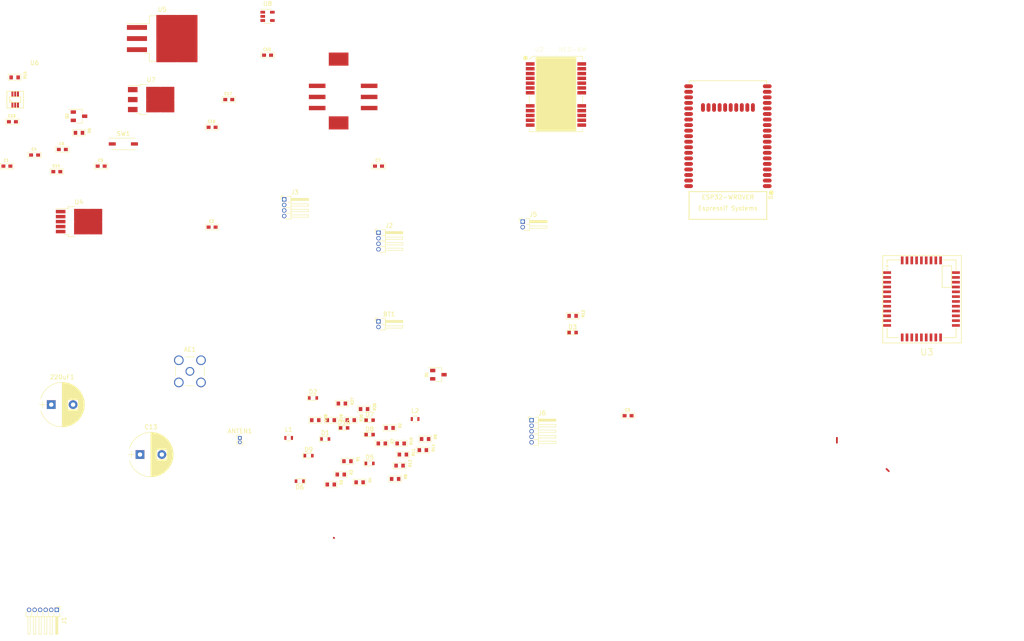
<source format=kicad_pcb>
(kicad_pcb (version 4) (host pcbnew 4.0.7-e2-6376~58~ubuntu16.04.1)

  (general
    (links 165)
    (no_connects 157)
    (area 0 0 0 0)
    (thickness 1.6)
    (drawings 0)
    (tracks 4)
    (zones 0)
    (modules 65)
    (nets 112)
  )

  (page A4)
  (layers
    (0 F.Cu signal)
    (31 B.Cu signal)
    (32 B.Adhes user)
    (33 F.Adhes user)
    (34 B.Paste user)
    (35 F.Paste user)
    (36 B.SilkS user)
    (37 F.SilkS user)
    (38 B.Mask user)
    (39 F.Mask user)
    (40 Dwgs.User user)
    (41 Cmts.User user)
    (42 Eco1.User user)
    (43 Eco2.User user)
    (44 Edge.Cuts user)
    (45 Margin user)
    (46 B.CrtYd user)
    (47 F.CrtYd user)
    (48 B.Fab user)
    (49 F.Fab user)
  )

  (setup
    (last_trace_width 0.254)
    (user_trace_width 0.4)
    (user_trace_width 0.6)
    (user_trace_width 1)
    (user_trace_width 1.25)
    (user_trace_width 1.4)
    (user_trace_width 1.6)
    (user_trace_width 1.7)
    (user_trace_width 2)
    (trace_clearance 0.2)
    (zone_clearance 0.508)
    (zone_45_only no)
    (trace_min 0.2)
    (segment_width 0.2)
    (edge_width 0.15)
    (via_size 1)
    (via_drill 0.5)
    (via_min_size 0.4)
    (via_min_drill 0.3)
    (uvia_size 0.3)
    (uvia_drill 0.1)
    (uvias_allowed no)
    (uvia_min_size 0.2)
    (uvia_min_drill 0.1)
    (pcb_text_width 0.3)
    (pcb_text_size 1.5 1.5)
    (mod_edge_width 0.15)
    (mod_text_size 1 1)
    (mod_text_width 0.15)
    (pad_size 1.524 1.524)
    (pad_drill 0.762)
    (pad_to_mask_clearance 0.2)
    (aux_axis_origin 241.3 153.67)
    (visible_elements FFFFFF7F)
    (pcbplotparams
      (layerselection 0x00030_80000001)
      (usegerberextensions false)
      (excludeedgelayer true)
      (linewidth 0.100000)
      (plotframeref false)
      (viasonmask false)
      (mode 1)
      (useauxorigin false)
      (hpglpennumber 1)
      (hpglpenspeed 20)
      (hpglpendiameter 15)
      (hpglpenoverlay 2)
      (psnegative false)
      (psa4output false)
      (plotreference true)
      (plotvalue true)
      (plotinvisibletext false)
      (padsonsilk false)
      (subtractmaskfromsilk false)
      (outputformat 1)
      (mirror false)
      (drillshape 1)
      (scaleselection 1)
      (outputdirectory ""))
  )

  (net 0 "")
  (net 1 "Net-(AE1-Pad1)")
  (net 2 "Net-(BT1-Pad1)")
  (net 3 EN)
  (net 4 "Net-(C6-Pad1)")
  (net 5 "Net-(C13-Pad1)")
  (net 6 "Net-(D2-Pad1)")
  (net 7 "Net-(D3-Pad2)")
  (net 8 "Net-(D5-Pad2)")
  (net 9 "Net-(D6-Pad1)")
  (net 10 "Net-(D7-Pad2)")
  (net 11 "Net-(D8-Pad2)")
  (net 12 "Net-(D8-Pad1)")
  (net 13 "Net-(D10-Pad2)")
  (net 14 TXD-02)
  (net 15 RXD-02)
  (net 16 PULSE)
  (net 17 "Net-(J3-Pad4)")
  (net 18 "Net-(J4-Pad3)")
  (net 19 "Net-(J4-Pad2)")
  (net 20 "Net-(J4-Pad6)")
  (net 21 "Net-(J4-Pad5)")
  (net 22 "Net-(L1-Pad1)")
  (net 23 "Net-(Q1-Pad1)")
  (net 24 DTR)
  (net 25 "Net-(Q2-Pad1)")
  (net 26 RTS)
  (net 27 IO0)
  (net 28 TXD)
  (net 29 "Net-(J1-Pad5)")
  (net 30 RXD)
  (net 31 "Net-(J1-Pad4)")
  (net 32 "Net-(R8-Pad1)")
  (net 33 "Net-(R9-Pad2)")
  (net 34 "Net-(R10-Pad2)")
  (net 35 "Net-(R11-Pad2)")
  (net 36 "Net-(R13-Pad2)")
  (net 37 "Net-(R14-Pad2)")
  (net 38 "Net-(R28-Pad1)")
  (net 39 "Net-(U1-Pad4)")
  (net 40 "Net-(U1-Pad5)")
  (net 41 "Net-(U1-Pad6)")
  (net 42 "Net-(U1-Pad7)")
  (net 43 "Net-(U1-Pad8)")
  (net 44 "Net-(U1-Pad9)")
  (net 45 "Net-(U1-Pad10)")
  (net 46 "Net-(U1-Pad11)")
  (net 47 "Net-(U1-Pad14)")
  (net 48 "Net-(U1-Pad16)")
  (net 49 TXD-01)
  (net 50 RXD-01)
  (net 51 CTS)
  (net 52 DCD)
  (net 53 RI)
  (net 54 "Net-(U1-Pad24)")
  (net 55 "Net-(U1-Pad26)")
  (net 56 "Net-(U1-Pad27)")
  (net 57 "Net-(U1-Pad28)")
  (net 58 "Net-(U1-Pad29)")
  (net 59 "Net-(U1-Pad30)")
  (net 60 "Net-(U1-Pad31)")
  (net 61 "Net-(U1-Pad32)")
  (net 62 "Net-(U1-Pad33)")
  (net 63 "Net-(U1-Pad36)")
  (net 64 "Net-(U1-Pad37)")
  (net 65 "Net-(U2-Pad1)")
  (net 66 "Net-(U2-Pad2)")
  (net 67 "Net-(U2-Pad4)")
  (net 68 "Net-(U2-Pad5)")
  (net 69 "Net-(U2-Pad6)")
  (net 70 "Net-(U2-Pad7)")
  (net 71 "Net-(U2-Pad13)")
  (net 72 "Net-(U2-Pad14)")
  (net 73 "Net-(U2-Pad15)")
  (net 74 "Net-(U2-Pad16)")
  (net 75 "Net-(U2-Pad17)")
  (net 76 "Net-(U2-Pad18)")
  (net 77 "Net-(U2-Pad19)")
  (net 78 "Net-(U3-Pad14)")
  (net 79 "Net-(U3-Pad20)")
  (net 80 "Net-(U3-Pad22)")
  (net 81 "Net-(U3-Pad23)")
  (net 82 "Net-(U3-Pad24)")
  (net 83 "Net-(U3-Pad25)")
  (net 84 "Net-(U3-Pad26)")
  (net 85 "Net-(U3-Pad29)")
  (net 86 "Net-(U3-Pad38)")
  (net 87 "Net-(U3-Pad40)")
  (net 88 "Net-(U3-Pad42)")
  (net 89 "Net-(C14-Pad1)")
  (net 90 "Net-(C18-Pad1)")
  (net 91 +5VD)
  (net 92 "Net-(ANTEN1-Pad1)")
  (net 93 "Net-(ANTEN1-Pad2)")
  (net 94 "Net-(C7-Pad2)")
  (net 95 "Net-(D1-Pad1)")
  (net 96 "Net-(J3-Pad1)")
  (net 97 "Net-(J3-Pad2)")
  (net 98 "Net-(J3-Pad3)")
  (net 99 "Net-(R12-Pad1)")
  (net 100 "Net-(R15-Pad2)")
  (net 101 "Net-(U6-Pad5)")
  (net 102 GND)
  (net 103 "Net-(C2-Pad1)")
  (net 104 "Net-(C4-Pad1)")
  (net 105 "Net-(C15-Pad1)")
  (net 106 "Net-(J1-Pad6)")
  (net 107 "Net-(J2-Pad4)")
  (net 108 "Net-(J6-Pad5)")
  (net 109 "Net-(R1-Pad1)")
  (net 110 "Net-(R4-Pad1)")
  (net 111 "Net-(U3-Pad28)")

  (net_class Default "This is the default net class."
    (clearance 0.2)
    (trace_width 0.254)
    (via_dia 1)
    (via_drill 0.5)
    (uvia_dia 0.3)
    (uvia_drill 0.1)
    (add_net +5VD)
    (add_net CTS)
    (add_net DCD)
    (add_net DTR)
    (add_net EN)
    (add_net GND)
    (add_net IO0)
    (add_net "Net-(AE1-Pad1)")
    (add_net "Net-(ANTEN1-Pad1)")
    (add_net "Net-(ANTEN1-Pad2)")
    (add_net "Net-(BT1-Pad1)")
    (add_net "Net-(C13-Pad1)")
    (add_net "Net-(C14-Pad1)")
    (add_net "Net-(C15-Pad1)")
    (add_net "Net-(C18-Pad1)")
    (add_net "Net-(C2-Pad1)")
    (add_net "Net-(C4-Pad1)")
    (add_net "Net-(C6-Pad1)")
    (add_net "Net-(C7-Pad2)")
    (add_net "Net-(D1-Pad1)")
    (add_net "Net-(D10-Pad2)")
    (add_net "Net-(D2-Pad1)")
    (add_net "Net-(D3-Pad2)")
    (add_net "Net-(D5-Pad2)")
    (add_net "Net-(D6-Pad1)")
    (add_net "Net-(D7-Pad2)")
    (add_net "Net-(D8-Pad1)")
    (add_net "Net-(D8-Pad2)")
    (add_net "Net-(J1-Pad4)")
    (add_net "Net-(J1-Pad5)")
    (add_net "Net-(J1-Pad6)")
    (add_net "Net-(J2-Pad4)")
    (add_net "Net-(J3-Pad1)")
    (add_net "Net-(J3-Pad2)")
    (add_net "Net-(J3-Pad3)")
    (add_net "Net-(J3-Pad4)")
    (add_net "Net-(J4-Pad2)")
    (add_net "Net-(J4-Pad3)")
    (add_net "Net-(J4-Pad5)")
    (add_net "Net-(J4-Pad6)")
    (add_net "Net-(J6-Pad5)")
    (add_net "Net-(L1-Pad1)")
    (add_net "Net-(Q1-Pad1)")
    (add_net "Net-(Q2-Pad1)")
    (add_net "Net-(R1-Pad1)")
    (add_net "Net-(R10-Pad2)")
    (add_net "Net-(R11-Pad2)")
    (add_net "Net-(R12-Pad1)")
    (add_net "Net-(R13-Pad2)")
    (add_net "Net-(R14-Pad2)")
    (add_net "Net-(R15-Pad2)")
    (add_net "Net-(R28-Pad1)")
    (add_net "Net-(R4-Pad1)")
    (add_net "Net-(R8-Pad1)")
    (add_net "Net-(R9-Pad2)")
    (add_net "Net-(U1-Pad10)")
    (add_net "Net-(U1-Pad11)")
    (add_net "Net-(U1-Pad14)")
    (add_net "Net-(U1-Pad16)")
    (add_net "Net-(U1-Pad24)")
    (add_net "Net-(U1-Pad26)")
    (add_net "Net-(U1-Pad27)")
    (add_net "Net-(U1-Pad28)")
    (add_net "Net-(U1-Pad29)")
    (add_net "Net-(U1-Pad30)")
    (add_net "Net-(U1-Pad31)")
    (add_net "Net-(U1-Pad32)")
    (add_net "Net-(U1-Pad33)")
    (add_net "Net-(U1-Pad36)")
    (add_net "Net-(U1-Pad37)")
    (add_net "Net-(U1-Pad4)")
    (add_net "Net-(U1-Pad5)")
    (add_net "Net-(U1-Pad6)")
    (add_net "Net-(U1-Pad7)")
    (add_net "Net-(U1-Pad8)")
    (add_net "Net-(U1-Pad9)")
    (add_net "Net-(U2-Pad1)")
    (add_net "Net-(U2-Pad13)")
    (add_net "Net-(U2-Pad14)")
    (add_net "Net-(U2-Pad15)")
    (add_net "Net-(U2-Pad16)")
    (add_net "Net-(U2-Pad17)")
    (add_net "Net-(U2-Pad18)")
    (add_net "Net-(U2-Pad19)")
    (add_net "Net-(U2-Pad2)")
    (add_net "Net-(U2-Pad4)")
    (add_net "Net-(U2-Pad5)")
    (add_net "Net-(U2-Pad6)")
    (add_net "Net-(U2-Pad7)")
    (add_net "Net-(U3-Pad14)")
    (add_net "Net-(U3-Pad20)")
    (add_net "Net-(U3-Pad22)")
    (add_net "Net-(U3-Pad23)")
    (add_net "Net-(U3-Pad24)")
    (add_net "Net-(U3-Pad25)")
    (add_net "Net-(U3-Pad26)")
    (add_net "Net-(U3-Pad28)")
    (add_net "Net-(U3-Pad29)")
    (add_net "Net-(U3-Pad38)")
    (add_net "Net-(U3-Pad40)")
    (add_net "Net-(U3-Pad42)")
    (add_net "Net-(U6-Pad5)")
    (add_net PULSE)
    (add_net RI)
    (add_net RTS)
    (add_net RXD)
    (add_net RXD-01)
    (add_net RXD-02)
    (add_net TXD)
    (add_net TXD-01)
    (add_net TXD-02)
  )

  (module Capacitors_THT:CP_Radial_D10.0mm_P5.00mm (layer F.Cu) (tedit 597BC7C2) (tstamp 59DE53C5)
    (at 30.48 105.41)
    (descr "CP, Radial series, Radial, pin pitch=5.00mm, , diameter=10mm, Electrolytic Capacitor")
    (tags "CP Radial series Radial pin pitch 5.00mm  diameter 10mm Electrolytic Capacitor")
    (path /59DE6551/59DC7609)
    (fp_text reference 220uF1 (at 2.5 -6.31) (layer F.SilkS)
      (effects (font (size 1 1) (thickness 0.15)))
    )
    (fp_text value CP (at 2.5 6.31) (layer F.Fab)
      (effects (font (size 1 1) (thickness 0.15)))
    )
    (fp_arc (start 2.5 0) (end -2.399357 -1.38) (angle 148.5) (layer F.SilkS) (width 0.12))
    (fp_arc (start 2.5 0) (end -2.399357 1.38) (angle -148.5) (layer F.SilkS) (width 0.12))
    (fp_arc (start 2.5 0) (end 7.399357 -1.38) (angle 31.5) (layer F.SilkS) (width 0.12))
    (fp_circle (center 2.5 0) (end 7.5 0) (layer F.Fab) (width 0.1))
    (fp_line (start -2.7 0) (end -1.2 0) (layer F.Fab) (width 0.1))
    (fp_line (start -1.95 -0.75) (end -1.95 0.75) (layer F.Fab) (width 0.1))
    (fp_line (start 2.5 -5.05) (end 2.5 5.05) (layer F.SilkS) (width 0.12))
    (fp_line (start 2.54 -5.05) (end 2.54 5.05) (layer F.SilkS) (width 0.12))
    (fp_line (start 2.58 -5.05) (end 2.58 5.05) (layer F.SilkS) (width 0.12))
    (fp_line (start 2.62 -5.049) (end 2.62 5.049) (layer F.SilkS) (width 0.12))
    (fp_line (start 2.66 -5.048) (end 2.66 5.048) (layer F.SilkS) (width 0.12))
    (fp_line (start 2.7 -5.047) (end 2.7 5.047) (layer F.SilkS) (width 0.12))
    (fp_line (start 2.74 -5.045) (end 2.74 5.045) (layer F.SilkS) (width 0.12))
    (fp_line (start 2.78 -5.043) (end 2.78 5.043) (layer F.SilkS) (width 0.12))
    (fp_line (start 2.82 -5.04) (end 2.82 5.04) (layer F.SilkS) (width 0.12))
    (fp_line (start 2.86 -5.038) (end 2.86 5.038) (layer F.SilkS) (width 0.12))
    (fp_line (start 2.9 -5.035) (end 2.9 5.035) (layer F.SilkS) (width 0.12))
    (fp_line (start 2.94 -5.031) (end 2.94 5.031) (layer F.SilkS) (width 0.12))
    (fp_line (start 2.98 -5.028) (end 2.98 5.028) (layer F.SilkS) (width 0.12))
    (fp_line (start 3.02 -5.024) (end 3.02 5.024) (layer F.SilkS) (width 0.12))
    (fp_line (start 3.06 -5.02) (end 3.06 5.02) (layer F.SilkS) (width 0.12))
    (fp_line (start 3.1 -5.015) (end 3.1 5.015) (layer F.SilkS) (width 0.12))
    (fp_line (start 3.14 -5.01) (end 3.14 5.01) (layer F.SilkS) (width 0.12))
    (fp_line (start 3.18 -5.005) (end 3.18 5.005) (layer F.SilkS) (width 0.12))
    (fp_line (start 3.221 -4.999) (end 3.221 4.999) (layer F.SilkS) (width 0.12))
    (fp_line (start 3.261 -4.993) (end 3.261 4.993) (layer F.SilkS) (width 0.12))
    (fp_line (start 3.301 -4.987) (end 3.301 4.987) (layer F.SilkS) (width 0.12))
    (fp_line (start 3.341 -4.981) (end 3.341 4.981) (layer F.SilkS) (width 0.12))
    (fp_line (start 3.381 -4.974) (end 3.381 4.974) (layer F.SilkS) (width 0.12))
    (fp_line (start 3.421 -4.967) (end 3.421 4.967) (layer F.SilkS) (width 0.12))
    (fp_line (start 3.461 -4.959) (end 3.461 4.959) (layer F.SilkS) (width 0.12))
    (fp_line (start 3.501 -4.951) (end 3.501 4.951) (layer F.SilkS) (width 0.12))
    (fp_line (start 3.541 -4.943) (end 3.541 4.943) (layer F.SilkS) (width 0.12))
    (fp_line (start 3.581 -4.935) (end 3.581 4.935) (layer F.SilkS) (width 0.12))
    (fp_line (start 3.621 -4.926) (end 3.621 4.926) (layer F.SilkS) (width 0.12))
    (fp_line (start 3.661 -4.917) (end 3.661 4.917) (layer F.SilkS) (width 0.12))
    (fp_line (start 3.701 -4.907) (end 3.701 4.907) (layer F.SilkS) (width 0.12))
    (fp_line (start 3.741 -4.897) (end 3.741 4.897) (layer F.SilkS) (width 0.12))
    (fp_line (start 3.781 -4.887) (end 3.781 4.887) (layer F.SilkS) (width 0.12))
    (fp_line (start 3.821 -4.876) (end 3.821 -1.181) (layer F.SilkS) (width 0.12))
    (fp_line (start 3.821 1.181) (end 3.821 4.876) (layer F.SilkS) (width 0.12))
    (fp_line (start 3.861 -4.865) (end 3.861 -1.181) (layer F.SilkS) (width 0.12))
    (fp_line (start 3.861 1.181) (end 3.861 4.865) (layer F.SilkS) (width 0.12))
    (fp_line (start 3.901 -4.854) (end 3.901 -1.181) (layer F.SilkS) (width 0.12))
    (fp_line (start 3.901 1.181) (end 3.901 4.854) (layer F.SilkS) (width 0.12))
    (fp_line (start 3.941 -4.843) (end 3.941 -1.181) (layer F.SilkS) (width 0.12))
    (fp_line (start 3.941 1.181) (end 3.941 4.843) (layer F.SilkS) (width 0.12))
    (fp_line (start 3.981 -4.831) (end 3.981 -1.181) (layer F.SilkS) (width 0.12))
    (fp_line (start 3.981 1.181) (end 3.981 4.831) (layer F.SilkS) (width 0.12))
    (fp_line (start 4.021 -4.818) (end 4.021 -1.181) (layer F.SilkS) (width 0.12))
    (fp_line (start 4.021 1.181) (end 4.021 4.818) (layer F.SilkS) (width 0.12))
    (fp_line (start 4.061 -4.806) (end 4.061 -1.181) (layer F.SilkS) (width 0.12))
    (fp_line (start 4.061 1.181) (end 4.061 4.806) (layer F.SilkS) (width 0.12))
    (fp_line (start 4.101 -4.792) (end 4.101 -1.181) (layer F.SilkS) (width 0.12))
    (fp_line (start 4.101 1.181) (end 4.101 4.792) (layer F.SilkS) (width 0.12))
    (fp_line (start 4.141 -4.779) (end 4.141 -1.181) (layer F.SilkS) (width 0.12))
    (fp_line (start 4.141 1.181) (end 4.141 4.779) (layer F.SilkS) (width 0.12))
    (fp_line (start 4.181 -4.765) (end 4.181 -1.181) (layer F.SilkS) (width 0.12))
    (fp_line (start 4.181 1.181) (end 4.181 4.765) (layer F.SilkS) (width 0.12))
    (fp_line (start 4.221 -4.751) (end 4.221 -1.181) (layer F.SilkS) (width 0.12))
    (fp_line (start 4.221 1.181) (end 4.221 4.751) (layer F.SilkS) (width 0.12))
    (fp_line (start 4.261 -4.737) (end 4.261 -1.181) (layer F.SilkS) (width 0.12))
    (fp_line (start 4.261 1.181) (end 4.261 4.737) (layer F.SilkS) (width 0.12))
    (fp_line (start 4.301 -4.722) (end 4.301 -1.181) (layer F.SilkS) (width 0.12))
    (fp_line (start 4.301 1.181) (end 4.301 4.722) (layer F.SilkS) (width 0.12))
    (fp_line (start 4.341 -4.706) (end 4.341 -1.181) (layer F.SilkS) (width 0.12))
    (fp_line (start 4.341 1.181) (end 4.341 4.706) (layer F.SilkS) (width 0.12))
    (fp_line (start 4.381 -4.691) (end 4.381 -1.181) (layer F.SilkS) (width 0.12))
    (fp_line (start 4.381 1.181) (end 4.381 4.691) (layer F.SilkS) (width 0.12))
    (fp_line (start 4.421 -4.674) (end 4.421 -1.181) (layer F.SilkS) (width 0.12))
    (fp_line (start 4.421 1.181) (end 4.421 4.674) (layer F.SilkS) (width 0.12))
    (fp_line (start 4.461 -4.658) (end 4.461 -1.181) (layer F.SilkS) (width 0.12))
    (fp_line (start 4.461 1.181) (end 4.461 4.658) (layer F.SilkS) (width 0.12))
    (fp_line (start 4.501 -4.641) (end 4.501 -1.181) (layer F.SilkS) (width 0.12))
    (fp_line (start 4.501 1.181) (end 4.501 4.641) (layer F.SilkS) (width 0.12))
    (fp_line (start 4.541 -4.624) (end 4.541 -1.181) (layer F.SilkS) (width 0.12))
    (fp_line (start 4.541 1.181) (end 4.541 4.624) (layer F.SilkS) (width 0.12))
    (fp_line (start 4.581 -4.606) (end 4.581 -1.181) (layer F.SilkS) (width 0.12))
    (fp_line (start 4.581 1.181) (end 4.581 4.606) (layer F.SilkS) (width 0.12))
    (fp_line (start 4.621 -4.588) (end 4.621 -1.181) (layer F.SilkS) (width 0.12))
    (fp_line (start 4.621 1.181) (end 4.621 4.588) (layer F.SilkS) (width 0.12))
    (fp_line (start 4.661 -4.569) (end 4.661 -1.181) (layer F.SilkS) (width 0.12))
    (fp_line (start 4.661 1.181) (end 4.661 4.569) (layer F.SilkS) (width 0.12))
    (fp_line (start 4.701 -4.55) (end 4.701 -1.181) (layer F.SilkS) (width 0.12))
    (fp_line (start 4.701 1.181) (end 4.701 4.55) (layer F.SilkS) (width 0.12))
    (fp_line (start 4.741 -4.531) (end 4.741 -1.181) (layer F.SilkS) (width 0.12))
    (fp_line (start 4.741 1.181) (end 4.741 4.531) (layer F.SilkS) (width 0.12))
    (fp_line (start 4.781 -4.511) (end 4.781 -1.181) (layer F.SilkS) (width 0.12))
    (fp_line (start 4.781 1.181) (end 4.781 4.511) (layer F.SilkS) (width 0.12))
    (fp_line (start 4.821 -4.491) (end 4.821 -1.181) (layer F.SilkS) (width 0.12))
    (fp_line (start 4.821 1.181) (end 4.821 4.491) (layer F.SilkS) (width 0.12))
    (fp_line (start 4.861 -4.47) (end 4.861 -1.181) (layer F.SilkS) (width 0.12))
    (fp_line (start 4.861 1.181) (end 4.861 4.47) (layer F.SilkS) (width 0.12))
    (fp_line (start 4.901 -4.449) (end 4.901 -1.181) (layer F.SilkS) (width 0.12))
    (fp_line (start 4.901 1.181) (end 4.901 4.449) (layer F.SilkS) (width 0.12))
    (fp_line (start 4.941 -4.428) (end 4.941 -1.181) (layer F.SilkS) (width 0.12))
    (fp_line (start 4.941 1.181) (end 4.941 4.428) (layer F.SilkS) (width 0.12))
    (fp_line (start 4.981 -4.405) (end 4.981 -1.181) (layer F.SilkS) (width 0.12))
    (fp_line (start 4.981 1.181) (end 4.981 4.405) (layer F.SilkS) (width 0.12))
    (fp_line (start 5.021 -4.383) (end 5.021 -1.181) (layer F.SilkS) (width 0.12))
    (fp_line (start 5.021 1.181) (end 5.021 4.383) (layer F.SilkS) (width 0.12))
    (fp_line (start 5.061 -4.36) (end 5.061 -1.181) (layer F.SilkS) (width 0.12))
    (fp_line (start 5.061 1.181) (end 5.061 4.36) (layer F.SilkS) (width 0.12))
    (fp_line (start 5.101 -4.336) (end 5.101 -1.181) (layer F.SilkS) (width 0.12))
    (fp_line (start 5.101 1.181) (end 5.101 4.336) (layer F.SilkS) (width 0.12))
    (fp_line (start 5.141 -4.312) (end 5.141 -1.181) (layer F.SilkS) (width 0.12))
    (fp_line (start 5.141 1.181) (end 5.141 4.312) (layer F.SilkS) (width 0.12))
    (fp_line (start 5.181 -4.288) (end 5.181 -1.181) (layer F.SilkS) (width 0.12))
    (fp_line (start 5.181 1.181) (end 5.181 4.288) (layer F.SilkS) (width 0.12))
    (fp_line (start 5.221 -4.263) (end 5.221 -1.181) (layer F.SilkS) (width 0.12))
    (fp_line (start 5.221 1.181) (end 5.221 4.263) (layer F.SilkS) (width 0.12))
    (fp_line (start 5.261 -4.237) (end 5.261 -1.181) (layer F.SilkS) (width 0.12))
    (fp_line (start 5.261 1.181) (end 5.261 4.237) (layer F.SilkS) (width 0.12))
    (fp_line (start 5.301 -4.211) (end 5.301 -1.181) (layer F.SilkS) (width 0.12))
    (fp_line (start 5.301 1.181) (end 5.301 4.211) (layer F.SilkS) (width 0.12))
    (fp_line (start 5.341 -4.185) (end 5.341 -1.181) (layer F.SilkS) (width 0.12))
    (fp_line (start 5.341 1.181) (end 5.341 4.185) (layer F.SilkS) (width 0.12))
    (fp_line (start 5.381 -4.157) (end 5.381 -1.181) (layer F.SilkS) (width 0.12))
    (fp_line (start 5.381 1.181) (end 5.381 4.157) (layer F.SilkS) (width 0.12))
    (fp_line (start 5.421 -4.13) (end 5.421 -1.181) (layer F.SilkS) (width 0.12))
    (fp_line (start 5.421 1.181) (end 5.421 4.13) (layer F.SilkS) (width 0.12))
    (fp_line (start 5.461 -4.101) (end 5.461 -1.181) (layer F.SilkS) (width 0.12))
    (fp_line (start 5.461 1.181) (end 5.461 4.101) (layer F.SilkS) (width 0.12))
    (fp_line (start 5.501 -4.072) (end 5.501 -1.181) (layer F.SilkS) (width 0.12))
    (fp_line (start 5.501 1.181) (end 5.501 4.072) (layer F.SilkS) (width 0.12))
    (fp_line (start 5.541 -4.043) (end 5.541 -1.181) (layer F.SilkS) (width 0.12))
    (fp_line (start 5.541 1.181) (end 5.541 4.043) (layer F.SilkS) (width 0.12))
    (fp_line (start 5.581 -4.013) (end 5.581 -1.181) (layer F.SilkS) (width 0.12))
    (fp_line (start 5.581 1.181) (end 5.581 4.013) (layer F.SilkS) (width 0.12))
    (fp_line (start 5.621 -3.982) (end 5.621 -1.181) (layer F.SilkS) (width 0.12))
    (fp_line (start 5.621 1.181) (end 5.621 3.982) (layer F.SilkS) (width 0.12))
    (fp_line (start 5.661 -3.951) (end 5.661 -1.181) (layer F.SilkS) (width 0.12))
    (fp_line (start 5.661 1.181) (end 5.661 3.951) (layer F.SilkS) (width 0.12))
    (fp_line (start 5.701 -3.919) (end 5.701 -1.181) (layer F.SilkS) (width 0.12))
    (fp_line (start 5.701 1.181) (end 5.701 3.919) (layer F.SilkS) (width 0.12))
    (fp_line (start 5.741 -3.886) (end 5.741 -1.181) (layer F.SilkS) (width 0.12))
    (fp_line (start 5.741 1.181) (end 5.741 3.886) (layer F.SilkS) (width 0.12))
    (fp_line (start 5.781 -3.853) (end 5.781 -1.181) (layer F.SilkS) (width 0.12))
    (fp_line (start 5.781 1.181) (end 5.781 3.853) (layer F.SilkS) (width 0.12))
    (fp_line (start 5.821 -3.819) (end 5.821 -1.181) (layer F.SilkS) (width 0.12))
    (fp_line (start 5.821 1.181) (end 5.821 3.819) (layer F.SilkS) (width 0.12))
    (fp_line (start 5.861 -3.784) (end 5.861 -1.181) (layer F.SilkS) (width 0.12))
    (fp_line (start 5.861 1.181) (end 5.861 3.784) (layer F.SilkS) (width 0.12))
    (fp_line (start 5.901 -3.748) (end 5.901 -1.181) (layer F.SilkS) (width 0.12))
    (fp_line (start 5.901 1.181) (end 5.901 3.748) (layer F.SilkS) (width 0.12))
    (fp_line (start 5.941 -3.712) (end 5.941 -1.181) (layer F.SilkS) (width 0.12))
    (fp_line (start 5.941 1.181) (end 5.941 3.712) (layer F.SilkS) (width 0.12))
    (fp_line (start 5.981 -3.675) (end 5.981 -1.181) (layer F.SilkS) (width 0.12))
    (fp_line (start 5.981 1.181) (end 5.981 3.675) (layer F.SilkS) (width 0.12))
    (fp_line (start 6.021 -3.637) (end 6.021 -1.181) (layer F.SilkS) (width 0.12))
    (fp_line (start 6.021 1.181) (end 6.021 3.637) (layer F.SilkS) (width 0.12))
    (fp_line (start 6.061 -3.598) (end 6.061 -1.181) (layer F.SilkS) (width 0.12))
    (fp_line (start 6.061 1.181) (end 6.061 3.598) (layer F.SilkS) (width 0.12))
    (fp_line (start 6.101 -3.559) (end 6.101 -1.181) (layer F.SilkS) (width 0.12))
    (fp_line (start 6.101 1.181) (end 6.101 3.559) (layer F.SilkS) (width 0.12))
    (fp_line (start 6.141 -3.518) (end 6.141 -1.181) (layer F.SilkS) (width 0.12))
    (fp_line (start 6.141 1.181) (end 6.141 3.518) (layer F.SilkS) (width 0.12))
    (fp_line (start 6.181 -3.477) (end 6.181 3.477) (layer F.SilkS) (width 0.12))
    (fp_line (start 6.221 -3.435) (end 6.221 3.435) (layer F.SilkS) (width 0.12))
    (fp_line (start 6.261 -3.391) (end 6.261 3.391) (layer F.SilkS) (width 0.12))
    (fp_line (start 6.301 -3.347) (end 6.301 3.347) (layer F.SilkS) (width 0.12))
    (fp_line (start 6.341 -3.302) (end 6.341 3.302) (layer F.SilkS) (width 0.12))
    (fp_line (start 6.381 -3.255) (end 6.381 3.255) (layer F.SilkS) (width 0.12))
    (fp_line (start 6.421 -3.207) (end 6.421 3.207) (layer F.SilkS) (width 0.12))
    (fp_line (start 6.461 -3.158) (end 6.461 3.158) (layer F.SilkS) (width 0.12))
    (fp_line (start 6.501 -3.108) (end 6.501 3.108) (layer F.SilkS) (width 0.12))
    (fp_line (start 6.541 -3.057) (end 6.541 3.057) (layer F.SilkS) (width 0.12))
    (fp_line (start 6.581 -3.004) (end 6.581 3.004) (layer F.SilkS) (width 0.12))
    (fp_line (start 6.621 -2.949) (end 6.621 2.949) (layer F.SilkS) (width 0.12))
    (fp_line (start 6.661 -2.894) (end 6.661 2.894) (layer F.SilkS) (width 0.12))
    (fp_line (start 6.701 -2.836) (end 6.701 2.836) (layer F.SilkS) (width 0.12))
    (fp_line (start 6.741 -2.777) (end 6.741 2.777) (layer F.SilkS) (width 0.12))
    (fp_line (start 6.781 -2.715) (end 6.781 2.715) (layer F.SilkS) (width 0.12))
    (fp_line (start 6.821 -2.652) (end 6.821 2.652) (layer F.SilkS) (width 0.12))
    (fp_line (start 6.861 -2.587) (end 6.861 2.587) (layer F.SilkS) (width 0.12))
    (fp_line (start 6.901 -2.519) (end 6.901 2.519) (layer F.SilkS) (width 0.12))
    (fp_line (start 6.941 -2.449) (end 6.941 2.449) (layer F.SilkS) (width 0.12))
    (fp_line (start 6.981 -2.377) (end 6.981 2.377) (layer F.SilkS) (width 0.12))
    (fp_line (start 7.021 -2.301) (end 7.021 2.301) (layer F.SilkS) (width 0.12))
    (fp_line (start 7.061 -2.222) (end 7.061 2.222) (layer F.SilkS) (width 0.12))
    (fp_line (start 7.101 -2.14) (end 7.101 2.14) (layer F.SilkS) (width 0.12))
    (fp_line (start 7.141 -2.053) (end 7.141 2.053) (layer F.SilkS) (width 0.12))
    (fp_line (start 7.181 -1.962) (end 7.181 1.962) (layer F.SilkS) (width 0.12))
    (fp_line (start 7.221 -1.866) (end 7.221 1.866) (layer F.SilkS) (width 0.12))
    (fp_line (start 7.261 -1.763) (end 7.261 1.763) (layer F.SilkS) (width 0.12))
    (fp_line (start 7.301 -1.654) (end 7.301 1.654) (layer F.SilkS) (width 0.12))
    (fp_line (start 7.341 -1.536) (end 7.341 1.536) (layer F.SilkS) (width 0.12))
    (fp_line (start 7.381 -1.407) (end 7.381 1.407) (layer F.SilkS) (width 0.12))
    (fp_line (start 7.421 -1.265) (end 7.421 1.265) (layer F.SilkS) (width 0.12))
    (fp_line (start 7.461 -1.104) (end 7.461 1.104) (layer F.SilkS) (width 0.12))
    (fp_line (start 7.501 -0.913) (end 7.501 0.913) (layer F.SilkS) (width 0.12))
    (fp_line (start 7.541 -0.672) (end 7.541 0.672) (layer F.SilkS) (width 0.12))
    (fp_line (start 7.581 -0.279) (end 7.581 0.279) (layer F.SilkS) (width 0.12))
    (fp_line (start -2.7 0) (end -1.2 0) (layer F.SilkS) (width 0.12))
    (fp_line (start -1.95 -0.75) (end -1.95 0.75) (layer F.SilkS) (width 0.12))
    (fp_line (start -2.85 -5.35) (end -2.85 5.35) (layer F.CrtYd) (width 0.05))
    (fp_line (start -2.85 5.35) (end 7.85 5.35) (layer F.CrtYd) (width 0.05))
    (fp_line (start 7.85 5.35) (end 7.85 -5.35) (layer F.CrtYd) (width 0.05))
    (fp_line (start 7.85 -5.35) (end -2.85 -5.35) (layer F.CrtYd) (width 0.05))
    (fp_text user %R (at 2.5 0) (layer F.Fab)
      (effects (font (size 1 1) (thickness 0.15)))
    )
    (pad 1 thru_hole rect (at 0 0) (size 2 2) (drill 1) (layers *.Cu *.Mask)
      (net 91 +5VD))
    (pad 2 thru_hole circle (at 5 0) (size 2 2) (drill 1) (layers *.Cu *.Mask)
      (net 102 GND))
    (model ${KISYS3DMOD}/Capacitors_THT.3dshapes/CP_Radial_D10.0mm_P5.00mm.wrl
      (at (xyz 0 0 0))
      (scale (xyz 1 1 1))
      (rotate (xyz 0 0 0))
    )
  )

  (module footprint:SMA_Straight (layer F.Cu) (tedit 58C301F2) (tstamp 59DE53ED)
    (at 62.23 97.79)
    (descr "SMA pcb through hole jack")
    (tags "SMA THT Jack Straight")
    (path /59DEA384/59DC70E8)
    (fp_text reference AE1 (at 0 -5) (layer F.SilkS)
      (effects (font (size 1 1) (thickness 0.15)))
    )
    (fp_text value Antenna (at 0 5) (layer F.Fab)
      (effects (font (size 1 1) (thickness 0.15)))
    )
    (fp_line (start 2.03 -3.05) (end 3.05 -3.05) (layer F.Fab) (width 0.1))
    (fp_line (start -1 -3.3) (end 1 -3.3) (layer F.SilkS) (width 0.12))
    (fp_line (start -1 3.3) (end 1 3.3) (layer F.SilkS) (width 0.12))
    (fp_text user %R (at 0 -5) (layer F.Fab)
      (effects (font (size 1 1) (thickness 0.15)))
    )
    (fp_line (start 3.3 -1) (end 3.3 1) (layer F.SilkS) (width 0.12))
    (fp_line (start -3.3 -1) (end -3.3 1) (layer F.SilkS) (width 0.12))
    (fp_line (start 3.17 -3.17) (end 3.17 3.17) (layer F.Fab) (width 0.1))
    (fp_line (start -3.17 3.17) (end 3.17 3.17) (layer F.Fab) (width 0.1))
    (fp_line (start -3.17 -3.17) (end -3.17 3.17) (layer F.Fab) (width 0.1))
    (fp_line (start -3.17 -3.17) (end 3.17 -3.17) (layer F.Fab) (width 0.1))
    (fp_line (start -2.03 -3.05) (end -2.03 -2.03) (layer F.Fab) (width 0.1))
    (fp_line (start -3.05 -2.03) (end -2.03 -2.03) (layer F.Fab) (width 0.1))
    (fp_line (start -2.03 2.03) (end -2.03 3.05) (layer F.Fab) (width 0.1))
    (fp_line (start -3.05 2.03) (end -2.03 2.03) (layer F.Fab) (width 0.1))
    (fp_line (start 2.03 -3.05) (end 2.03 -2.03) (layer F.Fab) (width 0.1))
    (fp_line (start 2.03 -2.03) (end 3.05 -2.03) (layer F.Fab) (width 0.1))
    (fp_line (start 3.05 2.03) (end 2.03 2.03) (layer F.Fab) (width 0.1))
    (fp_line (start 2.03 2.03) (end 2.03 3.05) (layer F.Fab) (width 0.1))
    (fp_line (start -4.14 -4.14) (end 4.14 -4.14) (layer F.CrtYd) (width 0.05))
    (fp_line (start -4.14 -4.14) (end -4.14 4.14) (layer F.CrtYd) (width 0.05))
    (fp_line (start 4.14 4.14) (end 4.14 -4.14) (layer F.CrtYd) (width 0.05))
    (fp_line (start 4.14 4.14) (end -4.14 4.14) (layer F.CrtYd) (width 0.05))
    (fp_circle (center 0 0) (end 2.04 0) (layer F.Fab) (width 0.1))
    (fp_circle (center 0 0) (end 0.635 0) (layer F.Fab) (width 0.1))
    (fp_line (start 3.05 -3.05) (end 3.05 -2.03) (layer F.Fab) (width 0.1))
    (fp_line (start -3.05 -3.05) (end -3.05 -2.03) (layer F.Fab) (width 0.1))
    (fp_line (start -3.05 -3.05) (end -2.03 -3.05) (layer F.Fab) (width 0.1))
    (fp_line (start -3.05 3.05) (end -2.03 3.05) (layer F.Fab) (width 0.1))
    (fp_line (start -3.05 3.05) (end -3.05 2.03) (layer F.Fab) (width 0.1))
    (fp_line (start 3.05 2.03) (end 3.05 3.05) (layer F.Fab) (width 0.1))
    (fp_line (start 2.03 3.05) (end 3.05 3.05) (layer F.Fab) (width 0.1))
    (pad 2 thru_hole circle (at -2.54 2.54) (size 2.2 2.2) (drill 1.7) (layers *.Cu *.Mask))
    (pad 2 thru_hole circle (at -2.54 -2.54) (size 2.2 2.2) (drill 1.7) (layers *.Cu *.Mask))
    (pad 2 thru_hole circle (at 2.54 -2.54) (size 2.2 2.2) (drill 1.7) (layers *.Cu *.Mask))
    (pad 2 thru_hole circle (at 2.54 2.54) (size 2.2 2.2) (drill 1.7) (layers *.Cu *.Mask))
    (pad 1 thru_hole circle (at 0 0) (size 2 2) (drill 1.5) (layers *.Cu *.Mask)
      (net 1 "Net-(AE1-Pad1)"))
  )

  (module Pin_Headers:Pin_Header_Straight_1x02_Pitch1.00mm (layer F.Cu) (tedit 59B55814) (tstamp 59DE5405)
    (at 73.66 113.03)
    (descr "Through hole straight pin header, 1x02, 1.00mm pitch, single row")
    (tags "Through hole pin header THT 1x02 1.00mm single row")
    (path /59DE38A1/59DE4475)
    (fp_text reference ANTEN1 (at 0 -1.56) (layer F.SilkS)
      (effects (font (size 1 1) (thickness 0.15)))
    )
    (fp_text value LEMO2 (at 0 2.56) (layer F.Fab)
      (effects (font (size 1 1) (thickness 0.15)))
    )
    (fp_line (start -0.3175 -0.5) (end 0.635 -0.5) (layer F.Fab) (width 0.1))
    (fp_line (start 0.635 -0.5) (end 0.635 1.5) (layer F.Fab) (width 0.1))
    (fp_line (start 0.635 1.5) (end -0.635 1.5) (layer F.Fab) (width 0.1))
    (fp_line (start -0.635 1.5) (end -0.635 -0.1825) (layer F.Fab) (width 0.1))
    (fp_line (start -0.635 -0.1825) (end -0.3175 -0.5) (layer F.Fab) (width 0.1))
    (fp_line (start -0.695 1.56) (end -0.394493 1.56) (layer F.SilkS) (width 0.12))
    (fp_line (start 0.394493 1.56) (end 0.695 1.56) (layer F.SilkS) (width 0.12))
    (fp_line (start -0.695 0.685) (end -0.695 1.56) (layer F.SilkS) (width 0.12))
    (fp_line (start 0.695 0.685) (end 0.695 1.56) (layer F.SilkS) (width 0.12))
    (fp_line (start -0.695 0.685) (end -0.608276 0.685) (layer F.SilkS) (width 0.12))
    (fp_line (start 0.608276 0.685) (end 0.695 0.685) (layer F.SilkS) (width 0.12))
    (fp_line (start -0.695 0) (end -0.695 -0.685) (layer F.SilkS) (width 0.12))
    (fp_line (start -0.695 -0.685) (end 0 -0.685) (layer F.SilkS) (width 0.12))
    (fp_line (start -1.15 -1) (end -1.15 2) (layer F.CrtYd) (width 0.05))
    (fp_line (start -1.15 2) (end 1.15 2) (layer F.CrtYd) (width 0.05))
    (fp_line (start 1.15 2) (end 1.15 -1) (layer F.CrtYd) (width 0.05))
    (fp_line (start 1.15 -1) (end -1.15 -1) (layer F.CrtYd) (width 0.05))
    (fp_text user %R (at 0 0.5 90) (layer F.Fab)
      (effects (font (size 0.76 0.76) (thickness 0.114)))
    )
    (pad 1 thru_hole rect (at 0 0) (size 0.85 0.85) (drill 0.5) (layers *.Cu *.Mask)
      (net 92 "Net-(ANTEN1-Pad1)"))
    (pad 2 thru_hole oval (at 0 1) (size 0.85 0.85) (drill 0.5) (layers *.Cu *.Mask)
      (net 93 "Net-(ANTEN1-Pad2)"))
    (model ${KISYS3DMOD}/Pin_Headers.3dshapes/Pin_Header_Straight_1x02_Pitch1.00mm.wrl
      (at (xyz 0 0 0))
      (scale (xyz 1 1 1))
      (rotate (xyz 0 0 0))
    )
  )

  (module Pin_Headers:Pin_Header_Angled_1x02_Pitch1.27mm (layer F.Cu) (tedit 59650535) (tstamp 59DE5432)
    (at 105.41 86.36)
    (descr "Through hole angled pin header, 1x02, 1.27mm pitch, 4.0mm pin length, single row")
    (tags "Through hole angled pin header THT 1x02 1.27mm single row")
    (path /59DE6551/59DC761B)
    (fp_text reference BT1 (at 2.4325 -1.635) (layer F.SilkS)
      (effects (font (size 1 1) (thickness 0.15)))
    )
    (fp_text value Battery (at 2.4325 2.905) (layer F.Fab)
      (effects (font (size 1 1) (thickness 0.15)))
    )
    (fp_line (start 0.75 -0.635) (end 1.5 -0.635) (layer F.Fab) (width 0.1))
    (fp_line (start 1.5 -0.635) (end 1.5 1.905) (layer F.Fab) (width 0.1))
    (fp_line (start 1.5 1.905) (end 0.5 1.905) (layer F.Fab) (width 0.1))
    (fp_line (start 0.5 1.905) (end 0.5 -0.385) (layer F.Fab) (width 0.1))
    (fp_line (start 0.5 -0.385) (end 0.75 -0.635) (layer F.Fab) (width 0.1))
    (fp_line (start -0.2 -0.2) (end 0.5 -0.2) (layer F.Fab) (width 0.1))
    (fp_line (start -0.2 -0.2) (end -0.2 0.2) (layer F.Fab) (width 0.1))
    (fp_line (start -0.2 0.2) (end 0.5 0.2) (layer F.Fab) (width 0.1))
    (fp_line (start 1.5 -0.2) (end 5.5 -0.2) (layer F.Fab) (width 0.1))
    (fp_line (start 5.5 -0.2) (end 5.5 0.2) (layer F.Fab) (width 0.1))
    (fp_line (start 1.5 0.2) (end 5.5 0.2) (layer F.Fab) (width 0.1))
    (fp_line (start -0.2 1.07) (end 0.5 1.07) (layer F.Fab) (width 0.1))
    (fp_line (start -0.2 1.07) (end -0.2 1.47) (layer F.Fab) (width 0.1))
    (fp_line (start -0.2 1.47) (end 0.5 1.47) (layer F.Fab) (width 0.1))
    (fp_line (start 1.5 1.07) (end 5.5 1.07) (layer F.Fab) (width 0.1))
    (fp_line (start 5.5 1.07) (end 5.5 1.47) (layer F.Fab) (width 0.1))
    (fp_line (start 1.5 1.47) (end 5.5 1.47) (layer F.Fab) (width 0.1))
    (fp_line (start 0.76 -0.695) (end 1.56 -0.695) (layer F.SilkS) (width 0.12))
    (fp_line (start 1.56 -0.695) (end 1.56 1.965) (layer F.SilkS) (width 0.12))
    (fp_line (start 1.56 1.965) (end 0.44 1.965) (layer F.SilkS) (width 0.12))
    (fp_line (start 0.44 1.965) (end 0.44 1.889677) (layer F.SilkS) (width 0.12))
    (fp_line (start 1.56 -0.26) (end 5.56 -0.26) (layer F.SilkS) (width 0.12))
    (fp_line (start 5.56 -0.26) (end 5.56 0.26) (layer F.SilkS) (width 0.12))
    (fp_line (start 5.56 0.26) (end 1.56 0.26) (layer F.SilkS) (width 0.12))
    (fp_line (start 1.56 -0.2) (end 5.56 -0.2) (layer F.SilkS) (width 0.12))
    (fp_line (start 1.56 -0.08) (end 5.56 -0.08) (layer F.SilkS) (width 0.12))
    (fp_line (start 1.56 0.04) (end 5.56 0.04) (layer F.SilkS) (width 0.12))
    (fp_line (start 1.56 0.16) (end 5.56 0.16) (layer F.SilkS) (width 0.12))
    (fp_line (start 0.76 0.635) (end 1.56 0.635) (layer F.SilkS) (width 0.12))
    (fp_line (start 1.56 1.01) (end 5.56 1.01) (layer F.SilkS) (width 0.12))
    (fp_line (start 5.56 1.01) (end 5.56 1.53) (layer F.SilkS) (width 0.12))
    (fp_line (start 5.56 1.53) (end 1.56 1.53) (layer F.SilkS) (width 0.12))
    (fp_line (start -0.76 0) (end -0.76 -0.76) (layer F.SilkS) (width 0.12))
    (fp_line (start -0.76 -0.76) (end 0 -0.76) (layer F.SilkS) (width 0.12))
    (fp_line (start -1.15 -1.15) (end -1.15 2.45) (layer F.CrtYd) (width 0.05))
    (fp_line (start -1.15 2.45) (end 6 2.45) (layer F.CrtYd) (width 0.05))
    (fp_line (start 6 2.45) (end 6 -1.15) (layer F.CrtYd) (width 0.05))
    (fp_line (start 6 -1.15) (end -1.15 -1.15) (layer F.CrtYd) (width 0.05))
    (fp_text user %R (at 1 0.635 90) (layer F.Fab)
      (effects (font (size 0.6 0.6) (thickness 0.09)))
    )
    (pad 1 thru_hole rect (at 0 0) (size 1 1) (drill 0.65) (layers *.Cu *.Mask)
      (net 2 "Net-(BT1-Pad1)"))
    (pad 2 thru_hole oval (at 0 1.27) (size 1 1) (drill 0.65) (layers *.Cu *.Mask)
      (net 102 GND))
    (model ${KISYS3DMOD}/Pin_Headers.3dshapes/Pin_Header_Angled_1x02_Pitch1.27mm.wrl
      (at (xyz 0 0 0))
      (scale (xyz 1 1 1))
      (rotate (xyz 0 0 0))
    )
  )

  (module footprint:C_0603 (layer F.Cu) (tedit 58072819) (tstamp 59DE543C)
    (at 20.32 50.8)
    (descr "Capacitor SMD 0603, hand soldering")
    (tags "capacitor 0603")
    (path /59DC5A72)
    (attr smd)
    (fp_text reference C1 (at -0.127 -1.3335 180) (layer F.SilkS)
      (effects (font (size 0.6 0.6) (thickness 0.15)))
    )
    (fp_text value 0.1uF/50V (at 0 1.15) (layer F.Fab) hide
      (effects (font (size 0.6 0.6) (thickness 0.15)))
    )
    (fp_line (start -1.524 -0.635) (end 1.524 -0.635) (layer F.SilkS) (width 0.1))
    (fp_line (start 1.524 -0.635) (end 1.524 0.635) (layer F.SilkS) (width 0.1))
    (fp_line (start 1.524 0.635) (end -1.524 0.635) (layer F.SilkS) (width 0.1))
    (fp_line (start -1.524 0.635) (end -1.524 -0.635) (layer F.SilkS) (width 0.1))
    (pad 2 smd rect (at 0.799999 0) (size 0.9 0.75) (layers F.Cu F.Paste F.Mask)
      (net 102 GND))
    (pad 1 smd rect (at -0.799999 0) (size 0.9 0.75) (layers F.Cu F.Paste F.Mask)
      (net 3 EN))
    (model Capacitors_SMD.3dshapes/C_0603_HandSoldering.wrl
      (at (xyz 0 0 0))
      (scale (xyz 1 1 1))
      (rotate (xyz 0 0 0))
    )
  )

  (module footprint:C_0603 (layer F.Cu) (tedit 58072819) (tstamp 59DE5446)
    (at 67.31 64.77)
    (descr "Capacitor SMD 0603, hand soldering")
    (tags "capacitor 0603")
    (path /59DC3EB9)
    (attr smd)
    (fp_text reference C2 (at -0.127 -1.3335 180) (layer F.SilkS)
      (effects (font (size 0.6 0.6) (thickness 0.15)))
    )
    (fp_text value 0.1uF (at 0 1.15) (layer F.Fab) hide
      (effects (font (size 0.6 0.6) (thickness 0.15)))
    )
    (fp_line (start -1.524 -0.635) (end 1.524 -0.635) (layer F.SilkS) (width 0.1))
    (fp_line (start 1.524 -0.635) (end 1.524 0.635) (layer F.SilkS) (width 0.1))
    (fp_line (start 1.524 0.635) (end -1.524 0.635) (layer F.SilkS) (width 0.1))
    (fp_line (start -1.524 0.635) (end -1.524 -0.635) (layer F.SilkS) (width 0.1))
    (pad 2 smd rect (at 0.799999 0) (size 0.9 0.75) (layers F.Cu F.Paste F.Mask)
      (net 102 GND))
    (pad 1 smd rect (at -0.799999 0) (size 0.9 0.75) (layers F.Cu F.Paste F.Mask)
      (net 103 "Net-(C2-Pad1)"))
    (model Capacitors_SMD.3dshapes/C_0603_HandSoldering.wrl
      (at (xyz 0 0 0))
      (scale (xyz 1 1 1))
      (rotate (xyz 0 0 0))
    )
  )

  (module footprint:C_0603 (layer F.Cu) (tedit 58072819) (tstamp 59DE5450)
    (at 162.56 107.95)
    (descr "Capacitor SMD 0603, hand soldering")
    (tags "capacitor 0603")
    (path /59DC4857)
    (attr smd)
    (fp_text reference C3 (at -0.127 -1.3335 180) (layer F.SilkS)
      (effects (font (size 0.6 0.6) (thickness 0.15)))
    )
    (fp_text value 10uF (at 0 1.15) (layer F.Fab) hide
      (effects (font (size 0.6 0.6) (thickness 0.15)))
    )
    (fp_line (start -1.524 -0.635) (end 1.524 -0.635) (layer F.SilkS) (width 0.1))
    (fp_line (start 1.524 -0.635) (end 1.524 0.635) (layer F.SilkS) (width 0.1))
    (fp_line (start 1.524 0.635) (end -1.524 0.635) (layer F.SilkS) (width 0.1))
    (fp_line (start -1.524 0.635) (end -1.524 -0.635) (layer F.SilkS) (width 0.1))
    (pad 2 smd rect (at 0.799999 0) (size 0.9 0.75) (layers F.Cu F.Paste F.Mask)
      (net 102 GND))
    (pad 1 smd rect (at -0.799999 0) (size 0.9 0.75) (layers F.Cu F.Paste F.Mask)
      (net 103 "Net-(C2-Pad1)"))
    (model Capacitors_SMD.3dshapes/C_0603_HandSoldering.wrl
      (at (xyz 0 0 0))
      (scale (xyz 1 1 1))
      (rotate (xyz 0 0 0))
    )
  )

  (module footprint:C_0603 (layer F.Cu) (tedit 58072819) (tstamp 59DE545A)
    (at 26.67 48.26)
    (descr "Capacitor SMD 0603, hand soldering")
    (tags "capacitor 0603")
    (path /59DEA384/59DC70F5)
    (attr smd)
    (fp_text reference C4 (at -0.127 -1.3335 180) (layer F.SilkS)
      (effects (font (size 0.6 0.6) (thickness 0.15)))
    )
    (fp_text value 10uF (at 0 1.15) (layer F.Fab) hide
      (effects (font (size 0.6 0.6) (thickness 0.15)))
    )
    (fp_line (start -1.524 -0.635) (end 1.524 -0.635) (layer F.SilkS) (width 0.1))
    (fp_line (start 1.524 -0.635) (end 1.524 0.635) (layer F.SilkS) (width 0.1))
    (fp_line (start 1.524 0.635) (end -1.524 0.635) (layer F.SilkS) (width 0.1))
    (fp_line (start -1.524 0.635) (end -1.524 -0.635) (layer F.SilkS) (width 0.1))
    (pad 2 smd rect (at 0.799999 0) (size 0.9 0.75) (layers F.Cu F.Paste F.Mask)
      (net 102 GND))
    (pad 1 smd rect (at -0.799999 0) (size 0.9 0.75) (layers F.Cu F.Paste F.Mask)
      (net 104 "Net-(C4-Pad1)"))
    (model Capacitors_SMD.3dshapes/C_0603_HandSoldering.wrl
      (at (xyz 0 0 0))
      (scale (xyz 1 1 1))
      (rotate (xyz 0 0 0))
    )
  )

  (module footprint:C_0603 (layer F.Cu) (tedit 58072819) (tstamp 59DE5464)
    (at 41.91 50.8)
    (descr "Capacitor SMD 0603, hand soldering")
    (tags "capacitor 0603")
    (path /59DE38A1/59DE3A33)
    (attr smd)
    (fp_text reference C5 (at -0.127 -1.3335 180) (layer F.SilkS)
      (effects (font (size 0.6 0.6) (thickness 0.15)))
    )
    (fp_text value C (at 0 1.15) (layer F.Fab) hide
      (effects (font (size 0.6 0.6) (thickness 0.15)))
    )
    (fp_line (start -1.524 -0.635) (end 1.524 -0.635) (layer F.SilkS) (width 0.1))
    (fp_line (start 1.524 -0.635) (end 1.524 0.635) (layer F.SilkS) (width 0.1))
    (fp_line (start 1.524 0.635) (end -1.524 0.635) (layer F.SilkS) (width 0.1))
    (fp_line (start -1.524 0.635) (end -1.524 -0.635) (layer F.SilkS) (width 0.1))
    (pad 2 smd rect (at 0.799999 0) (size 0.9 0.75) (layers F.Cu F.Paste F.Mask)
      (net 92 "Net-(ANTEN1-Pad1)"))
    (pad 1 smd rect (at -0.799999 0) (size 0.9 0.75) (layers F.Cu F.Paste F.Mask)
      (net 93 "Net-(ANTEN1-Pad2)"))
    (model Capacitors_SMD.3dshapes/C_0603_HandSoldering.wrl
      (at (xyz 0 0 0))
      (scale (xyz 1 1 1))
      (rotate (xyz 0 0 0))
    )
  )

  (module footprint:C_0603 (layer F.Cu) (tedit 58072819) (tstamp 59DE546E)
    (at 33.02 46.99)
    (descr "Capacitor SMD 0603, hand soldering")
    (tags "capacitor 0603")
    (path /59DE38A1/59DE3A34)
    (attr smd)
    (fp_text reference C6 (at -0.127 -1.3335 180) (layer F.SilkS)
      (effects (font (size 0.6 0.6) (thickness 0.15)))
    )
    (fp_text value C (at 0 1.15) (layer F.Fab) hide
      (effects (font (size 0.6 0.6) (thickness 0.15)))
    )
    (fp_line (start -1.524 -0.635) (end 1.524 -0.635) (layer F.SilkS) (width 0.1))
    (fp_line (start 1.524 -0.635) (end 1.524 0.635) (layer F.SilkS) (width 0.1))
    (fp_line (start 1.524 0.635) (end -1.524 0.635) (layer F.SilkS) (width 0.1))
    (fp_line (start -1.524 0.635) (end -1.524 -0.635) (layer F.SilkS) (width 0.1))
    (pad 2 smd rect (at 0.799999 0) (size 0.9 0.75) (layers F.Cu F.Paste F.Mask)
      (net 92 "Net-(ANTEN1-Pad1)"))
    (pad 1 smd rect (at -0.799999 0) (size 0.9 0.75) (layers F.Cu F.Paste F.Mask)
      (net 4 "Net-(C6-Pad1)"))
    (model Capacitors_SMD.3dshapes/C_0603_HandSoldering.wrl
      (at (xyz 0 0 0))
      (scale (xyz 1 1 1))
      (rotate (xyz 0 0 0))
    )
  )

  (module footprint:C_0603 (layer F.Cu) (tedit 58072819) (tstamp 59DE5478)
    (at 105.41 50.8)
    (descr "Capacitor SMD 0603, hand soldering")
    (tags "capacitor 0603")
    (path /59DE38A1/59DE3A3D)
    (attr smd)
    (fp_text reference C7 (at -0.127 -1.3335 180) (layer F.SilkS)
      (effects (font (size 0.6 0.6) (thickness 0.15)))
    )
    (fp_text value C (at 0 1.15) (layer F.Fab) hide
      (effects (font (size 0.6 0.6) (thickness 0.15)))
    )
    (fp_line (start -1.524 -0.635) (end 1.524 -0.635) (layer F.SilkS) (width 0.1))
    (fp_line (start 1.524 -0.635) (end 1.524 0.635) (layer F.SilkS) (width 0.1))
    (fp_line (start 1.524 0.635) (end -1.524 0.635) (layer F.SilkS) (width 0.1))
    (fp_line (start -1.524 0.635) (end -1.524 -0.635) (layer F.SilkS) (width 0.1))
    (pad 2 smd rect (at 0.799999 0) (size 0.9 0.75) (layers F.Cu F.Paste F.Mask)
      (net 94 "Net-(C7-Pad2)"))
    (pad 1 smd rect (at -0.799999 0) (size 0.9 0.75) (layers F.Cu F.Paste F.Mask)
      (net 102 GND))
    (model Capacitors_SMD.3dshapes/C_0603_HandSoldering.wrl
      (at (xyz 0 0 0))
      (scale (xyz 1 1 1))
      (rotate (xyz 0 0 0))
    )
  )

  (module Capacitors_THT:CP_Radial_D10.0mm_P5.00mm (layer F.Cu) (tedit 597BC7C2) (tstamp 59DE5546)
    (at 50.8 116.84)
    (descr "CP, Radial series, Radial, pin pitch=5.00mm, , diameter=10mm, Electrolytic Capacitor")
    (tags "CP Radial series Radial pin pitch 5.00mm  diameter 10mm Electrolytic Capacitor")
    (path /59DE6551/59DC7605)
    (fp_text reference C13 (at 2.5 -6.31) (layer F.SilkS)
      (effects (font (size 1 1) (thickness 0.15)))
    )
    (fp_text value 680uF (at 2.5 6.31) (layer F.Fab)
      (effects (font (size 1 1) (thickness 0.15)))
    )
    (fp_arc (start 2.5 0) (end -2.399357 -1.38) (angle 148.5) (layer F.SilkS) (width 0.12))
    (fp_arc (start 2.5 0) (end -2.399357 1.38) (angle -148.5) (layer F.SilkS) (width 0.12))
    (fp_arc (start 2.5 0) (end 7.399357 -1.38) (angle 31.5) (layer F.SilkS) (width 0.12))
    (fp_circle (center 2.5 0) (end 7.5 0) (layer F.Fab) (width 0.1))
    (fp_line (start -2.7 0) (end -1.2 0) (layer F.Fab) (width 0.1))
    (fp_line (start -1.95 -0.75) (end -1.95 0.75) (layer F.Fab) (width 0.1))
    (fp_line (start 2.5 -5.05) (end 2.5 5.05) (layer F.SilkS) (width 0.12))
    (fp_line (start 2.54 -5.05) (end 2.54 5.05) (layer F.SilkS) (width 0.12))
    (fp_line (start 2.58 -5.05) (end 2.58 5.05) (layer F.SilkS) (width 0.12))
    (fp_line (start 2.62 -5.049) (end 2.62 5.049) (layer F.SilkS) (width 0.12))
    (fp_line (start 2.66 -5.048) (end 2.66 5.048) (layer F.SilkS) (width 0.12))
    (fp_line (start 2.7 -5.047) (end 2.7 5.047) (layer F.SilkS) (width 0.12))
    (fp_line (start 2.74 -5.045) (end 2.74 5.045) (layer F.SilkS) (width 0.12))
    (fp_line (start 2.78 -5.043) (end 2.78 5.043) (layer F.SilkS) (width 0.12))
    (fp_line (start 2.82 -5.04) (end 2.82 5.04) (layer F.SilkS) (width 0.12))
    (fp_line (start 2.86 -5.038) (end 2.86 5.038) (layer F.SilkS) (width 0.12))
    (fp_line (start 2.9 -5.035) (end 2.9 5.035) (layer F.SilkS) (width 0.12))
    (fp_line (start 2.94 -5.031) (end 2.94 5.031) (layer F.SilkS) (width 0.12))
    (fp_line (start 2.98 -5.028) (end 2.98 5.028) (layer F.SilkS) (width 0.12))
    (fp_line (start 3.02 -5.024) (end 3.02 5.024) (layer F.SilkS) (width 0.12))
    (fp_line (start 3.06 -5.02) (end 3.06 5.02) (layer F.SilkS) (width 0.12))
    (fp_line (start 3.1 -5.015) (end 3.1 5.015) (layer F.SilkS) (width 0.12))
    (fp_line (start 3.14 -5.01) (end 3.14 5.01) (layer F.SilkS) (width 0.12))
    (fp_line (start 3.18 -5.005) (end 3.18 5.005) (layer F.SilkS) (width 0.12))
    (fp_line (start 3.221 -4.999) (end 3.221 4.999) (layer F.SilkS) (width 0.12))
    (fp_line (start 3.261 -4.993) (end 3.261 4.993) (layer F.SilkS) (width 0.12))
    (fp_line (start 3.301 -4.987) (end 3.301 4.987) (layer F.SilkS) (width 0.12))
    (fp_line (start 3.341 -4.981) (end 3.341 4.981) (layer F.SilkS) (width 0.12))
    (fp_line (start 3.381 -4.974) (end 3.381 4.974) (layer F.SilkS) (width 0.12))
    (fp_line (start 3.421 -4.967) (end 3.421 4.967) (layer F.SilkS) (width 0.12))
    (fp_line (start 3.461 -4.959) (end 3.461 4.959) (layer F.SilkS) (width 0.12))
    (fp_line (start 3.501 -4.951) (end 3.501 4.951) (layer F.SilkS) (width 0.12))
    (fp_line (start 3.541 -4.943) (end 3.541 4.943) (layer F.SilkS) (width 0.12))
    (fp_line (start 3.581 -4.935) (end 3.581 4.935) (layer F.SilkS) (width 0.12))
    (fp_line (start 3.621 -4.926) (end 3.621 4.926) (layer F.SilkS) (width 0.12))
    (fp_line (start 3.661 -4.917) (end 3.661 4.917) (layer F.SilkS) (width 0.12))
    (fp_line (start 3.701 -4.907) (end 3.701 4.907) (layer F.SilkS) (width 0.12))
    (fp_line (start 3.741 -4.897) (end 3.741 4.897) (layer F.SilkS) (width 0.12))
    (fp_line (start 3.781 -4.887) (end 3.781 4.887) (layer F.SilkS) (width 0.12))
    (fp_line (start 3.821 -4.876) (end 3.821 -1.181) (layer F.SilkS) (width 0.12))
    (fp_line (start 3.821 1.181) (end 3.821 4.876) (layer F.SilkS) (width 0.12))
    (fp_line (start 3.861 -4.865) (end 3.861 -1.181) (layer F.SilkS) (width 0.12))
    (fp_line (start 3.861 1.181) (end 3.861 4.865) (layer F.SilkS) (width 0.12))
    (fp_line (start 3.901 -4.854) (end 3.901 -1.181) (layer F.SilkS) (width 0.12))
    (fp_line (start 3.901 1.181) (end 3.901 4.854) (layer F.SilkS) (width 0.12))
    (fp_line (start 3.941 -4.843) (end 3.941 -1.181) (layer F.SilkS) (width 0.12))
    (fp_line (start 3.941 1.181) (end 3.941 4.843) (layer F.SilkS) (width 0.12))
    (fp_line (start 3.981 -4.831) (end 3.981 -1.181) (layer F.SilkS) (width 0.12))
    (fp_line (start 3.981 1.181) (end 3.981 4.831) (layer F.SilkS) (width 0.12))
    (fp_line (start 4.021 -4.818) (end 4.021 -1.181) (layer F.SilkS) (width 0.12))
    (fp_line (start 4.021 1.181) (end 4.021 4.818) (layer F.SilkS) (width 0.12))
    (fp_line (start 4.061 -4.806) (end 4.061 -1.181) (layer F.SilkS) (width 0.12))
    (fp_line (start 4.061 1.181) (end 4.061 4.806) (layer F.SilkS) (width 0.12))
    (fp_line (start 4.101 -4.792) (end 4.101 -1.181) (layer F.SilkS) (width 0.12))
    (fp_line (start 4.101 1.181) (end 4.101 4.792) (layer F.SilkS) (width 0.12))
    (fp_line (start 4.141 -4.779) (end 4.141 -1.181) (layer F.SilkS) (width 0.12))
    (fp_line (start 4.141 1.181) (end 4.141 4.779) (layer F.SilkS) (width 0.12))
    (fp_line (start 4.181 -4.765) (end 4.181 -1.181) (layer F.SilkS) (width 0.12))
    (fp_line (start 4.181 1.181) (end 4.181 4.765) (layer F.SilkS) (width 0.12))
    (fp_line (start 4.221 -4.751) (end 4.221 -1.181) (layer F.SilkS) (width 0.12))
    (fp_line (start 4.221 1.181) (end 4.221 4.751) (layer F.SilkS) (width 0.12))
    (fp_line (start 4.261 -4.737) (end 4.261 -1.181) (layer F.SilkS) (width 0.12))
    (fp_line (start 4.261 1.181) (end 4.261 4.737) (layer F.SilkS) (width 0.12))
    (fp_line (start 4.301 -4.722) (end 4.301 -1.181) (layer F.SilkS) (width 0.12))
    (fp_line (start 4.301 1.181) (end 4.301 4.722) (layer F.SilkS) (width 0.12))
    (fp_line (start 4.341 -4.706) (end 4.341 -1.181) (layer F.SilkS) (width 0.12))
    (fp_line (start 4.341 1.181) (end 4.341 4.706) (layer F.SilkS) (width 0.12))
    (fp_line (start 4.381 -4.691) (end 4.381 -1.181) (layer F.SilkS) (width 0.12))
    (fp_line (start 4.381 1.181) (end 4.381 4.691) (layer F.SilkS) (width 0.12))
    (fp_line (start 4.421 -4.674) (end 4.421 -1.181) (layer F.SilkS) (width 0.12))
    (fp_line (start 4.421 1.181) (end 4.421 4.674) (layer F.SilkS) (width 0.12))
    (fp_line (start 4.461 -4.658) (end 4.461 -1.181) (layer F.SilkS) (width 0.12))
    (fp_line (start 4.461 1.181) (end 4.461 4.658) (layer F.SilkS) (width 0.12))
    (fp_line (start 4.501 -4.641) (end 4.501 -1.181) (layer F.SilkS) (width 0.12))
    (fp_line (start 4.501 1.181) (end 4.501 4.641) (layer F.SilkS) (width 0.12))
    (fp_line (start 4.541 -4.624) (end 4.541 -1.181) (layer F.SilkS) (width 0.12))
    (fp_line (start 4.541 1.181) (end 4.541 4.624) (layer F.SilkS) (width 0.12))
    (fp_line (start 4.581 -4.606) (end 4.581 -1.181) (layer F.SilkS) (width 0.12))
    (fp_line (start 4.581 1.181) (end 4.581 4.606) (layer F.SilkS) (width 0.12))
    (fp_line (start 4.621 -4.588) (end 4.621 -1.181) (layer F.SilkS) (width 0.12))
    (fp_line (start 4.621 1.181) (end 4.621 4.588) (layer F.SilkS) (width 0.12))
    (fp_line (start 4.661 -4.569) (end 4.661 -1.181) (layer F.SilkS) (width 0.12))
    (fp_line (start 4.661 1.181) (end 4.661 4.569) (layer F.SilkS) (width 0.12))
    (fp_line (start 4.701 -4.55) (end 4.701 -1.181) (layer F.SilkS) (width 0.12))
    (fp_line (start 4.701 1.181) (end 4.701 4.55) (layer F.SilkS) (width 0.12))
    (fp_line (start 4.741 -4.531) (end 4.741 -1.181) (layer F.SilkS) (width 0.12))
    (fp_line (start 4.741 1.181) (end 4.741 4.531) (layer F.SilkS) (width 0.12))
    (fp_line (start 4.781 -4.511) (end 4.781 -1.181) (layer F.SilkS) (width 0.12))
    (fp_line (start 4.781 1.181) (end 4.781 4.511) (layer F.SilkS) (width 0.12))
    (fp_line (start 4.821 -4.491) (end 4.821 -1.181) (layer F.SilkS) (width 0.12))
    (fp_line (start 4.821 1.181) (end 4.821 4.491) (layer F.SilkS) (width 0.12))
    (fp_line (start 4.861 -4.47) (end 4.861 -1.181) (layer F.SilkS) (width 0.12))
    (fp_line (start 4.861 1.181) (end 4.861 4.47) (layer F.SilkS) (width 0.12))
    (fp_line (start 4.901 -4.449) (end 4.901 -1.181) (layer F.SilkS) (width 0.12))
    (fp_line (start 4.901 1.181) (end 4.901 4.449) (layer F.SilkS) (width 0.12))
    (fp_line (start 4.941 -4.428) (end 4.941 -1.181) (layer F.SilkS) (width 0.12))
    (fp_line (start 4.941 1.181) (end 4.941 4.428) (layer F.SilkS) (width 0.12))
    (fp_line (start 4.981 -4.405) (end 4.981 -1.181) (layer F.SilkS) (width 0.12))
    (fp_line (start 4.981 1.181) (end 4.981 4.405) (layer F.SilkS) (width 0.12))
    (fp_line (start 5.021 -4.383) (end 5.021 -1.181) (layer F.SilkS) (width 0.12))
    (fp_line (start 5.021 1.181) (end 5.021 4.383) (layer F.SilkS) (width 0.12))
    (fp_line (start 5.061 -4.36) (end 5.061 -1.181) (layer F.SilkS) (width 0.12))
    (fp_line (start 5.061 1.181) (end 5.061 4.36) (layer F.SilkS) (width 0.12))
    (fp_line (start 5.101 -4.336) (end 5.101 -1.181) (layer F.SilkS) (width 0.12))
    (fp_line (start 5.101 1.181) (end 5.101 4.336) (layer F.SilkS) (width 0.12))
    (fp_line (start 5.141 -4.312) (end 5.141 -1.181) (layer F.SilkS) (width 0.12))
    (fp_line (start 5.141 1.181) (end 5.141 4.312) (layer F.SilkS) (width 0.12))
    (fp_line (start 5.181 -4.288) (end 5.181 -1.181) (layer F.SilkS) (width 0.12))
    (fp_line (start 5.181 1.181) (end 5.181 4.288) (layer F.SilkS) (width 0.12))
    (fp_line (start 5.221 -4.263) (end 5.221 -1.181) (layer F.SilkS) (width 0.12))
    (fp_line (start 5.221 1.181) (end 5.221 4.263) (layer F.SilkS) (width 0.12))
    (fp_line (start 5.261 -4.237) (end 5.261 -1.181) (layer F.SilkS) (width 0.12))
    (fp_line (start 5.261 1.181) (end 5.261 4.237) (layer F.SilkS) (width 0.12))
    (fp_line (start 5.301 -4.211) (end 5.301 -1.181) (layer F.SilkS) (width 0.12))
    (fp_line (start 5.301 1.181) (end 5.301 4.211) (layer F.SilkS) (width 0.12))
    (fp_line (start 5.341 -4.185) (end 5.341 -1.181) (layer F.SilkS) (width 0.12))
    (fp_line (start 5.341 1.181) (end 5.341 4.185) (layer F.SilkS) (width 0.12))
    (fp_line (start 5.381 -4.157) (end 5.381 -1.181) (layer F.SilkS) (width 0.12))
    (fp_line (start 5.381 1.181) (end 5.381 4.157) (layer F.SilkS) (width 0.12))
    (fp_line (start 5.421 -4.13) (end 5.421 -1.181) (layer F.SilkS) (width 0.12))
    (fp_line (start 5.421 1.181) (end 5.421 4.13) (layer F.SilkS) (width 0.12))
    (fp_line (start 5.461 -4.101) (end 5.461 -1.181) (layer F.SilkS) (width 0.12))
    (fp_line (start 5.461 1.181) (end 5.461 4.101) (layer F.SilkS) (width 0.12))
    (fp_line (start 5.501 -4.072) (end 5.501 -1.181) (layer F.SilkS) (width 0.12))
    (fp_line (start 5.501 1.181) (end 5.501 4.072) (layer F.SilkS) (width 0.12))
    (fp_line (start 5.541 -4.043) (end 5.541 -1.181) (layer F.SilkS) (width 0.12))
    (fp_line (start 5.541 1.181) (end 5.541 4.043) (layer F.SilkS) (width 0.12))
    (fp_line (start 5.581 -4.013) (end 5.581 -1.181) (layer F.SilkS) (width 0.12))
    (fp_line (start 5.581 1.181) (end 5.581 4.013) (layer F.SilkS) (width 0.12))
    (fp_line (start 5.621 -3.982) (end 5.621 -1.181) (layer F.SilkS) (width 0.12))
    (fp_line (start 5.621 1.181) (end 5.621 3.982) (layer F.SilkS) (width 0.12))
    (fp_line (start 5.661 -3.951) (end 5.661 -1.181) (layer F.SilkS) (width 0.12))
    (fp_line (start 5.661 1.181) (end 5.661 3.951) (layer F.SilkS) (width 0.12))
    (fp_line (start 5.701 -3.919) (end 5.701 -1.181) (layer F.SilkS) (width 0.12))
    (fp_line (start 5.701 1.181) (end 5.701 3.919) (layer F.SilkS) (width 0.12))
    (fp_line (start 5.741 -3.886) (end 5.741 -1.181) (layer F.SilkS) (width 0.12))
    (fp_line (start 5.741 1.181) (end 5.741 3.886) (layer F.SilkS) (width 0.12))
    (fp_line (start 5.781 -3.853) (end 5.781 -1.181) (layer F.SilkS) (width 0.12))
    (fp_line (start 5.781 1.181) (end 5.781 3.853) (layer F.SilkS) (width 0.12))
    (fp_line (start 5.821 -3.819) (end 5.821 -1.181) (layer F.SilkS) (width 0.12))
    (fp_line (start 5.821 1.181) (end 5.821 3.819) (layer F.SilkS) (width 0.12))
    (fp_line (start 5.861 -3.784) (end 5.861 -1.181) (layer F.SilkS) (width 0.12))
    (fp_line (start 5.861 1.181) (end 5.861 3.784) (layer F.SilkS) (width 0.12))
    (fp_line (start 5.901 -3.748) (end 5.901 -1.181) (layer F.SilkS) (width 0.12))
    (fp_line (start 5.901 1.181) (end 5.901 3.748) (layer F.SilkS) (width 0.12))
    (fp_line (start 5.941 -3.712) (end 5.941 -1.181) (layer F.SilkS) (width 0.12))
    (fp_line (start 5.941 1.181) (end 5.941 3.712) (layer F.SilkS) (width 0.12))
    (fp_line (start 5.981 -3.675) (end 5.981 -1.181) (layer F.SilkS) (width 0.12))
    (fp_line (start 5.981 1.181) (end 5.981 3.675) (layer F.SilkS) (width 0.12))
    (fp_line (start 6.021 -3.637) (end 6.021 -1.181) (layer F.SilkS) (width 0.12))
    (fp_line (start 6.021 1.181) (end 6.021 3.637) (layer F.SilkS) (width 0.12))
    (fp_line (start 6.061 -3.598) (end 6.061 -1.181) (layer F.SilkS) (width 0.12))
    (fp_line (start 6.061 1.181) (end 6.061 3.598) (layer F.SilkS) (width 0.12))
    (fp_line (start 6.101 -3.559) (end 6.101 -1.181) (layer F.SilkS) (width 0.12))
    (fp_line (start 6.101 1.181) (end 6.101 3.559) (layer F.SilkS) (width 0.12))
    (fp_line (start 6.141 -3.518) (end 6.141 -1.181) (layer F.SilkS) (width 0.12))
    (fp_line (start 6.141 1.181) (end 6.141 3.518) (layer F.SilkS) (width 0.12))
    (fp_line (start 6.181 -3.477) (end 6.181 3.477) (layer F.SilkS) (width 0.12))
    (fp_line (start 6.221 -3.435) (end 6.221 3.435) (layer F.SilkS) (width 0.12))
    (fp_line (start 6.261 -3.391) (end 6.261 3.391) (layer F.SilkS) (width 0.12))
    (fp_line (start 6.301 -3.347) (end 6.301 3.347) (layer F.SilkS) (width 0.12))
    (fp_line (start 6.341 -3.302) (end 6.341 3.302) (layer F.SilkS) (width 0.12))
    (fp_line (start 6.381 -3.255) (end 6.381 3.255) (layer F.SilkS) (width 0.12))
    (fp_line (start 6.421 -3.207) (end 6.421 3.207) (layer F.SilkS) (width 0.12))
    (fp_line (start 6.461 -3.158) (end 6.461 3.158) (layer F.SilkS) (width 0.12))
    (fp_line (start 6.501 -3.108) (end 6.501 3.108) (layer F.SilkS) (width 0.12))
    (fp_line (start 6.541 -3.057) (end 6.541 3.057) (layer F.SilkS) (width 0.12))
    (fp_line (start 6.581 -3.004) (end 6.581 3.004) (layer F.SilkS) (width 0.12))
    (fp_line (start 6.621 -2.949) (end 6.621 2.949) (layer F.SilkS) (width 0.12))
    (fp_line (start 6.661 -2.894) (end 6.661 2.894) (layer F.SilkS) (width 0.12))
    (fp_line (start 6.701 -2.836) (end 6.701 2.836) (layer F.SilkS) (width 0.12))
    (fp_line (start 6.741 -2.777) (end 6.741 2.777) (layer F.SilkS) (width 0.12))
    (fp_line (start 6.781 -2.715) (end 6.781 2.715) (layer F.SilkS) (width 0.12))
    (fp_line (start 6.821 -2.652) (end 6.821 2.652) (layer F.SilkS) (width 0.12))
    (fp_line (start 6.861 -2.587) (end 6.861 2.587) (layer F.SilkS) (width 0.12))
    (fp_line (start 6.901 -2.519) (end 6.901 2.519) (layer F.SilkS) (width 0.12))
    (fp_line (start 6.941 -2.449) (end 6.941 2.449) (layer F.SilkS) (width 0.12))
    (fp_line (start 6.981 -2.377) (end 6.981 2.377) (layer F.SilkS) (width 0.12))
    (fp_line (start 7.021 -2.301) (end 7.021 2.301) (layer F.SilkS) (width 0.12))
    (fp_line (start 7.061 -2.222) (end 7.061 2.222) (layer F.SilkS) (width 0.12))
    (fp_line (start 7.101 -2.14) (end 7.101 2.14) (layer F.SilkS) (width 0.12))
    (fp_line (start 7.141 -2.053) (end 7.141 2.053) (layer F.SilkS) (width 0.12))
    (fp_line (start 7.181 -1.962) (end 7.181 1.962) (layer F.SilkS) (width 0.12))
    (fp_line (start 7.221 -1.866) (end 7.221 1.866) (layer F.SilkS) (width 0.12))
    (fp_line (start 7.261 -1.763) (end 7.261 1.763) (layer F.SilkS) (width 0.12))
    (fp_line (start 7.301 -1.654) (end 7.301 1.654) (layer F.SilkS) (width 0.12))
    (fp_line (start 7.341 -1.536) (end 7.341 1.536) (layer F.SilkS) (width 0.12))
    (fp_line (start 7.381 -1.407) (end 7.381 1.407) (layer F.SilkS) (width 0.12))
    (fp_line (start 7.421 -1.265) (end 7.421 1.265) (layer F.SilkS) (width 0.12))
    (fp_line (start 7.461 -1.104) (end 7.461 1.104) (layer F.SilkS) (width 0.12))
    (fp_line (start 7.501 -0.913) (end 7.501 0.913) (layer F.SilkS) (width 0.12))
    (fp_line (start 7.541 -0.672) (end 7.541 0.672) (layer F.SilkS) (width 0.12))
    (fp_line (start 7.581 -0.279) (end 7.581 0.279) (layer F.SilkS) (width 0.12))
    (fp_line (start -2.7 0) (end -1.2 0) (layer F.SilkS) (width 0.12))
    (fp_line (start -1.95 -0.75) (end -1.95 0.75) (layer F.SilkS) (width 0.12))
    (fp_line (start -2.85 -5.35) (end -2.85 5.35) (layer F.CrtYd) (width 0.05))
    (fp_line (start -2.85 5.35) (end 7.85 5.35) (layer F.CrtYd) (width 0.05))
    (fp_line (start 7.85 5.35) (end 7.85 -5.35) (layer F.CrtYd) (width 0.05))
    (fp_line (start 7.85 -5.35) (end -2.85 -5.35) (layer F.CrtYd) (width 0.05))
    (fp_text user %R (at 2.5 0) (layer F.Fab)
      (effects (font (size 1 1) (thickness 0.15)))
    )
    (pad 1 thru_hole rect (at 0 0) (size 2 2) (drill 1) (layers *.Cu *.Mask)
      (net 5 "Net-(C13-Pad1)"))
    (pad 2 thru_hole circle (at 5 0) (size 2 2) (drill 1) (layers *.Cu *.Mask)
      (net 102 GND))
    (model ${KISYS3DMOD}/Capacitors_THT.3dshapes/CP_Radial_D10.0mm_P5.00mm.wrl
      (at (xyz 0 0 0))
      (scale (xyz 1 1 1))
      (rotate (xyz 0 0 0))
    )
  )

  (module footprint:C_0603 (layer F.Cu) (tedit 58072819) (tstamp 59DE5550)
    (at 31.75 52.07)
    (descr "Capacitor SMD 0603, hand soldering")
    (tags "capacitor 0603")
    (path /59DE6551/59DC760B)
    (attr smd)
    (fp_text reference C14 (at -0.127 -1.3335 180) (layer F.SilkS)
      (effects (font (size 0.6 0.6) (thickness 0.15)))
    )
    (fp_text value 1uF (at 0 1.15) (layer F.Fab) hide
      (effects (font (size 0.6 0.6) (thickness 0.15)))
    )
    (fp_line (start -1.524 -0.635) (end 1.524 -0.635) (layer F.SilkS) (width 0.1))
    (fp_line (start 1.524 -0.635) (end 1.524 0.635) (layer F.SilkS) (width 0.1))
    (fp_line (start 1.524 0.635) (end -1.524 0.635) (layer F.SilkS) (width 0.1))
    (fp_line (start -1.524 0.635) (end -1.524 -0.635) (layer F.SilkS) (width 0.1))
    (pad 2 smd rect (at 0.799999 0) (size 0.9 0.75) (layers F.Cu F.Paste F.Mask)
      (net 102 GND))
    (pad 1 smd rect (at -0.799999 0) (size 0.9 0.75) (layers F.Cu F.Paste F.Mask)
      (net 89 "Net-(C14-Pad1)"))
    (model Capacitors_SMD.3dshapes/C_0603_HandSoldering.wrl
      (at (xyz 0 0 0))
      (scale (xyz 1 1 1))
      (rotate (xyz 0 0 0))
    )
  )

  (module footprint:C_0603 (layer F.Cu) (tedit 58072819) (tstamp 59DE555A)
    (at 21.59 40.64)
    (descr "Capacitor SMD 0603, hand soldering")
    (tags "capacitor 0603")
    (path /59DE6551/59DC760C)
    (attr smd)
    (fp_text reference C15 (at -0.127 -1.3335 180) (layer F.SilkS)
      (effects (font (size 0.6 0.6) (thickness 0.15)))
    )
    (fp_text value 1uF (at 0 1.15) (layer F.Fab) hide
      (effects (font (size 0.6 0.6) (thickness 0.15)))
    )
    (fp_line (start -1.524 -0.635) (end 1.524 -0.635) (layer F.SilkS) (width 0.1))
    (fp_line (start 1.524 -0.635) (end 1.524 0.635) (layer F.SilkS) (width 0.1))
    (fp_line (start 1.524 0.635) (end -1.524 0.635) (layer F.SilkS) (width 0.1))
    (fp_line (start -1.524 0.635) (end -1.524 -0.635) (layer F.SilkS) (width 0.1))
    (pad 2 smd rect (at 0.799999 0) (size 0.9 0.75) (layers F.Cu F.Paste F.Mask)
      (net 102 GND))
    (pad 1 smd rect (at -0.799999 0) (size 0.9 0.75) (layers F.Cu F.Paste F.Mask)
      (net 105 "Net-(C15-Pad1)"))
    (model Capacitors_SMD.3dshapes/C_0603_HandSoldering.wrl
      (at (xyz 0 0 0))
      (scale (xyz 1 1 1))
      (rotate (xyz 0 0 0))
    )
  )

  (module footprint:C_0603 (layer F.Cu) (tedit 58072819) (tstamp 59DE5564)
    (at 67.31 41.91)
    (descr "Capacitor SMD 0603, hand soldering")
    (tags "capacitor 0603")
    (path /59DE6551/59DC7616)
    (attr smd)
    (fp_text reference C16 (at -0.127 -1.3335 180) (layer F.SilkS)
      (effects (font (size 0.6 0.6) (thickness 0.15)))
    )
    (fp_text value 4.7uF (at 0 1.15) (layer F.Fab) hide
      (effects (font (size 0.6 0.6) (thickness 0.15)))
    )
    (fp_line (start -1.524 -0.635) (end 1.524 -0.635) (layer F.SilkS) (width 0.1))
    (fp_line (start 1.524 -0.635) (end 1.524 0.635) (layer F.SilkS) (width 0.1))
    (fp_line (start 1.524 0.635) (end -1.524 0.635) (layer F.SilkS) (width 0.1))
    (fp_line (start -1.524 0.635) (end -1.524 -0.635) (layer F.SilkS) (width 0.1))
    (pad 2 smd rect (at 0.799999 0) (size 0.9 0.75) (layers F.Cu F.Paste F.Mask)
      (net 102 GND))
    (pad 1 smd rect (at -0.799999 0) (size 0.9 0.75) (layers F.Cu F.Paste F.Mask)
      (net 91 +5VD))
    (model Capacitors_SMD.3dshapes/C_0603_HandSoldering.wrl
      (at (xyz 0 0 0))
      (scale (xyz 1 1 1))
      (rotate (xyz 0 0 0))
    )
  )

  (module footprint:C_0603 (layer F.Cu) (tedit 58072819) (tstamp 59DE556E)
    (at 71.12 35.56)
    (descr "Capacitor SMD 0603, hand soldering")
    (tags "capacitor 0603")
    (path /59DE6551/59DC761A)
    (attr smd)
    (fp_text reference C17 (at -0.127 -1.3335 180) (layer F.SilkS)
      (effects (font (size 0.6 0.6) (thickness 0.15)))
    )
    (fp_text value 4.7uF (at 0 1.15) (layer F.Fab) hide
      (effects (font (size 0.6 0.6) (thickness 0.15)))
    )
    (fp_line (start -1.524 -0.635) (end 1.524 -0.635) (layer F.SilkS) (width 0.1))
    (fp_line (start 1.524 -0.635) (end 1.524 0.635) (layer F.SilkS) (width 0.1))
    (fp_line (start 1.524 0.635) (end -1.524 0.635) (layer F.SilkS) (width 0.1))
    (fp_line (start -1.524 0.635) (end -1.524 -0.635) (layer F.SilkS) (width 0.1))
    (pad 2 smd rect (at 0.799999 0) (size 0.9 0.75) (layers F.Cu F.Paste F.Mask)
      (net 102 GND))
    (pad 1 smd rect (at -0.799999 0) (size 0.9 0.75) (layers F.Cu F.Paste F.Mask)
      (net 2 "Net-(BT1-Pad1)"))
    (model Capacitors_SMD.3dshapes/C_0603_HandSoldering.wrl
      (at (xyz 0 0 0))
      (scale (xyz 1 1 1))
      (rotate (xyz 0 0 0))
    )
  )

  (module footprint:C_0603 (layer F.Cu) (tedit 58072819) (tstamp 59DE5578)
    (at 80.01 25.4)
    (descr "Capacitor SMD 0603, hand soldering")
    (tags "capacitor 0603")
    (path /59DE6551/59DC7627)
    (attr smd)
    (fp_text reference C18 (at -0.127 -1.3335 180) (layer F.SilkS)
      (effects (font (size 0.6 0.6) (thickness 0.15)))
    )
    (fp_text value 1uF (at 0 1.15) (layer F.Fab) hide
      (effects (font (size 0.6 0.6) (thickness 0.15)))
    )
    (fp_line (start -1.524 -0.635) (end 1.524 -0.635) (layer F.SilkS) (width 0.1))
    (fp_line (start 1.524 -0.635) (end 1.524 0.635) (layer F.SilkS) (width 0.1))
    (fp_line (start 1.524 0.635) (end -1.524 0.635) (layer F.SilkS) (width 0.1))
    (fp_line (start -1.524 0.635) (end -1.524 -0.635) (layer F.SilkS) (width 0.1))
    (pad 2 smd rect (at 0.799999 0) (size 0.9 0.75) (layers F.Cu F.Paste F.Mask)
      (net 102 GND))
    (pad 1 smd rect (at -0.799999 0) (size 0.9 0.75) (layers F.Cu F.Paste F.Mask)
      (net 90 "Net-(C18-Pad1)"))
    (model Capacitors_SMD.3dshapes/C_0603_HandSoldering.wrl
      (at (xyz 0 0 0))
      (scale (xyz 1 1 1))
      (rotate (xyz 0 0 0))
    )
  )

  (module Diodes_SMD:D_0603 (layer F.Cu) (tedit 590CE922) (tstamp 59DE5590)
    (at 93.218 113.284)
    (descr "Diode SMD in 0603 package http://datasheets.avx.com/schottky.pdf")
    (tags "smd diode")
    (path /59DE38A1/59DE3A39)
    (attr smd)
    (fp_text reference D1 (at 0 -1.4) (layer F.SilkS)
      (effects (font (size 1 1) (thickness 0.15)))
    )
    (fp_text value D_TVS (at 0 1.4) (layer F.Fab)
      (effects (font (size 1 1) (thickness 0.15)))
    )
    (fp_text user %R (at 0 -1.4) (layer F.Fab)
      (effects (font (size 1 1) (thickness 0.15)))
    )
    (fp_line (start -1.3 -0.57) (end -1.3 0.57) (layer F.SilkS) (width 0.12))
    (fp_line (start 1.4 0.67) (end 1.4 -0.67) (layer F.CrtYd) (width 0.05))
    (fp_line (start -1.4 0.67) (end 1.4 0.67) (layer F.CrtYd) (width 0.05))
    (fp_line (start -1.4 -0.67) (end -1.4 0.67) (layer F.CrtYd) (width 0.05))
    (fp_line (start 1.4 -0.67) (end -1.4 -0.67) (layer F.CrtYd) (width 0.05))
    (fp_line (start 0.2 0) (end 0.4 0) (layer F.Fab) (width 0.1))
    (fp_line (start -0.1 0) (end -0.3 0) (layer F.Fab) (width 0.1))
    (fp_line (start -0.1 -0.2) (end -0.1 0.2) (layer F.Fab) (width 0.1))
    (fp_line (start 0.2 0.2) (end 0.2 -0.2) (layer F.Fab) (width 0.1))
    (fp_line (start -0.1 0) (end 0.2 0.2) (layer F.Fab) (width 0.1))
    (fp_line (start 0.2 -0.2) (end -0.1 0) (layer F.Fab) (width 0.1))
    (fp_line (start -0.8 0.45) (end -0.8 -0.45) (layer F.Fab) (width 0.1))
    (fp_line (start 0.8 0.45) (end -0.8 0.45) (layer F.Fab) (width 0.1))
    (fp_line (start 0.8 -0.45) (end 0.8 0.45) (layer F.Fab) (width 0.1))
    (fp_line (start -0.8 -0.45) (end 0.8 -0.45) (layer F.Fab) (width 0.1))
    (fp_line (start -1.3 0.57) (end 0.8 0.57) (layer F.SilkS) (width 0.12))
    (fp_line (start -1.3 -0.57) (end 0.8 -0.57) (layer F.SilkS) (width 0.12))
    (pad 1 smd rect (at -0.85 0) (size 0.6 0.8) (layers F.Cu F.Paste F.Mask)
      (net 95 "Net-(D1-Pad1)"))
    (pad 2 smd rect (at 0.85 0) (size 0.6 0.8) (layers F.Cu F.Paste F.Mask)
      (net 102 GND))
    (model ${KISYS3DMOD}/Diodes_SMD.3dshapes/D_0603.wrl
      (at (xyz 0 0 0))
      (scale (xyz 1 1 1))
      (rotate (xyz 0 0 0))
    )
  )

  (module Diodes_SMD:D_0603 (layer F.Cu) (tedit 590CE922) (tstamp 59DE55A8)
    (at 90.424 103.886)
    (descr "Diode SMD in 0603 package http://datasheets.avx.com/schottky.pdf")
    (tags "smd diode")
    (path /59DEA384/59DC70ED)
    (attr smd)
    (fp_text reference D2 (at 0 -1.4) (layer F.SilkS)
      (effects (font (size 1 1) (thickness 0.15)))
    )
    (fp_text value 1N4148 (at 0 1.4) (layer F.Fab)
      (effects (font (size 1 1) (thickness 0.15)))
    )
    (fp_text user %R (at 0 -1.4) (layer F.Fab)
      (effects (font (size 1 1) (thickness 0.15)))
    )
    (fp_line (start -1.3 -0.57) (end -1.3 0.57) (layer F.SilkS) (width 0.12))
    (fp_line (start 1.4 0.67) (end 1.4 -0.67) (layer F.CrtYd) (width 0.05))
    (fp_line (start -1.4 0.67) (end 1.4 0.67) (layer F.CrtYd) (width 0.05))
    (fp_line (start -1.4 -0.67) (end -1.4 0.67) (layer F.CrtYd) (width 0.05))
    (fp_line (start 1.4 -0.67) (end -1.4 -0.67) (layer F.CrtYd) (width 0.05))
    (fp_line (start 0.2 0) (end 0.4 0) (layer F.Fab) (width 0.1))
    (fp_line (start -0.1 0) (end -0.3 0) (layer F.Fab) (width 0.1))
    (fp_line (start -0.1 -0.2) (end -0.1 0.2) (layer F.Fab) (width 0.1))
    (fp_line (start 0.2 0.2) (end 0.2 -0.2) (layer F.Fab) (width 0.1))
    (fp_line (start -0.1 0) (end 0.2 0.2) (layer F.Fab) (width 0.1))
    (fp_line (start 0.2 -0.2) (end -0.1 0) (layer F.Fab) (width 0.1))
    (fp_line (start -0.8 0.45) (end -0.8 -0.45) (layer F.Fab) (width 0.1))
    (fp_line (start 0.8 0.45) (end -0.8 0.45) (layer F.Fab) (width 0.1))
    (fp_line (start 0.8 -0.45) (end 0.8 0.45) (layer F.Fab) (width 0.1))
    (fp_line (start -0.8 -0.45) (end 0.8 -0.45) (layer F.Fab) (width 0.1))
    (fp_line (start -1.3 0.57) (end 0.8 0.57) (layer F.SilkS) (width 0.12))
    (fp_line (start -1.3 -0.57) (end 0.8 -0.57) (layer F.SilkS) (width 0.12))
    (pad 1 smd rect (at -0.85 0) (size 0.6 0.8) (layers F.Cu F.Paste F.Mask)
      (net 6 "Net-(D2-Pad1)"))
    (pad 2 smd rect (at 0.85 0) (size 0.6 0.8) (layers F.Cu F.Paste F.Mask)
      (net 104 "Net-(C4-Pad1)"))
    (model ${KISYS3DMOD}/Diodes_SMD.3dshapes/D_0603.wrl
      (at (xyz 0 0 0))
      (scale (xyz 1 1 1))
      (rotate (xyz 0 0 0))
    )
  )

  (module LEDs:LED_0603 (layer F.Cu) (tedit 57FE93A5) (tstamp 59DE55BD)
    (at 149.86 88.9)
    (descr "LED 0603 smd package")
    (tags "LED led 0603 SMD smd SMT smt smdled SMDLED smtled SMTLED")
    (path /59DE38A1/59DE3A37)
    (attr smd)
    (fp_text reference D3 (at 0 -1.25) (layer F.SilkS)
      (effects (font (size 1 1) (thickness 0.15)))
    )
    (fp_text value LED (at 0 1.35) (layer F.Fab)
      (effects (font (size 1 1) (thickness 0.15)))
    )
    (fp_line (start -1.3 -0.5) (end -1.3 0.5) (layer F.SilkS) (width 0.12))
    (fp_line (start -0.2 -0.2) (end -0.2 0.2) (layer F.Fab) (width 0.1))
    (fp_line (start -0.15 0) (end 0.15 -0.2) (layer F.Fab) (width 0.1))
    (fp_line (start 0.15 0.2) (end -0.15 0) (layer F.Fab) (width 0.1))
    (fp_line (start 0.15 -0.2) (end 0.15 0.2) (layer F.Fab) (width 0.1))
    (fp_line (start 0.8 0.4) (end -0.8 0.4) (layer F.Fab) (width 0.1))
    (fp_line (start 0.8 -0.4) (end 0.8 0.4) (layer F.Fab) (width 0.1))
    (fp_line (start -0.8 -0.4) (end 0.8 -0.4) (layer F.Fab) (width 0.1))
    (fp_line (start -0.8 0.4) (end -0.8 -0.4) (layer F.Fab) (width 0.1))
    (fp_line (start -1.3 0.5) (end 0.8 0.5) (layer F.SilkS) (width 0.12))
    (fp_line (start -1.3 -0.5) (end 0.8 -0.5) (layer F.SilkS) (width 0.12))
    (fp_line (start 1.45 -0.65) (end 1.45 0.65) (layer F.CrtYd) (width 0.05))
    (fp_line (start 1.45 0.65) (end -1.45 0.65) (layer F.CrtYd) (width 0.05))
    (fp_line (start -1.45 0.65) (end -1.45 -0.65) (layer F.CrtYd) (width 0.05))
    (fp_line (start -1.45 -0.65) (end 1.45 -0.65) (layer F.CrtYd) (width 0.05))
    (pad 2 smd rect (at 0.8 0 180) (size 0.8 0.8) (layers F.Cu F.Paste F.Mask)
      (net 7 "Net-(D3-Pad2)"))
    (pad 1 smd rect (at -0.8 0 180) (size 0.8 0.8) (layers F.Cu F.Paste F.Mask)
      (net 102 GND))
    (model ${KISYS3DMOD}/LEDs.3dshapes/LED_0603.wrl
      (at (xyz 0 0 0))
      (scale (xyz 1 1 1))
      (rotate (xyz 0 0 180))
    )
  )

  (module Diodes_SMD:D_0603 (layer F.Cu) (tedit 590CE922) (tstamp 59DE55D5)
    (at 103.378 118.872)
    (descr "Diode SMD in 0603 package http://datasheets.avx.com/schottky.pdf")
    (tags "smd diode")
    (path /59DE6551/59DC7606)
    (attr smd)
    (fp_text reference D5 (at 0 -1.4) (layer F.SilkS)
      (effects (font (size 1 1) (thickness 0.15)))
    )
    (fp_text value D_Schottky_Small (at 0 1.4) (layer F.Fab)
      (effects (font (size 1 1) (thickness 0.15)))
    )
    (fp_text user %R (at 0 -1.4) (layer F.Fab)
      (effects (font (size 1 1) (thickness 0.15)))
    )
    (fp_line (start -1.3 -0.57) (end -1.3 0.57) (layer F.SilkS) (width 0.12))
    (fp_line (start 1.4 0.67) (end 1.4 -0.67) (layer F.CrtYd) (width 0.05))
    (fp_line (start -1.4 0.67) (end 1.4 0.67) (layer F.CrtYd) (width 0.05))
    (fp_line (start -1.4 -0.67) (end -1.4 0.67) (layer F.CrtYd) (width 0.05))
    (fp_line (start 1.4 -0.67) (end -1.4 -0.67) (layer F.CrtYd) (width 0.05))
    (fp_line (start 0.2 0) (end 0.4 0) (layer F.Fab) (width 0.1))
    (fp_line (start -0.1 0) (end -0.3 0) (layer F.Fab) (width 0.1))
    (fp_line (start -0.1 -0.2) (end -0.1 0.2) (layer F.Fab) (width 0.1))
    (fp_line (start 0.2 0.2) (end 0.2 -0.2) (layer F.Fab) (width 0.1))
    (fp_line (start -0.1 0) (end 0.2 0.2) (layer F.Fab) (width 0.1))
    (fp_line (start 0.2 -0.2) (end -0.1 0) (layer F.Fab) (width 0.1))
    (fp_line (start -0.8 0.45) (end -0.8 -0.45) (layer F.Fab) (width 0.1))
    (fp_line (start 0.8 0.45) (end -0.8 0.45) (layer F.Fab) (width 0.1))
    (fp_line (start 0.8 -0.45) (end 0.8 0.45) (layer F.Fab) (width 0.1))
    (fp_line (start -0.8 -0.45) (end 0.8 -0.45) (layer F.Fab) (width 0.1))
    (fp_line (start -1.3 0.57) (end 0.8 0.57) (layer F.SilkS) (width 0.12))
    (fp_line (start -1.3 -0.57) (end 0.8 -0.57) (layer F.SilkS) (width 0.12))
    (pad 1 smd rect (at -0.85 0) (size 0.6 0.8) (layers F.Cu F.Paste F.Mask)
      (net 5 "Net-(C13-Pad1)"))
    (pad 2 smd rect (at 0.85 0) (size 0.6 0.8) (layers F.Cu F.Paste F.Mask)
      (net 8 "Net-(D5-Pad2)"))
    (model ${KISYS3DMOD}/Diodes_SMD.3dshapes/D_0603.wrl
      (at (xyz 0 0 0))
      (scale (xyz 1 1 1))
      (rotate (xyz 0 0 0))
    )
  )

  (module Diodes_SMD:D_0603 (layer F.Cu) (tedit 590CE922) (tstamp 59DE55ED)
    (at 87.376 122.936 180)
    (descr "Diode SMD in 0603 package http://datasheets.avx.com/schottky.pdf")
    (tags "smd diode")
    (path /59DE6551/59DC7608)
    (attr smd)
    (fp_text reference D6 (at 0 -1.4 180) (layer F.SilkS)
      (effects (font (size 1 1) (thickness 0.15)))
    )
    (fp_text value D_Schottky_Small (at 0 1.4 180) (layer F.Fab)
      (effects (font (size 1 1) (thickness 0.15)))
    )
    (fp_text user %R (at 0 -1.4 180) (layer F.Fab)
      (effects (font (size 1 1) (thickness 0.15)))
    )
    (fp_line (start -1.3 -0.57) (end -1.3 0.57) (layer F.SilkS) (width 0.12))
    (fp_line (start 1.4 0.67) (end 1.4 -0.67) (layer F.CrtYd) (width 0.05))
    (fp_line (start -1.4 0.67) (end 1.4 0.67) (layer F.CrtYd) (width 0.05))
    (fp_line (start -1.4 -0.67) (end -1.4 0.67) (layer F.CrtYd) (width 0.05))
    (fp_line (start 1.4 -0.67) (end -1.4 -0.67) (layer F.CrtYd) (width 0.05))
    (fp_line (start 0.2 0) (end 0.4 0) (layer F.Fab) (width 0.1))
    (fp_line (start -0.1 0) (end -0.3 0) (layer F.Fab) (width 0.1))
    (fp_line (start -0.1 -0.2) (end -0.1 0.2) (layer F.Fab) (width 0.1))
    (fp_line (start 0.2 0.2) (end 0.2 -0.2) (layer F.Fab) (width 0.1))
    (fp_line (start -0.1 0) (end 0.2 0.2) (layer F.Fab) (width 0.1))
    (fp_line (start 0.2 -0.2) (end -0.1 0) (layer F.Fab) (width 0.1))
    (fp_line (start -0.8 0.45) (end -0.8 -0.45) (layer F.Fab) (width 0.1))
    (fp_line (start 0.8 0.45) (end -0.8 0.45) (layer F.Fab) (width 0.1))
    (fp_line (start 0.8 -0.45) (end 0.8 0.45) (layer F.Fab) (width 0.1))
    (fp_line (start -0.8 -0.45) (end 0.8 -0.45) (layer F.Fab) (width 0.1))
    (fp_line (start -1.3 0.57) (end 0.8 0.57) (layer F.SilkS) (width 0.12))
    (fp_line (start -1.3 -0.57) (end 0.8 -0.57) (layer F.SilkS) (width 0.12))
    (pad 1 smd rect (at -0.85 0 180) (size 0.6 0.8) (layers F.Cu F.Paste F.Mask)
      (net 9 "Net-(D6-Pad1)"))
    (pad 2 smd rect (at 0.85 0 180) (size 0.6 0.8) (layers F.Cu F.Paste F.Mask)
      (net 102 GND))
    (model ${KISYS3DMOD}/Diodes_SMD.3dshapes/D_0603.wrl
      (at (xyz 0 0 0))
      (scale (xyz 1 1 1))
      (rotate (xyz 0 0 0))
    )
  )

  (module LEDs:LED_0603 (layer F.Cu) (tedit 57FE93A5) (tstamp 59DE5602)
    (at 103.378 108.966)
    (descr "LED 0603 smd package")
    (tags "LED led 0603 SMD smd SMT smt smdled SMDLED smtled SMTLED")
    (path /59DE6551/59DC760E)
    (attr smd)
    (fp_text reference D7 (at 0 -1.25) (layer F.SilkS)
      (effects (font (size 1 1) (thickness 0.15)))
    )
    (fp_text value LED (at 0 1.35) (layer F.Fab)
      (effects (font (size 1 1) (thickness 0.15)))
    )
    (fp_line (start -1.3 -0.5) (end -1.3 0.5) (layer F.SilkS) (width 0.12))
    (fp_line (start -0.2 -0.2) (end -0.2 0.2) (layer F.Fab) (width 0.1))
    (fp_line (start -0.15 0) (end 0.15 -0.2) (layer F.Fab) (width 0.1))
    (fp_line (start 0.15 0.2) (end -0.15 0) (layer F.Fab) (width 0.1))
    (fp_line (start 0.15 -0.2) (end 0.15 0.2) (layer F.Fab) (width 0.1))
    (fp_line (start 0.8 0.4) (end -0.8 0.4) (layer F.Fab) (width 0.1))
    (fp_line (start 0.8 -0.4) (end 0.8 0.4) (layer F.Fab) (width 0.1))
    (fp_line (start -0.8 -0.4) (end 0.8 -0.4) (layer F.Fab) (width 0.1))
    (fp_line (start -0.8 0.4) (end -0.8 -0.4) (layer F.Fab) (width 0.1))
    (fp_line (start -1.3 0.5) (end 0.8 0.5) (layer F.SilkS) (width 0.12))
    (fp_line (start -1.3 -0.5) (end 0.8 -0.5) (layer F.SilkS) (width 0.12))
    (fp_line (start 1.45 -0.65) (end 1.45 0.65) (layer F.CrtYd) (width 0.05))
    (fp_line (start 1.45 0.65) (end -1.45 0.65) (layer F.CrtYd) (width 0.05))
    (fp_line (start -1.45 0.65) (end -1.45 -0.65) (layer F.CrtYd) (width 0.05))
    (fp_line (start -1.45 -0.65) (end 1.45 -0.65) (layer F.CrtYd) (width 0.05))
    (pad 2 smd rect (at 0.8 0 180) (size 0.8 0.8) (layers F.Cu F.Paste F.Mask)
      (net 10 "Net-(D7-Pad2)"))
    (pad 1 smd rect (at -0.8 0 180) (size 0.8 0.8) (layers F.Cu F.Paste F.Mask)
      (net 102 GND))
    (model ${KISYS3DMOD}/LEDs.3dshapes/LED_0603.wrl
      (at (xyz 0 0 0))
      (scale (xyz 1 1 1))
      (rotate (xyz 0 0 180))
    )
  )

  (module LEDs:LED_0603 (layer F.Cu) (tedit 57FE93A5) (tstamp 59DE5617)
    (at 103.378 112.268)
    (descr "LED 0603 smd package")
    (tags "LED led 0603 SMD smd SMT smt smdled SMDLED smtled SMTLED")
    (path /59DE6551/59DC7618)
    (attr smd)
    (fp_text reference D8 (at 0 -1.25) (layer F.SilkS)
      (effects (font (size 1 1) (thickness 0.15)))
    )
    (fp_text value LED (at 0 1.35) (layer F.Fab)
      (effects (font (size 1 1) (thickness 0.15)))
    )
    (fp_line (start -1.3 -0.5) (end -1.3 0.5) (layer F.SilkS) (width 0.12))
    (fp_line (start -0.2 -0.2) (end -0.2 0.2) (layer F.Fab) (width 0.1))
    (fp_line (start -0.15 0) (end 0.15 -0.2) (layer F.Fab) (width 0.1))
    (fp_line (start 0.15 0.2) (end -0.15 0) (layer F.Fab) (width 0.1))
    (fp_line (start 0.15 -0.2) (end 0.15 0.2) (layer F.Fab) (width 0.1))
    (fp_line (start 0.8 0.4) (end -0.8 0.4) (layer F.Fab) (width 0.1))
    (fp_line (start 0.8 -0.4) (end 0.8 0.4) (layer F.Fab) (width 0.1))
    (fp_line (start -0.8 -0.4) (end 0.8 -0.4) (layer F.Fab) (width 0.1))
    (fp_line (start -0.8 0.4) (end -0.8 -0.4) (layer F.Fab) (width 0.1))
    (fp_line (start -1.3 0.5) (end 0.8 0.5) (layer F.SilkS) (width 0.12))
    (fp_line (start -1.3 -0.5) (end 0.8 -0.5) (layer F.SilkS) (width 0.12))
    (fp_line (start 1.45 -0.65) (end 1.45 0.65) (layer F.CrtYd) (width 0.05))
    (fp_line (start 1.45 0.65) (end -1.45 0.65) (layer F.CrtYd) (width 0.05))
    (fp_line (start -1.45 0.65) (end -1.45 -0.65) (layer F.CrtYd) (width 0.05))
    (fp_line (start -1.45 -0.65) (end 1.45 -0.65) (layer F.CrtYd) (width 0.05))
    (pad 2 smd rect (at 0.8 0 180) (size 0.8 0.8) (layers F.Cu F.Paste F.Mask)
      (net 11 "Net-(D8-Pad2)"))
    (pad 1 smd rect (at -0.8 0 180) (size 0.8 0.8) (layers F.Cu F.Paste F.Mask)
      (net 12 "Net-(D8-Pad1)"))
    (model ${KISYS3DMOD}/LEDs.3dshapes/LED_0603.wrl
      (at (xyz 0 0 0))
      (scale (xyz 1 1 1))
      (rotate (xyz 0 0 180))
    )
  )

  (module Diodes_SMD:D_0603 (layer F.Cu) (tedit 590CE922) (tstamp 59DE562F)
    (at 89.408 117.094)
    (descr "Diode SMD in 0603 package http://datasheets.avx.com/schottky.pdf")
    (tags "smd diode")
    (path /59DE6551/59DC7625)
    (attr smd)
    (fp_text reference D9 (at 0 -1.4) (layer F.SilkS)
      (effects (font (size 1 1) (thickness 0.15)))
    )
    (fp_text value D_Schottky_Small (at 0 1.4) (layer F.Fab)
      (effects (font (size 1 1) (thickness 0.15)))
    )
    (fp_text user %R (at 0 -1.4) (layer F.Fab)
      (effects (font (size 1 1) (thickness 0.15)))
    )
    (fp_line (start -1.3 -0.57) (end -1.3 0.57) (layer F.SilkS) (width 0.12))
    (fp_line (start 1.4 0.67) (end 1.4 -0.67) (layer F.CrtYd) (width 0.05))
    (fp_line (start -1.4 0.67) (end 1.4 0.67) (layer F.CrtYd) (width 0.05))
    (fp_line (start -1.4 -0.67) (end -1.4 0.67) (layer F.CrtYd) (width 0.05))
    (fp_line (start 1.4 -0.67) (end -1.4 -0.67) (layer F.CrtYd) (width 0.05))
    (fp_line (start 0.2 0) (end 0.4 0) (layer F.Fab) (width 0.1))
    (fp_line (start -0.1 0) (end -0.3 0) (layer F.Fab) (width 0.1))
    (fp_line (start -0.1 -0.2) (end -0.1 0.2) (layer F.Fab) (width 0.1))
    (fp_line (start 0.2 0.2) (end 0.2 -0.2) (layer F.Fab) (width 0.1))
    (fp_line (start -0.1 0) (end 0.2 0.2) (layer F.Fab) (width 0.1))
    (fp_line (start 0.2 -0.2) (end -0.1 0) (layer F.Fab) (width 0.1))
    (fp_line (start -0.8 0.45) (end -0.8 -0.45) (layer F.Fab) (width 0.1))
    (fp_line (start 0.8 0.45) (end -0.8 0.45) (layer F.Fab) (width 0.1))
    (fp_line (start 0.8 -0.45) (end 0.8 0.45) (layer F.Fab) (width 0.1))
    (fp_line (start -0.8 -0.45) (end 0.8 -0.45) (layer F.Fab) (width 0.1))
    (fp_line (start -1.3 0.57) (end 0.8 0.57) (layer F.SilkS) (width 0.12))
    (fp_line (start -1.3 -0.57) (end 0.8 -0.57) (layer F.SilkS) (width 0.12))
    (pad 1 smd rect (at -0.85 0) (size 0.6 0.8) (layers F.Cu F.Paste F.Mask)
      (net 90 "Net-(C18-Pad1)"))
    (pad 2 smd rect (at 0.85 0) (size 0.6 0.8) (layers F.Cu F.Paste F.Mask)
      (net 91 +5VD))
    (model ${KISYS3DMOD}/Diodes_SMD.3dshapes/D_0603.wrl
      (at (xyz 0 0 0))
      (scale (xyz 1 1 1))
      (rotate (xyz 0 0 0))
    )
  )

  (module LEDs:LED_0603 (layer F.Cu) (tedit 57FE93A5) (tstamp 59DE5644)
    (at 97.536 110.744)
    (descr "LED 0603 smd package")
    (tags "LED led 0603 SMD smd SMT smt smdled SMDLED smtled SMTLED")
    (path /59DEA384/59DCA45B)
    (attr smd)
    (fp_text reference D10 (at 0 -1.25) (layer F.SilkS)
      (effects (font (size 1 1) (thickness 0.15)))
    )
    (fp_text value LED (at 0 1.35) (layer F.Fab)
      (effects (font (size 1 1) (thickness 0.15)))
    )
    (fp_line (start -1.3 -0.5) (end -1.3 0.5) (layer F.SilkS) (width 0.12))
    (fp_line (start -0.2 -0.2) (end -0.2 0.2) (layer F.Fab) (width 0.1))
    (fp_line (start -0.15 0) (end 0.15 -0.2) (layer F.Fab) (width 0.1))
    (fp_line (start 0.15 0.2) (end -0.15 0) (layer F.Fab) (width 0.1))
    (fp_line (start 0.15 -0.2) (end 0.15 0.2) (layer F.Fab) (width 0.1))
    (fp_line (start 0.8 0.4) (end -0.8 0.4) (layer F.Fab) (width 0.1))
    (fp_line (start 0.8 -0.4) (end 0.8 0.4) (layer F.Fab) (width 0.1))
    (fp_line (start -0.8 -0.4) (end 0.8 -0.4) (layer F.Fab) (width 0.1))
    (fp_line (start -0.8 0.4) (end -0.8 -0.4) (layer F.Fab) (width 0.1))
    (fp_line (start -1.3 0.5) (end 0.8 0.5) (layer F.SilkS) (width 0.12))
    (fp_line (start -1.3 -0.5) (end 0.8 -0.5) (layer F.SilkS) (width 0.12))
    (fp_line (start 1.45 -0.65) (end 1.45 0.65) (layer F.CrtYd) (width 0.05))
    (fp_line (start 1.45 0.65) (end -1.45 0.65) (layer F.CrtYd) (width 0.05))
    (fp_line (start -1.45 0.65) (end -1.45 -0.65) (layer F.CrtYd) (width 0.05))
    (fp_line (start -1.45 -0.65) (end 1.45 -0.65) (layer F.CrtYd) (width 0.05))
    (pad 2 smd rect (at 0.8 0 180) (size 0.8 0.8) (layers F.Cu F.Paste F.Mask)
      (net 13 "Net-(D10-Pad2)"))
    (pad 1 smd rect (at -0.8 0 180) (size 0.8 0.8) (layers F.Cu F.Paste F.Mask)
      (net 102 GND))
    (model ${KISYS3DMOD}/LEDs.3dshapes/LED_0603.wrl
      (at (xyz 0 0 0))
      (scale (xyz 1 1 1))
      (rotate (xyz 0 0 180))
    )
  )

  (module Pin_Headers:Pin_Header_Angled_1x06_Pitch1.27mm (layer F.Cu) (tedit 59650535) (tstamp 59DE56A1)
    (at 31.75 152.4 270)
    (descr "Through hole angled pin header, 1x06, 1.27mm pitch, 4.0mm pin length, single row")
    (tags "Through hole angled pin header THT 1x06 1.27mm single row")
    (path /59DD9411)
    (fp_text reference J1 (at 2.4325 -1.635 270) (layer F.SilkS)
      (effects (font (size 1 1) (thickness 0.15)))
    )
    (fp_text value Conn_01x06 (at 2.4325 7.985 270) (layer F.Fab)
      (effects (font (size 1 1) (thickness 0.15)))
    )
    (fp_line (start 0.75 -0.635) (end 1.5 -0.635) (layer F.Fab) (width 0.1))
    (fp_line (start 1.5 -0.635) (end 1.5 6.985) (layer F.Fab) (width 0.1))
    (fp_line (start 1.5 6.985) (end 0.5 6.985) (layer F.Fab) (width 0.1))
    (fp_line (start 0.5 6.985) (end 0.5 -0.385) (layer F.Fab) (width 0.1))
    (fp_line (start 0.5 -0.385) (end 0.75 -0.635) (layer F.Fab) (width 0.1))
    (fp_line (start -0.2 -0.2) (end 0.5 -0.2) (layer F.Fab) (width 0.1))
    (fp_line (start -0.2 -0.2) (end -0.2 0.2) (layer F.Fab) (width 0.1))
    (fp_line (start -0.2 0.2) (end 0.5 0.2) (layer F.Fab) (width 0.1))
    (fp_line (start 1.5 -0.2) (end 5.5 -0.2) (layer F.Fab) (width 0.1))
    (fp_line (start 5.5 -0.2) (end 5.5 0.2) (layer F.Fab) (width 0.1))
    (fp_line (start 1.5 0.2) (end 5.5 0.2) (layer F.Fab) (width 0.1))
    (fp_line (start -0.2 1.07) (end 0.5 1.07) (layer F.Fab) (width 0.1))
    (fp_line (start -0.2 1.07) (end -0.2 1.47) (layer F.Fab) (width 0.1))
    (fp_line (start -0.2 1.47) (end 0.5 1.47) (layer F.Fab) (width 0.1))
    (fp_line (start 1.5 1.07) (end 5.5 1.07) (layer F.Fab) (width 0.1))
    (fp_line (start 5.5 1.07) (end 5.5 1.47) (layer F.Fab) (width 0.1))
    (fp_line (start 1.5 1.47) (end 5.5 1.47) (layer F.Fab) (width 0.1))
    (fp_line (start -0.2 2.34) (end 0.5 2.34) (layer F.Fab) (width 0.1))
    (fp_line (start -0.2 2.34) (end -0.2 2.74) (layer F.Fab) (width 0.1))
    (fp_line (start -0.2 2.74) (end 0.5 2.74) (layer F.Fab) (width 0.1))
    (fp_line (start 1.5 2.34) (end 5.5 2.34) (layer F.Fab) (width 0.1))
    (fp_line (start 5.5 2.34) (end 5.5 2.74) (layer F.Fab) (width 0.1))
    (fp_line (start 1.5 2.74) (end 5.5 2.74) (layer F.Fab) (width 0.1))
    (fp_line (start -0.2 3.61) (end 0.5 3.61) (layer F.Fab) (width 0.1))
    (fp_line (start -0.2 3.61) (end -0.2 4.01) (layer F.Fab) (width 0.1))
    (fp_line (start -0.2 4.01) (end 0.5 4.01) (layer F.Fab) (width 0.1))
    (fp_line (start 1.5 3.61) (end 5.5 3.61) (layer F.Fab) (width 0.1))
    (fp_line (start 5.5 3.61) (end 5.5 4.01) (layer F.Fab) (width 0.1))
    (fp_line (start 1.5 4.01) (end 5.5 4.01) (layer F.Fab) (width 0.1))
    (fp_line (start -0.2 4.88) (end 0.5 4.88) (layer F.Fab) (width 0.1))
    (fp_line (start -0.2 4.88) (end -0.2 5.28) (layer F.Fab) (width 0.1))
    (fp_line (start -0.2 5.28) (end 0.5 5.28) (layer F.Fab) (width 0.1))
    (fp_line (start 1.5 4.88) (end 5.5 4.88) (layer F.Fab) (width 0.1))
    (fp_line (start 5.5 4.88) (end 5.5 5.28) (layer F.Fab) (width 0.1))
    (fp_line (start 1.5 5.28) (end 5.5 5.28) (layer F.Fab) (width 0.1))
    (fp_line (start -0.2 6.15) (end 0.5 6.15) (layer F.Fab) (width 0.1))
    (fp_line (start -0.2 6.15) (end -0.2 6.55) (layer F.Fab) (width 0.1))
    (fp_line (start -0.2 6.55) (end 0.5 6.55) (layer F.Fab) (width 0.1))
    (fp_line (start 1.5 6.15) (end 5.5 6.15) (layer F.Fab) (width 0.1))
    (fp_line (start 5.5 6.15) (end 5.5 6.55) (layer F.Fab) (width 0.1))
    (fp_line (start 1.5 6.55) (end 5.5 6.55) (layer F.Fab) (width 0.1))
    (fp_line (start 0.76 -0.695) (end 1.56 -0.695) (layer F.SilkS) (width 0.12))
    (fp_line (start 1.56 -0.695) (end 1.56 7.045) (layer F.SilkS) (width 0.12))
    (fp_line (start 1.56 7.045) (end 0.44 7.045) (layer F.SilkS) (width 0.12))
    (fp_line (start 0.44 7.045) (end 0.44 6.969677) (layer F.SilkS) (width 0.12))
    (fp_line (start 1.56 -0.26) (end 5.56 -0.26) (layer F.SilkS) (width 0.12))
    (fp_line (start 5.56 -0.26) (end 5.56 0.26) (layer F.SilkS) (width 0.12))
    (fp_line (start 5.56 0.26) (end 1.56 0.26) (layer F.SilkS) (width 0.12))
    (fp_line (start 1.56 -0.2) (end 5.56 -0.2) (layer F.SilkS) (width 0.12))
    (fp_line (start 1.56 -0.08) (end 5.56 -0.08) (layer F.SilkS) (width 0.12))
    (fp_line (start 1.56 0.04) (end 5.56 0.04) (layer F.SilkS) (width 0.12))
    (fp_line (start 1.56 0.16) (end 5.56 0.16) (layer F.SilkS) (width 0.12))
    (fp_line (start 0.76 0.635) (end 1.56 0.635) (layer F.SilkS) (width 0.12))
    (fp_line (start 1.56 1.01) (end 5.56 1.01) (layer F.SilkS) (width 0.12))
    (fp_line (start 5.56 1.01) (end 5.56 1.53) (layer F.SilkS) (width 0.12))
    (fp_line (start 5.56 1.53) (end 1.56 1.53) (layer F.SilkS) (width 0.12))
    (fp_line (start 0.44 1.905) (end 1.56 1.905) (layer F.SilkS) (width 0.12))
    (fp_line (start 0.44 1.889677) (end 0.44 1.920323) (layer F.SilkS) (width 0.12))
    (fp_line (start 1.56 2.28) (end 5.56 2.28) (layer F.SilkS) (width 0.12))
    (fp_line (start 5.56 2.28) (end 5.56 2.8) (layer F.SilkS) (width 0.12))
    (fp_line (start 5.56 2.8) (end 1.56 2.8) (layer F.SilkS) (width 0.12))
    (fp_line (start 0.44 3.175) (end 1.56 3.175) (layer F.SilkS) (width 0.12))
    (fp_line (start 0.44 3.159677) (end 0.44 3.190323) (layer F.SilkS) (width 0.12))
    (fp_line (start 1.56 3.55) (end 5.56 3.55) (layer F.SilkS) (width 0.12))
    (fp_line (start 5.56 3.55) (end 5.56 4.07) (layer F.SilkS) (width 0.12))
    (fp_line (start 5.56 4.07) (end 1.56 4.07) (layer F.SilkS) (width 0.12))
    (fp_line (start 0.44 4.445) (end 1.56 4.445) (layer F.SilkS) (width 0.12))
    (fp_line (start 0.44 4.429677) (end 0.44 4.460323) (layer F.SilkS) (width 0.12))
    (fp_line (start 1.56 4.82) (end 5.56 4.82) (layer F.SilkS) (width 0.12))
    (fp_line (start 5.56 4.82) (end 5.56 5.34) (layer F.SilkS) (width 0.12))
    (fp_line (start 5.56 5.34) (end 1.56 5.34) (layer F.SilkS) (width 0.12))
    (fp_line (start 0.44 5.715) (end 1.56 5.715) (layer F.SilkS) (width 0.12))
    (fp_line (start 0.44 5.699677) (end 0.44 5.730323) (layer F.SilkS) (width 0.12))
    (fp_line (start 1.56 6.09) (end 5.56 6.09) (layer F.SilkS) (width 0.12))
    (fp_line (start 5.56 6.09) (end 5.56 6.61) (layer F.SilkS) (width 0.12))
    (fp_line (start 5.56 6.61) (end 1.56 6.61) (layer F.SilkS) (width 0.12))
    (fp_line (start -0.76 0) (end -0.76 -0.76) (layer F.SilkS) (width 0.12))
    (fp_line (start -0.76 -0.76) (end 0 -0.76) (layer F.SilkS) (width 0.12))
    (fp_line (start -1.15 -1.15) (end -1.15 7.5) (layer F.CrtYd) (width 0.05))
    (fp_line (start -1.15 7.5) (end 6 7.5) (layer F.CrtYd) (width 0.05))
    (fp_line (start 6 7.5) (end 6 -1.15) (layer F.CrtYd) (width 0.05))
    (fp_line (start 6 -1.15) (end -1.15 -1.15) (layer F.CrtYd) (width 0.05))
    (fp_text user %R (at 1 3.175 360) (layer F.Fab)
      (effects (font (size 0.6 0.6) (thickness 0.09)))
    )
    (pad 1 thru_hole rect (at 0 0 270) (size 1 1) (drill 0.65) (layers *.Cu *.Mask)
      (net 102 GND))
    (pad 2 thru_hole oval (at 0 1.27 270) (size 1 1) (drill 0.65) (layers *.Cu *.Mask)
      (net 26 RTS))
    (pad 3 thru_hole oval (at 0 2.54 270) (size 1 1) (drill 0.65) (layers *.Cu *.Mask)
      (net 24 DTR))
    (pad 4 thru_hole oval (at 0 3.81 270) (size 1 1) (drill 0.65) (layers *.Cu *.Mask)
      (net 31 "Net-(J1-Pad4)"))
    (pad 5 thru_hole oval (at 0 5.08 270) (size 1 1) (drill 0.65) (layers *.Cu *.Mask)
      (net 29 "Net-(J1-Pad5)"))
    (pad 6 thru_hole oval (at 0 6.35 270) (size 1 1) (drill 0.65) (layers *.Cu *.Mask)
      (net 106 "Net-(J1-Pad6)"))
    (model ${KISYS3DMOD}/Pin_Headers.3dshapes/Pin_Header_Angled_1x06_Pitch1.27mm.wrl
      (at (xyz 0 0 0))
      (scale (xyz 1 1 1))
      (rotate (xyz 0 0 0))
    )
  )

  (module Pin_Headers:Pin_Header_Angled_1x04_Pitch1.27mm (layer F.Cu) (tedit 59650535) (tstamp 59DE56E6)
    (at 105.41 66.04)
    (descr "Through hole angled pin header, 1x04, 1.27mm pitch, 4.0mm pin length, single row")
    (tags "Through hole angled pin header THT 1x04 1.27mm single row")
    (path /59DEA384/59DC70F0)
    (fp_text reference J2 (at 2.4325 -1.635) (layer F.SilkS)
      (effects (font (size 1 1) (thickness 0.15)))
    )
    (fp_text value Conn_01x04 (at 2.4325 5.445) (layer F.Fab)
      (effects (font (size 1 1) (thickness 0.15)))
    )
    (fp_line (start 0.75 -0.635) (end 1.5 -0.635) (layer F.Fab) (width 0.1))
    (fp_line (start 1.5 -0.635) (end 1.5 4.445) (layer F.Fab) (width 0.1))
    (fp_line (start 1.5 4.445) (end 0.5 4.445) (layer F.Fab) (width 0.1))
    (fp_line (start 0.5 4.445) (end 0.5 -0.385) (layer F.Fab) (width 0.1))
    (fp_line (start 0.5 -0.385) (end 0.75 -0.635) (layer F.Fab) (width 0.1))
    (fp_line (start -0.2 -0.2) (end 0.5 -0.2) (layer F.Fab) (width 0.1))
    (fp_line (start -0.2 -0.2) (end -0.2 0.2) (layer F.Fab) (width 0.1))
    (fp_line (start -0.2 0.2) (end 0.5 0.2) (layer F.Fab) (width 0.1))
    (fp_line (start 1.5 -0.2) (end 5.5 -0.2) (layer F.Fab) (width 0.1))
    (fp_line (start 5.5 -0.2) (end 5.5 0.2) (layer F.Fab) (width 0.1))
    (fp_line (start 1.5 0.2) (end 5.5 0.2) (layer F.Fab) (width 0.1))
    (fp_line (start -0.2 1.07) (end 0.5 1.07) (layer F.Fab) (width 0.1))
    (fp_line (start -0.2 1.07) (end -0.2 1.47) (layer F.Fab) (width 0.1))
    (fp_line (start -0.2 1.47) (end 0.5 1.47) (layer F.Fab) (width 0.1))
    (fp_line (start 1.5 1.07) (end 5.5 1.07) (layer F.Fab) (width 0.1))
    (fp_line (start 5.5 1.07) (end 5.5 1.47) (layer F.Fab) (width 0.1))
    (fp_line (start 1.5 1.47) (end 5.5 1.47) (layer F.Fab) (width 0.1))
    (fp_line (start -0.2 2.34) (end 0.5 2.34) (layer F.Fab) (width 0.1))
    (fp_line (start -0.2 2.34) (end -0.2 2.74) (layer F.Fab) (width 0.1))
    (fp_line (start -0.2 2.74) (end 0.5 2.74) (layer F.Fab) (width 0.1))
    (fp_line (start 1.5 2.34) (end 5.5 2.34) (layer F.Fab) (width 0.1))
    (fp_line (start 5.5 2.34) (end 5.5 2.74) (layer F.Fab) (width 0.1))
    (fp_line (start 1.5 2.74) (end 5.5 2.74) (layer F.Fab) (width 0.1))
    (fp_line (start -0.2 3.61) (end 0.5 3.61) (layer F.Fab) (width 0.1))
    (fp_line (start -0.2 3.61) (end -0.2 4.01) (layer F.Fab) (width 0.1))
    (fp_line (start -0.2 4.01) (end 0.5 4.01) (layer F.Fab) (width 0.1))
    (fp_line (start 1.5 3.61) (end 5.5 3.61) (layer F.Fab) (width 0.1))
    (fp_line (start 5.5 3.61) (end 5.5 4.01) (layer F.Fab) (width 0.1))
    (fp_line (start 1.5 4.01) (end 5.5 4.01) (layer F.Fab) (width 0.1))
    (fp_line (start 0.76 -0.695) (end 1.56 -0.695) (layer F.SilkS) (width 0.12))
    (fp_line (start 1.56 -0.695) (end 1.56 4.505) (layer F.SilkS) (width 0.12))
    (fp_line (start 1.56 4.505) (end 0.44 4.505) (layer F.SilkS) (width 0.12))
    (fp_line (start 0.44 4.505) (end 0.44 4.429677) (layer F.SilkS) (width 0.12))
    (fp_line (start 1.56 -0.26) (end 5.56 -0.26) (layer F.SilkS) (width 0.12))
    (fp_line (start 5.56 -0.26) (end 5.56 0.26) (layer F.SilkS) (width 0.12))
    (fp_line (start 5.56 0.26) (end 1.56 0.26) (layer F.SilkS) (width 0.12))
    (fp_line (start 1.56 -0.2) (end 5.56 -0.2) (layer F.SilkS) (width 0.12))
    (fp_line (start 1.56 -0.08) (end 5.56 -0.08) (layer F.SilkS) (width 0.12))
    (fp_line (start 1.56 0.04) (end 5.56 0.04) (layer F.SilkS) (width 0.12))
    (fp_line (start 1.56 0.16) (end 5.56 0.16) (layer F.SilkS) (width 0.12))
    (fp_line (start 0.76 0.635) (end 1.56 0.635) (layer F.SilkS) (width 0.12))
    (fp_line (start 1.56 1.01) (end 5.56 1.01) (layer F.SilkS) (width 0.12))
    (fp_line (start 5.56 1.01) (end 5.56 1.53) (layer F.SilkS) (width 0.12))
    (fp_line (start 5.56 1.53) (end 1.56 1.53) (layer F.SilkS) (width 0.12))
    (fp_line (start 0.44 1.905) (end 1.56 1.905) (layer F.SilkS) (width 0.12))
    (fp_line (start 0.44 1.889677) (end 0.44 1.920323) (layer F.SilkS) (width 0.12))
    (fp_line (start 1.56 2.28) (end 5.56 2.28) (layer F.SilkS) (width 0.12))
    (fp_line (start 5.56 2.28) (end 5.56 2.8) (layer F.SilkS) (width 0.12))
    (fp_line (start 5.56 2.8) (end 1.56 2.8) (layer F.SilkS) (width 0.12))
    (fp_line (start 0.44 3.175) (end 1.56 3.175) (layer F.SilkS) (width 0.12))
    (fp_line (start 0.44 3.159677) (end 0.44 3.190323) (layer F.SilkS) (width 0.12))
    (fp_line (start 1.56 3.55) (end 5.56 3.55) (layer F.SilkS) (width 0.12))
    (fp_line (start 5.56 3.55) (end 5.56 4.07) (layer F.SilkS) (width 0.12))
    (fp_line (start 5.56 4.07) (end 1.56 4.07) (layer F.SilkS) (width 0.12))
    (fp_line (start -0.76 0) (end -0.76 -0.76) (layer F.SilkS) (width 0.12))
    (fp_line (start -0.76 -0.76) (end 0 -0.76) (layer F.SilkS) (width 0.12))
    (fp_line (start -1.15 -1.15) (end -1.15 4.95) (layer F.CrtYd) (width 0.05))
    (fp_line (start -1.15 4.95) (end 6 4.95) (layer F.CrtYd) (width 0.05))
    (fp_line (start 6 4.95) (end 6 -1.15) (layer F.CrtYd) (width 0.05))
    (fp_line (start 6 -1.15) (end -1.15 -1.15) (layer F.CrtYd) (width 0.05))
    (fp_text user %R (at 1 1.905 90) (layer F.Fab)
      (effects (font (size 0.6 0.6) (thickness 0.09)))
    )
    (pad 1 thru_hole rect (at 0 0) (size 1 1) (drill 0.65) (layers *.Cu *.Mask)
      (net 102 GND))
    (pad 2 thru_hole oval (at 0 1.27) (size 1 1) (drill 0.65) (layers *.Cu *.Mask)
      (net 14 TXD-02))
    (pad 3 thru_hole oval (at 0 2.54) (size 1 1) (drill 0.65) (layers *.Cu *.Mask)
      (net 15 RXD-02))
    (pad 4 thru_hole oval (at 0 3.81) (size 1 1) (drill 0.65) (layers *.Cu *.Mask)
      (net 107 "Net-(J2-Pad4)"))
    (model ${KISYS3DMOD}/Pin_Headers.3dshapes/Pin_Header_Angled_1x04_Pitch1.27mm.wrl
      (at (xyz 0 0 0))
      (scale (xyz 1 1 1))
      (rotate (xyz 0 0 0))
    )
  )

  (module Pin_Headers:Pin_Header_Angled_1x04_Pitch1.27mm (layer F.Cu) (tedit 59650535) (tstamp 59DE572B)
    (at 83.82 58.42)
    (descr "Through hole angled pin header, 1x04, 1.27mm pitch, 4.0mm pin length, single row")
    (tags "Through hole angled pin header THT 1x04 1.27mm single row")
    (path /59DE38A1/59DE47DD)
    (fp_text reference J3 (at 2.4325 -1.635) (layer F.SilkS)
      (effects (font (size 1 1) (thickness 0.15)))
    )
    (fp_text value Conn_01x04 (at 2.4325 5.445) (layer F.Fab)
      (effects (font (size 1 1) (thickness 0.15)))
    )
    (fp_line (start 0.75 -0.635) (end 1.5 -0.635) (layer F.Fab) (width 0.1))
    (fp_line (start 1.5 -0.635) (end 1.5 4.445) (layer F.Fab) (width 0.1))
    (fp_line (start 1.5 4.445) (end 0.5 4.445) (layer F.Fab) (width 0.1))
    (fp_line (start 0.5 4.445) (end 0.5 -0.385) (layer F.Fab) (width 0.1))
    (fp_line (start 0.5 -0.385) (end 0.75 -0.635) (layer F.Fab) (width 0.1))
    (fp_line (start -0.2 -0.2) (end 0.5 -0.2) (layer F.Fab) (width 0.1))
    (fp_line (start -0.2 -0.2) (end -0.2 0.2) (layer F.Fab) (width 0.1))
    (fp_line (start -0.2 0.2) (end 0.5 0.2) (layer F.Fab) (width 0.1))
    (fp_line (start 1.5 -0.2) (end 5.5 -0.2) (layer F.Fab) (width 0.1))
    (fp_line (start 5.5 -0.2) (end 5.5 0.2) (layer F.Fab) (width 0.1))
    (fp_line (start 1.5 0.2) (end 5.5 0.2) (layer F.Fab) (width 0.1))
    (fp_line (start -0.2 1.07) (end 0.5 1.07) (layer F.Fab) (width 0.1))
    (fp_line (start -0.2 1.07) (end -0.2 1.47) (layer F.Fab) (width 0.1))
    (fp_line (start -0.2 1.47) (end 0.5 1.47) (layer F.Fab) (width 0.1))
    (fp_line (start 1.5 1.07) (end 5.5 1.07) (layer F.Fab) (width 0.1))
    (fp_line (start 5.5 1.07) (end 5.5 1.47) (layer F.Fab) (width 0.1))
    (fp_line (start 1.5 1.47) (end 5.5 1.47) (layer F.Fab) (width 0.1))
    (fp_line (start -0.2 2.34) (end 0.5 2.34) (layer F.Fab) (width 0.1))
    (fp_line (start -0.2 2.34) (end -0.2 2.74) (layer F.Fab) (width 0.1))
    (fp_line (start -0.2 2.74) (end 0.5 2.74) (layer F.Fab) (width 0.1))
    (fp_line (start 1.5 2.34) (end 5.5 2.34) (layer F.Fab) (width 0.1))
    (fp_line (start 5.5 2.34) (end 5.5 2.74) (layer F.Fab) (width 0.1))
    (fp_line (start 1.5 2.74) (end 5.5 2.74) (layer F.Fab) (width 0.1))
    (fp_line (start -0.2 3.61) (end 0.5 3.61) (layer F.Fab) (width 0.1))
    (fp_line (start -0.2 3.61) (end -0.2 4.01) (layer F.Fab) (width 0.1))
    (fp_line (start -0.2 4.01) (end 0.5 4.01) (layer F.Fab) (width 0.1))
    (fp_line (start 1.5 3.61) (end 5.5 3.61) (layer F.Fab) (width 0.1))
    (fp_line (start 5.5 3.61) (end 5.5 4.01) (layer F.Fab) (width 0.1))
    (fp_line (start 1.5 4.01) (end 5.5 4.01) (layer F.Fab) (width 0.1))
    (fp_line (start 0.76 -0.695) (end 1.56 -0.695) (layer F.SilkS) (width 0.12))
    (fp_line (start 1.56 -0.695) (end 1.56 4.505) (layer F.SilkS) (width 0.12))
    (fp_line (start 1.56 4.505) (end 0.44 4.505) (layer F.SilkS) (width 0.12))
    (fp_line (start 0.44 4.505) (end 0.44 4.429677) (layer F.SilkS) (width 0.12))
    (fp_line (start 1.56 -0.26) (end 5.56 -0.26) (layer F.SilkS) (width 0.12))
    (fp_line (start 5.56 -0.26) (end 5.56 0.26) (layer F.SilkS) (width 0.12))
    (fp_line (start 5.56 0.26) (end 1.56 0.26) (layer F.SilkS) (width 0.12))
    (fp_line (start 1.56 -0.2) (end 5.56 -0.2) (layer F.SilkS) (width 0.12))
    (fp_line (start 1.56 -0.08) (end 5.56 -0.08) (layer F.SilkS) (width 0.12))
    (fp_line (start 1.56 0.04) (end 5.56 0.04) (layer F.SilkS) (width 0.12))
    (fp_line (start 1.56 0.16) (end 5.56 0.16) (layer F.SilkS) (width 0.12))
    (fp_line (start 0.76 0.635) (end 1.56 0.635) (layer F.SilkS) (width 0.12))
    (fp_line (start 1.56 1.01) (end 5.56 1.01) (layer F.SilkS) (width 0.12))
    (fp_line (start 5.56 1.01) (end 5.56 1.53) (layer F.SilkS) (width 0.12))
    (fp_line (start 5.56 1.53) (end 1.56 1.53) (layer F.SilkS) (width 0.12))
    (fp_line (start 0.44 1.905) (end 1.56 1.905) (layer F.SilkS) (width 0.12))
    (fp_line (start 0.44 1.889677) (end 0.44 1.920323) (layer F.SilkS) (width 0.12))
    (fp_line (start 1.56 2.28) (end 5.56 2.28) (layer F.SilkS) (width 0.12))
    (fp_line (start 5.56 2.28) (end 5.56 2.8) (layer F.SilkS) (width 0.12))
    (fp_line (start 5.56 2.8) (end 1.56 2.8) (layer F.SilkS) (width 0.12))
    (fp_line (start 0.44 3.175) (end 1.56 3.175) (layer F.SilkS) (width 0.12))
    (fp_line (start 0.44 3.159677) (end 0.44 3.190323) (layer F.SilkS) (width 0.12))
    (fp_line (start 1.56 3.55) (end 5.56 3.55) (layer F.SilkS) (width 0.12))
    (fp_line (start 5.56 3.55) (end 5.56 4.07) (layer F.SilkS) (width 0.12))
    (fp_line (start 5.56 4.07) (end 1.56 4.07) (layer F.SilkS) (width 0.12))
    (fp_line (start -0.76 0) (end -0.76 -0.76) (layer F.SilkS) (width 0.12))
    (fp_line (start -0.76 -0.76) (end 0 -0.76) (layer F.SilkS) (width 0.12))
    (fp_line (start -1.15 -1.15) (end -1.15 4.95) (layer F.CrtYd) (width 0.05))
    (fp_line (start -1.15 4.95) (end 6 4.95) (layer F.CrtYd) (width 0.05))
    (fp_line (start 6 4.95) (end 6 -1.15) (layer F.CrtYd) (width 0.05))
    (fp_line (start 6 -1.15) (end -1.15 -1.15) (layer F.CrtYd) (width 0.05))
    (fp_text user %R (at 1 1.905 90) (layer F.Fab)
      (effects (font (size 0.6 0.6) (thickness 0.09)))
    )
    (pad 1 thru_hole rect (at 0 0) (size 1 1) (drill 0.65) (layers *.Cu *.Mask)
      (net 96 "Net-(J3-Pad1)"))
    (pad 2 thru_hole oval (at 0 1.27) (size 1 1) (drill 0.65) (layers *.Cu *.Mask)
      (net 97 "Net-(J3-Pad2)"))
    (pad 3 thru_hole oval (at 0 2.54) (size 1 1) (drill 0.65) (layers *.Cu *.Mask)
      (net 98 "Net-(J3-Pad3)"))
    (pad 4 thru_hole oval (at 0 3.81) (size 1 1) (drill 0.65) (layers *.Cu *.Mask)
      (net 17 "Net-(J3-Pad4)"))
    (model ${KISYS3DMOD}/Pin_Headers.3dshapes/Pin_Header_Angled_1x04_Pitch1.27mm.wrl
      (at (xyz 0 0 0))
      (scale (xyz 1 1 1))
      (rotate (xyz 0 0 0))
    )
  )

  (module footprint:simcard (layer F.Cu) (tedit 57C050E0) (tstamp 59DE5744)
    (at 87.63 25.4)
    (path /59DE38A1/59DE3D21)
    (fp_text reference J4 (at 2.7051 -1.63322) (layer F.SilkS) hide
      (effects (font (thickness 0.3048)))
    )
    (fp_text value SIM_Card (at 16.8021 -1.50622) (layer F.SilkS) hide
      (effects (font (thickness 0.3048)))
    )
    (fp_line (start 0 13.45) (end 0 16.45) (layer F.CrtYd) (width 0.15))
    (fp_line (start 3.8 13.45) (end 0 13.45) (layer F.CrtYd) (width 0.15))
    (fp_line (start 3.8 3) (end 3.8 13.45) (layer F.CrtYd) (width 0.15))
    (fp_line (start 0 3) (end 3.8 3) (layer F.CrtYd) (width 0.15))
    (fp_line (start 0 0) (end 0 3) (layer F.CrtYd) (width 0.15))
    (fp_line (start 15.65 0) (end 0 0) (layer F.CrtYd) (width 0.15))
    (fp_line (start 15.65 16.45) (end 15.65 0) (layer F.CrtYd) (width 0.15))
    (fp_line (start 0 16.45) (end 15.65 16.45) (layer F.CrtYd) (width 0.15))
    (fp_line (start 25.7 3.7) (end 25.7 15.69896) (layer F.CrtYd) (width 0.14986))
    (fp_line (start 25.7 3.7) (end 22.69772 0.69772) (layer F.CrtYd) (width 0.14986))
    (fp_line (start 0.7 15.70124) (end 0.7 0.7) (layer F.CrtYd) (width 0.14986))
    (fp_line (start 25.7 15.7) (end 0.7 15.70124) (layer F.CrtYd) (width 0.14986))
    (fp_line (start 0.7 0.7) (end 22.7 0.7) (layer F.CrtYd) (width 0.14986))
    (pad 3 smd rect (at 3.74 7.02) (size 3.8 1) (layers F.Cu F.Paste F.Mask)
      (net 18 "Net-(J4-Pad3)"))
    (pad "" smd rect (at 8.65 0.9) (size 4.5 3) (layers F.Cu F.Paste F.Mask))
    (pad "" smd rect (at 8.65 15.5) (size 4.5 3) (layers F.Cu F.Paste F.Mask))
    (pad 2 smd rect (at 3.74 9.56) (size 3.8 1) (layers F.Cu F.Paste F.Mask)
      (net 19 "Net-(J4-Pad2)"))
    (pad 1 smd rect (at 3.74 12.1) (size 3.8 1) (layers F.Cu F.Paste F.Mask)
      (net 94 "Net-(C7-Pad2)"))
    (pad 6 smd rect (at 15.64 7.02) (size 3.8 1) (layers F.Cu F.Paste F.Mask)
      (net 20 "Net-(J4-Pad6)"))
    (pad 5 smd rect (at 15.64 9.56) (size 3.8 1) (layers F.Cu F.Paste F.Mask)
      (net 21 "Net-(J4-Pad5)"))
    (pad 4 smd rect (at 15.64 12.1) (size 3.8 1) (layers F.Cu F.Paste F.Mask)
      (net 102 GND))
  )

  (module Pin_Headers:Pin_Header_Angled_1x02_Pitch1.27mm (layer F.Cu) (tedit 59650535) (tstamp 59DE5771)
    (at 138.43 63.5)
    (descr "Through hole angled pin header, 1x02, 1.27mm pitch, 4.0mm pin length, single row")
    (tags "Through hole angled pin header THT 1x02 1.27mm single row")
    (path /59DE6551/59DE692D)
    (fp_text reference J5 (at 2.4325 -1.635) (layer F.SilkS)
      (effects (font (size 1 1) (thickness 0.15)))
    )
    (fp_text value Conn_01x02 (at 2.4325 2.905) (layer F.Fab)
      (effects (font (size 1 1) (thickness 0.15)))
    )
    (fp_line (start 0.75 -0.635) (end 1.5 -0.635) (layer F.Fab) (width 0.1))
    (fp_line (start 1.5 -0.635) (end 1.5 1.905) (layer F.Fab) (width 0.1))
    (fp_line (start 1.5 1.905) (end 0.5 1.905) (layer F.Fab) (width 0.1))
    (fp_line (start 0.5 1.905) (end 0.5 -0.385) (layer F.Fab) (width 0.1))
    (fp_line (start 0.5 -0.385) (end 0.75 -0.635) (layer F.Fab) (width 0.1))
    (fp_line (start -0.2 -0.2) (end 0.5 -0.2) (layer F.Fab) (width 0.1))
    (fp_line (start -0.2 -0.2) (end -0.2 0.2) (layer F.Fab) (width 0.1))
    (fp_line (start -0.2 0.2) (end 0.5 0.2) (layer F.Fab) (width 0.1))
    (fp_line (start 1.5 -0.2) (end 5.5 -0.2) (layer F.Fab) (width 0.1))
    (fp_line (start 5.5 -0.2) (end 5.5 0.2) (layer F.Fab) (width 0.1))
    (fp_line (start 1.5 0.2) (end 5.5 0.2) (layer F.Fab) (width 0.1))
    (fp_line (start -0.2 1.07) (end 0.5 1.07) (layer F.Fab) (width 0.1))
    (fp_line (start -0.2 1.07) (end -0.2 1.47) (layer F.Fab) (width 0.1))
    (fp_line (start -0.2 1.47) (end 0.5 1.47) (layer F.Fab) (width 0.1))
    (fp_line (start 1.5 1.07) (end 5.5 1.07) (layer F.Fab) (width 0.1))
    (fp_line (start 5.5 1.07) (end 5.5 1.47) (layer F.Fab) (width 0.1))
    (fp_line (start 1.5 1.47) (end 5.5 1.47) (layer F.Fab) (width 0.1))
    (fp_line (start 0.76 -0.695) (end 1.56 -0.695) (layer F.SilkS) (width 0.12))
    (fp_line (start 1.56 -0.695) (end 1.56 1.965) (layer F.SilkS) (width 0.12))
    (fp_line (start 1.56 1.965) (end 0.44 1.965) (layer F.SilkS) (width 0.12))
    (fp_line (start 0.44 1.965) (end 0.44 1.889677) (layer F.SilkS) (width 0.12))
    (fp_line (start 1.56 -0.26) (end 5.56 -0.26) (layer F.SilkS) (width 0.12))
    (fp_line (start 5.56 -0.26) (end 5.56 0.26) (layer F.SilkS) (width 0.12))
    (fp_line (start 5.56 0.26) (end 1.56 0.26) (layer F.SilkS) (width 0.12))
    (fp_line (start 1.56 -0.2) (end 5.56 -0.2) (layer F.SilkS) (width 0.12))
    (fp_line (start 1.56 -0.08) (end 5.56 -0.08) (layer F.SilkS) (width 0.12))
    (fp_line (start 1.56 0.04) (end 5.56 0.04) (layer F.SilkS) (width 0.12))
    (fp_line (start 1.56 0.16) (end 5.56 0.16) (layer F.SilkS) (width 0.12))
    (fp_line (start 0.76 0.635) (end 1.56 0.635) (layer F.SilkS) (width 0.12))
    (fp_line (start 1.56 1.01) (end 5.56 1.01) (layer F.SilkS) (width 0.12))
    (fp_line (start 5.56 1.01) (end 5.56 1.53) (layer F.SilkS) (width 0.12))
    (fp_line (start 5.56 1.53) (end 1.56 1.53) (layer F.SilkS) (width 0.12))
    (fp_line (start -0.76 0) (end -0.76 -0.76) (layer F.SilkS) (width 0.12))
    (fp_line (start -0.76 -0.76) (end 0 -0.76) (layer F.SilkS) (width 0.12))
    (fp_line (start -1.15 -1.15) (end -1.15 2.45) (layer F.CrtYd) (width 0.05))
    (fp_line (start -1.15 2.45) (end 6 2.45) (layer F.CrtYd) (width 0.05))
    (fp_line (start 6 2.45) (end 6 -1.15) (layer F.CrtYd) (width 0.05))
    (fp_line (start 6 -1.15) (end -1.15 -1.15) (layer F.CrtYd) (width 0.05))
    (fp_text user %R (at 1 0.635 90) (layer F.Fab)
      (effects (font (size 0.6 0.6) (thickness 0.09)))
    )
    (pad 1 thru_hole rect (at 0 0) (size 1 1) (drill 0.65) (layers *.Cu *.Mask)
      (net 102 GND))
    (pad 2 thru_hole oval (at 0 1.27) (size 1 1) (drill 0.65) (layers *.Cu *.Mask)
      (net 8 "Net-(D5-Pad2)"))
    (model ${KISYS3DMOD}/Pin_Headers.3dshapes/Pin_Header_Angled_1x02_Pitch1.27mm.wrl
      (at (xyz 0 0 0))
      (scale (xyz 1 1 1))
      (rotate (xyz 0 0 0))
    )
  )

  (module Pin_Headers:Pin_Header_Angled_1x05_Pitch1.27mm (layer F.Cu) (tedit 59650535) (tstamp 59DE57C2)
    (at 140.462 108.966)
    (descr "Through hole angled pin header, 1x05, 1.27mm pitch, 4.0mm pin length, single row")
    (tags "Through hole angled pin header THT 1x05 1.27mm single row")
    (path /59DEA384/59DEA5A5)
    (fp_text reference J6 (at 2.4325 -1.635) (layer F.SilkS)
      (effects (font (size 1 1) (thickness 0.15)))
    )
    (fp_text value Conn_01x05 (at 2.4325 6.715) (layer F.Fab)
      (effects (font (size 1 1) (thickness 0.15)))
    )
    (fp_line (start 0.75 -0.635) (end 1.5 -0.635) (layer F.Fab) (width 0.1))
    (fp_line (start 1.5 -0.635) (end 1.5 5.715) (layer F.Fab) (width 0.1))
    (fp_line (start 1.5 5.715) (end 0.5 5.715) (layer F.Fab) (width 0.1))
    (fp_line (start 0.5 5.715) (end 0.5 -0.385) (layer F.Fab) (width 0.1))
    (fp_line (start 0.5 -0.385) (end 0.75 -0.635) (layer F.Fab) (width 0.1))
    (fp_line (start -0.2 -0.2) (end 0.5 -0.2) (layer F.Fab) (width 0.1))
    (fp_line (start -0.2 -0.2) (end -0.2 0.2) (layer F.Fab) (width 0.1))
    (fp_line (start -0.2 0.2) (end 0.5 0.2) (layer F.Fab) (width 0.1))
    (fp_line (start 1.5 -0.2) (end 5.5 -0.2) (layer F.Fab) (width 0.1))
    (fp_line (start 5.5 -0.2) (end 5.5 0.2) (layer F.Fab) (width 0.1))
    (fp_line (start 1.5 0.2) (end 5.5 0.2) (layer F.Fab) (width 0.1))
    (fp_line (start -0.2 1.07) (end 0.5 1.07) (layer F.Fab) (width 0.1))
    (fp_line (start -0.2 1.07) (end -0.2 1.47) (layer F.Fab) (width 0.1))
    (fp_line (start -0.2 1.47) (end 0.5 1.47) (layer F.Fab) (width 0.1))
    (fp_line (start 1.5 1.07) (end 5.5 1.07) (layer F.Fab) (width 0.1))
    (fp_line (start 5.5 1.07) (end 5.5 1.47) (layer F.Fab) (width 0.1))
    (fp_line (start 1.5 1.47) (end 5.5 1.47) (layer F.Fab) (width 0.1))
    (fp_line (start -0.2 2.34) (end 0.5 2.34) (layer F.Fab) (width 0.1))
    (fp_line (start -0.2 2.34) (end -0.2 2.74) (layer F.Fab) (width 0.1))
    (fp_line (start -0.2 2.74) (end 0.5 2.74) (layer F.Fab) (width 0.1))
    (fp_line (start 1.5 2.34) (end 5.5 2.34) (layer F.Fab) (width 0.1))
    (fp_line (start 5.5 2.34) (end 5.5 2.74) (layer F.Fab) (width 0.1))
    (fp_line (start 1.5 2.74) (end 5.5 2.74) (layer F.Fab) (width 0.1))
    (fp_line (start -0.2 3.61) (end 0.5 3.61) (layer F.Fab) (width 0.1))
    (fp_line (start -0.2 3.61) (end -0.2 4.01) (layer F.Fab) (width 0.1))
    (fp_line (start -0.2 4.01) (end 0.5 4.01) (layer F.Fab) (width 0.1))
    (fp_line (start 1.5 3.61) (end 5.5 3.61) (layer F.Fab) (width 0.1))
    (fp_line (start 5.5 3.61) (end 5.5 4.01) (layer F.Fab) (width 0.1))
    (fp_line (start 1.5 4.01) (end 5.5 4.01) (layer F.Fab) (width 0.1))
    (fp_line (start -0.2 4.88) (end 0.5 4.88) (layer F.Fab) (width 0.1))
    (fp_line (start -0.2 4.88) (end -0.2 5.28) (layer F.Fab) (width 0.1))
    (fp_line (start -0.2 5.28) (end 0.5 5.28) (layer F.Fab) (width 0.1))
    (fp_line (start 1.5 4.88) (end 5.5 4.88) (layer F.Fab) (width 0.1))
    (fp_line (start 5.5 4.88) (end 5.5 5.28) (layer F.Fab) (width 0.1))
    (fp_line (start 1.5 5.28) (end 5.5 5.28) (layer F.Fab) (width 0.1))
    (fp_line (start 0.76 -0.695) (end 1.56 -0.695) (layer F.SilkS) (width 0.12))
    (fp_line (start 1.56 -0.695) (end 1.56 5.775) (layer F.SilkS) (width 0.12))
    (fp_line (start 1.56 5.775) (end 0.44 5.775) (layer F.SilkS) (width 0.12))
    (fp_line (start 0.44 5.775) (end 0.44 5.699677) (layer F.SilkS) (width 0.12))
    (fp_line (start 1.56 -0.26) (end 5.56 -0.26) (layer F.SilkS) (width 0.12))
    (fp_line (start 5.56 -0.26) (end 5.56 0.26) (layer F.SilkS) (width 0.12))
    (fp_line (start 5.56 0.26) (end 1.56 0.26) (layer F.SilkS) (width 0.12))
    (fp_line (start 1.56 -0.2) (end 5.56 -0.2) (layer F.SilkS) (width 0.12))
    (fp_line (start 1.56 -0.08) (end 5.56 -0.08) (layer F.SilkS) (width 0.12))
    (fp_line (start 1.56 0.04) (end 5.56 0.04) (layer F.SilkS) (width 0.12))
    (fp_line (start 1.56 0.16) (end 5.56 0.16) (layer F.SilkS) (width 0.12))
    (fp_line (start 0.76 0.635) (end 1.56 0.635) (layer F.SilkS) (width 0.12))
    (fp_line (start 1.56 1.01) (end 5.56 1.01) (layer F.SilkS) (width 0.12))
    (fp_line (start 5.56 1.01) (end 5.56 1.53) (layer F.SilkS) (width 0.12))
    (fp_line (start 5.56 1.53) (end 1.56 1.53) (layer F.SilkS) (width 0.12))
    (fp_line (start 0.44 1.905) (end 1.56 1.905) (layer F.SilkS) (width 0.12))
    (fp_line (start 0.44 1.889677) (end 0.44 1.920323) (layer F.SilkS) (width 0.12))
    (fp_line (start 1.56 2.28) (end 5.56 2.28) (layer F.SilkS) (width 0.12))
    (fp_line (start 5.56 2.28) (end 5.56 2.8) (layer F.SilkS) (width 0.12))
    (fp_line (start 5.56 2.8) (end 1.56 2.8) (layer F.SilkS) (width 0.12))
    (fp_line (start 0.44 3.175) (end 1.56 3.175) (layer F.SilkS) (width 0.12))
    (fp_line (start 0.44 3.159677) (end 0.44 3.190323) (layer F.SilkS) (width 0.12))
    (fp_line (start 1.56 3.55) (end 5.56 3.55) (layer F.SilkS) (width 0.12))
    (fp_line (start 5.56 3.55) (end 5.56 4.07) (layer F.SilkS) (width 0.12))
    (fp_line (start 5.56 4.07) (end 1.56 4.07) (layer F.SilkS) (width 0.12))
    (fp_line (start 0.44 4.445) (end 1.56 4.445) (layer F.SilkS) (width 0.12))
    (fp_line (start 0.44 4.429677) (end 0.44 4.460323) (layer F.SilkS) (width 0.12))
    (fp_line (start 1.56 4.82) (end 5.56 4.82) (layer F.SilkS) (width 0.12))
    (fp_line (start 5.56 4.82) (end 5.56 5.34) (layer F.SilkS) (width 0.12))
    (fp_line (start 5.56 5.34) (end 1.56 5.34) (layer F.SilkS) (width 0.12))
    (fp_line (start -0.76 0) (end -0.76 -0.76) (layer F.SilkS) (width 0.12))
    (fp_line (start -0.76 -0.76) (end 0 -0.76) (layer F.SilkS) (width 0.12))
    (fp_line (start -1.15 -1.15) (end -1.15 6.25) (layer F.CrtYd) (width 0.05))
    (fp_line (start -1.15 6.25) (end 6 6.25) (layer F.CrtYd) (width 0.05))
    (fp_line (start 6 6.25) (end 6 -1.15) (layer F.CrtYd) (width 0.05))
    (fp_line (start 6 -1.15) (end -1.15 -1.15) (layer F.CrtYd) (width 0.05))
    (fp_text user %R (at 1 2.54 90) (layer F.Fab)
      (effects (font (size 0.6 0.6) (thickness 0.09)))
    )
    (pad 1 thru_hole rect (at 0 0) (size 1 1) (drill 0.65) (layers *.Cu *.Mask)
      (net 16 PULSE))
    (pad 2 thru_hole oval (at 0 1.27) (size 1 1) (drill 0.65) (layers *.Cu *.Mask)
      (net 14 TXD-02))
    (pad 3 thru_hole oval (at 0 2.54) (size 1 1) (drill 0.65) (layers *.Cu *.Mask)
      (net 15 RXD-02))
    (pad 4 thru_hole oval (at 0 3.81) (size 1 1) (drill 0.65) (layers *.Cu *.Mask)
      (net 102 GND))
    (pad 5 thru_hole oval (at 0 5.08) (size 1 1) (drill 0.65) (layers *.Cu *.Mask)
      (net 108 "Net-(J6-Pad5)"))
    (model ${KISYS3DMOD}/Pin_Headers.3dshapes/Pin_Header_Angled_1x05_Pitch1.27mm.wrl
      (at (xyz 0 0 0))
      (scale (xyz 1 1 1))
      (rotate (xyz 0 0 0))
    )
  )

  (module Inductors_SMD:L_0603 (layer F.Cu) (tedit 58307A47) (tstamp 59DE57D3)
    (at 84.836 113.03)
    (descr "Resistor SMD 0603, reflow soldering, Vishay (see dcrcw.pdf)")
    (tags "resistor 0603")
    (path /59DEA384/59DC70E7)
    (attr smd)
    (fp_text reference L1 (at 0 -1.9) (layer F.SilkS)
      (effects (font (size 1 1) (thickness 0.15)))
    )
    (fp_text value 22uH (at 0 1.9) (layer F.Fab)
      (effects (font (size 1 1) (thickness 0.15)))
    )
    (fp_text user %R (at 0 0) (layer F.Fab)
      (effects (font (size 0.4 0.4) (thickness 0.075)))
    )
    (fp_line (start -0.8 0.4) (end -0.8 -0.4) (layer F.Fab) (width 0.1))
    (fp_line (start 0.8 0.4) (end -0.8 0.4) (layer F.Fab) (width 0.1))
    (fp_line (start 0.8 -0.4) (end 0.8 0.4) (layer F.Fab) (width 0.1))
    (fp_line (start -0.8 -0.4) (end 0.8 -0.4) (layer F.Fab) (width 0.1))
    (fp_line (start -1.3 -0.8) (end 1.3 -0.8) (layer F.CrtYd) (width 0.05))
    (fp_line (start -1.3 0.8) (end 1.3 0.8) (layer F.CrtYd) (width 0.05))
    (fp_line (start -1.3 -0.8) (end -1.3 0.8) (layer F.CrtYd) (width 0.05))
    (fp_line (start 1.3 -0.8) (end 1.3 0.8) (layer F.CrtYd) (width 0.05))
    (fp_line (start 0.5 0.68) (end -0.5 0.68) (layer F.SilkS) (width 0.12))
    (fp_line (start -0.5 -0.68) (end 0.5 -0.68) (layer F.SilkS) (width 0.12))
    (pad 1 smd rect (at -0.75 0) (size 0.5 0.9) (layers F.Cu F.Paste F.Mask)
      (net 22 "Net-(L1-Pad1)"))
    (pad 2 smd rect (at 0.75 0) (size 0.5 0.9) (layers F.Cu F.Paste F.Mask)
      (net 1 "Net-(AE1-Pad1)"))
    (model ${KISYS3DMOD}/Inductors_SMD.3dshapes/L_0603.wrl
      (at (xyz 0 0 0))
      (scale (xyz 1 1 1))
      (rotate (xyz 0 0 0))
    )
  )

  (module Inductors_SMD:L_0603 (layer F.Cu) (tedit 58307A47) (tstamp 59DE57E4)
    (at 113.792 108.712)
    (descr "Resistor SMD 0603, reflow soldering, Vishay (see dcrcw.pdf)")
    (tags "resistor 0603")
    (path /59DE6551/59DC7607)
    (attr smd)
    (fp_text reference L2 (at 0 -1.9) (layer F.SilkS)
      (effects (font (size 1 1) (thickness 0.15)))
    )
    (fp_text value 33uH (at 0 1.9) (layer F.Fab)
      (effects (font (size 1 1) (thickness 0.15)))
    )
    (fp_text user %R (at 0 0) (layer F.Fab)
      (effects (font (size 0.4 0.4) (thickness 0.075)))
    )
    (fp_line (start -0.8 0.4) (end -0.8 -0.4) (layer F.Fab) (width 0.1))
    (fp_line (start 0.8 0.4) (end -0.8 0.4) (layer F.Fab) (width 0.1))
    (fp_line (start 0.8 -0.4) (end 0.8 0.4) (layer F.Fab) (width 0.1))
    (fp_line (start -0.8 -0.4) (end 0.8 -0.4) (layer F.Fab) (width 0.1))
    (fp_line (start -1.3 -0.8) (end 1.3 -0.8) (layer F.CrtYd) (width 0.05))
    (fp_line (start -1.3 0.8) (end 1.3 0.8) (layer F.CrtYd) (width 0.05))
    (fp_line (start -1.3 -0.8) (end -1.3 0.8) (layer F.CrtYd) (width 0.05))
    (fp_line (start 1.3 -0.8) (end 1.3 0.8) (layer F.CrtYd) (width 0.05))
    (fp_line (start 0.5 0.68) (end -0.5 0.68) (layer F.SilkS) (width 0.12))
    (fp_line (start -0.5 -0.68) (end 0.5 -0.68) (layer F.SilkS) (width 0.12))
    (pad 1 smd rect (at -0.75 0) (size 0.5 0.9) (layers F.Cu F.Paste F.Mask)
      (net 9 "Net-(D6-Pad1)"))
    (pad 2 smd rect (at 0.75 0) (size 0.5 0.9) (layers F.Cu F.Paste F.Mask)
      (net 91 +5VD))
    (model ${KISYS3DMOD}/Inductors_SMD.3dshapes/L_0603.wrl
      (at (xyz 0 0 0))
      (scale (xyz 1 1 1))
      (rotate (xyz 0 0 0))
    )
  )

  (module footprint:SOT-23_standar (layer F.Cu) (tedit 58DB47B0) (tstamp 59DE57F8)
    (at 119.126 98.552)
    (descr "SOT-23, Handsoldering")
    (tags SOT-23)
    (path /59DD910C)
    (attr smd)
    (fp_text reference Q1 (at -2.714571 -0.019144 90) (layer F.SilkS)
      (effects (font (size 0.6 0.6) (thickness 0.15)))
    )
    (fp_text value 2SC1945 (at 0 2.5) (layer F.Fab) hide
      (effects (font (size 1 1) (thickness 0.15)))
    )
    (fp_line (start 0.76 1.58) (end 0.76 0.65) (layer F.SilkS) (width 0.12))
    (fp_line (start 0.76 -1.58) (end 0.76 -0.65) (layer F.SilkS) (width 0.12))
    (fp_line (start -2.7 -1.75) (end 2.7 -1.75) (layer F.CrtYd) (width 0.05))
    (fp_line (start 2.7 -1.75) (end 2.7 1.75) (layer F.CrtYd) (width 0.05))
    (fp_line (start 2.7 1.75) (end -2.7 1.75) (layer F.CrtYd) (width 0.05))
    (fp_line (start -2.7 1.75) (end -2.7 -1.75) (layer F.CrtYd) (width 0.05))
    (fp_line (start 0.76 -1.58) (end -2.4 -1.58) (layer F.SilkS) (width 0.12))
    (fp_line (start -0.7 -0.95) (end -0.7 1.5) (layer F.Fab) (width 0.1))
    (fp_line (start -0.15 -1.52) (end 0.7 -1.52) (layer F.Fab) (width 0.1))
    (fp_line (start -0.7 -0.95) (end -0.15 -1.52) (layer F.Fab) (width 0.1))
    (fp_line (start 0.7 -1.52) (end 0.7 1.52) (layer F.Fab) (width 0.1))
    (fp_line (start -0.7 1.52) (end 0.7 1.52) (layer F.Fab) (width 0.1))
    (fp_line (start 0.76 1.58) (end -0.7 1.58) (layer F.SilkS) (width 0.12))
    (pad 1 smd rect (at -1.3 -0.95) (size 1.2 0.8) (layers F.Cu F.Paste F.Mask)
      (net 23 "Net-(Q1-Pad1)"))
    (pad 2 smd rect (at -1.3 0.95) (size 1.2 0.8) (layers F.Cu F.Paste F.Mask)
      (net 24 DTR))
    (pad 3 smd rect (at 1.3 0) (size 1.2 0.8) (layers F.Cu F.Paste F.Mask)
      (net 3 EN))
    (model ${KIPRJMOD}/lib/3d/sot23.wrl
      (at (xyz 0 0 0))
      (scale (xyz 1 1 1))
      (rotate (xyz 0 0 90))
    )
  )

  (module footprint:SOT-23_standar (layer F.Cu) (tedit 58DB47B0) (tstamp 59DE580C)
    (at 36.83 39.37)
    (descr "SOT-23, Handsoldering")
    (tags SOT-23)
    (path /59DD9164)
    (attr smd)
    (fp_text reference Q2 (at -2.714571 -0.019144 90) (layer F.SilkS)
      (effects (font (size 0.6 0.6) (thickness 0.15)))
    )
    (fp_text value 2SC1945 (at 0 2.5) (layer F.Fab) hide
      (effects (font (size 1 1) (thickness 0.15)))
    )
    (fp_line (start 0.76 1.58) (end 0.76 0.65) (layer F.SilkS) (width 0.12))
    (fp_line (start 0.76 -1.58) (end 0.76 -0.65) (layer F.SilkS) (width 0.12))
    (fp_line (start -2.7 -1.75) (end 2.7 -1.75) (layer F.CrtYd) (width 0.05))
    (fp_line (start 2.7 -1.75) (end 2.7 1.75) (layer F.CrtYd) (width 0.05))
    (fp_line (start 2.7 1.75) (end -2.7 1.75) (layer F.CrtYd) (width 0.05))
    (fp_line (start -2.7 1.75) (end -2.7 -1.75) (layer F.CrtYd) (width 0.05))
    (fp_line (start 0.76 -1.58) (end -2.4 -1.58) (layer F.SilkS) (width 0.12))
    (fp_line (start -0.7 -0.95) (end -0.7 1.5) (layer F.Fab) (width 0.1))
    (fp_line (start -0.15 -1.52) (end 0.7 -1.52) (layer F.Fab) (width 0.1))
    (fp_line (start -0.7 -0.95) (end -0.15 -1.52) (layer F.Fab) (width 0.1))
    (fp_line (start 0.7 -1.52) (end 0.7 1.52) (layer F.Fab) (width 0.1))
    (fp_line (start -0.7 1.52) (end 0.7 1.52) (layer F.Fab) (width 0.1))
    (fp_line (start 0.76 1.58) (end -0.7 1.58) (layer F.SilkS) (width 0.12))
    (pad 1 smd rect (at -1.3 -0.95) (size 1.2 0.8) (layers F.Cu F.Paste F.Mask)
      (net 25 "Net-(Q2-Pad1)"))
    (pad 2 smd rect (at -1.3 0.95) (size 1.2 0.8) (layers F.Cu F.Paste F.Mask)
      (net 26 RTS))
    (pad 3 smd rect (at 1.3 0) (size 1.2 0.8) (layers F.Cu F.Paste F.Mask)
      (net 27 IO0))
    (model ${KIPRJMOD}/lib/3d/sot23.wrl
      (at (xyz 0 0 0))
      (scale (xyz 1 1 1))
      (rotate (xyz 0 0 90))
    )
  )

  (module footprint:R_0603 (layer F.Cu) (tedit 580727E3) (tstamp 59DE5816)
    (at 98.298 118.364)
    (descr "Resistor SMD 0603, reflow soldering, Vishay (see dcrcw.pdf)")
    (tags "resistor 0603")
    (path /59DC51A9)
    (attr smd)
    (fp_text reference R1 (at 2.413 -0.508 90) (layer F.SilkS)
      (effects (font (size 0.6 0.6) (thickness 0.15)))
    )
    (fp_text value 10k/1% (at 0 1.9) (layer F.Fab) hide
      (effects (font (size 0.6 0.6) (thickness 0.15)))
    )
    (fp_line (start -1.4605 -0.6985) (end 1.4605 -0.6985) (layer F.SilkS) (width 0.1))
    (fp_line (start 1.4605 -0.6985) (end 1.4605 0.6985) (layer F.SilkS) (width 0.1))
    (fp_line (start 1.4605 0.6985) (end -1.4605 0.6985) (layer F.SilkS) (width 0.1))
    (fp_line (start -1.4605 0.6985) (end -1.4605 -0.6985) (layer F.SilkS) (width 0.1))
    (pad 2 smd rect (at 0.799999 0) (size 0.8 0.9) (layers F.Cu F.Paste F.Mask)
      (net 27 IO0))
    (pad 1 smd rect (at -0.799999 0) (size 0.8 0.9) (layers F.Cu F.Paste F.Mask)
      (net 109 "Net-(R1-Pad1)"))
    (model Resistors_SMD.3dshapes/R_0603.wrl
      (at (xyz 0 0 0))
      (scale (xyz 1 1 1))
      (rotate (xyz 0 0 0))
    )
  )

  (module footprint:R_0603 (layer F.Cu) (tedit 580727E3) (tstamp 59DE5820)
    (at 107.95 110.744)
    (descr "Resistor SMD 0603, reflow soldering, Vishay (see dcrcw.pdf)")
    (tags "resistor 0603")
    (path /59DD9018)
    (attr smd)
    (fp_text reference R2 (at 2.413 -0.508 90) (layer F.SilkS)
      (effects (font (size 0.6 0.6) (thickness 0.15)))
    )
    (fp_text value 470R (at 0 1.9) (layer F.Fab) hide
      (effects (font (size 0.6 0.6) (thickness 0.15)))
    )
    (fp_line (start -1.4605 -0.6985) (end 1.4605 -0.6985) (layer F.SilkS) (width 0.1))
    (fp_line (start 1.4605 -0.6985) (end 1.4605 0.6985) (layer F.SilkS) (width 0.1))
    (fp_line (start 1.4605 0.6985) (end -1.4605 0.6985) (layer F.SilkS) (width 0.1))
    (fp_line (start -1.4605 0.6985) (end -1.4605 -0.6985) (layer F.SilkS) (width 0.1))
    (pad 2 smd rect (at 0.799999 0) (size 0.8 0.9) (layers F.Cu F.Paste F.Mask)
      (net 30 RXD))
    (pad 1 smd rect (at -0.799999 0) (size 0.8 0.9) (layers F.Cu F.Paste F.Mask)
      (net 29 "Net-(J1-Pad5)"))
    (model Resistors_SMD.3dshapes/R_0603.wrl
      (at (xyz 0 0 0))
      (scale (xyz 1 1 1))
      (rotate (xyz 0 0 0))
    )
  )

  (module footprint:R_0603 (layer F.Cu) (tedit 580727E3) (tstamp 59DE582A)
    (at 96.774 121.412)
    (descr "Resistor SMD 0603, reflow soldering, Vishay (see dcrcw.pdf)")
    (tags "resistor 0603")
    (path /59DD96AA)
    (attr smd)
    (fp_text reference R3 (at 2.413 -0.508 90) (layer F.SilkS)
      (effects (font (size 0.6 0.6) (thickness 0.15)))
    )
    (fp_text value 470R (at 0 1.9) (layer F.Fab) hide
      (effects (font (size 0.6 0.6) (thickness 0.15)))
    )
    (fp_line (start -1.4605 -0.6985) (end 1.4605 -0.6985) (layer F.SilkS) (width 0.1))
    (fp_line (start 1.4605 -0.6985) (end 1.4605 0.6985) (layer F.SilkS) (width 0.1))
    (fp_line (start 1.4605 0.6985) (end -1.4605 0.6985) (layer F.SilkS) (width 0.1))
    (fp_line (start -1.4605 0.6985) (end -1.4605 -0.6985) (layer F.SilkS) (width 0.1))
    (pad 2 smd rect (at 0.799999 0) (size 0.8 0.9) (layers F.Cu F.Paste F.Mask)
      (net 28 TXD))
    (pad 1 smd rect (at -0.799999 0) (size 0.8 0.9) (layers F.Cu F.Paste F.Mask)
      (net 31 "Net-(J1-Pad4)"))
    (model Resistors_SMD.3dshapes/R_0603.wrl
      (at (xyz 0 0 0))
      (scale (xyz 1 1 1))
      (rotate (xyz 0 0 0))
    )
  )

  (module footprint:R_0603 (layer F.Cu) (tedit 580727E3) (tstamp 59DE5834)
    (at 101.092 123.19)
    (descr "Resistor SMD 0603, reflow soldering, Vishay (see dcrcw.pdf)")
    (tags "resistor 0603")
    (path /59DC5A15)
    (attr smd)
    (fp_text reference R4 (at 2.413 -0.508 90) (layer F.SilkS)
      (effects (font (size 0.6 0.6) (thickness 0.15)))
    )
    (fp_text value 10k (at 0 1.9) (layer F.Fab) hide
      (effects (font (size 0.6 0.6) (thickness 0.15)))
    )
    (fp_line (start -1.4605 -0.6985) (end 1.4605 -0.6985) (layer F.SilkS) (width 0.1))
    (fp_line (start 1.4605 -0.6985) (end 1.4605 0.6985) (layer F.SilkS) (width 0.1))
    (fp_line (start 1.4605 0.6985) (end -1.4605 0.6985) (layer F.SilkS) (width 0.1))
    (fp_line (start -1.4605 0.6985) (end -1.4605 -0.6985) (layer F.SilkS) (width 0.1))
    (pad 2 smd rect (at 0.799999 0) (size 0.8 0.9) (layers F.Cu F.Paste F.Mask)
      (net 3 EN))
    (pad 1 smd rect (at -0.799999 0) (size 0.8 0.9) (layers F.Cu F.Paste F.Mask)
      (net 110 "Net-(R4-Pad1)"))
    (model Resistors_SMD.3dshapes/R_0603.wrl
      (at (xyz 0 0 0))
      (scale (xyz 1 1 1))
      (rotate (xyz 0 0 0))
    )
  )

  (module footprint:R_0603 (layer F.Cu) (tedit 580727E3) (tstamp 59DE583E)
    (at 36.83 43.18)
    (descr "Resistor SMD 0603, reflow soldering, Vishay (see dcrcw.pdf)")
    (tags "resistor 0603")
    (path /59DD9E2E)
    (attr smd)
    (fp_text reference R5 (at 2.413 -0.508 90) (layer F.SilkS)
      (effects (font (size 0.6 0.6) (thickness 0.15)))
    )
    (fp_text value 470R (at 0 1.9) (layer F.Fab) hide
      (effects (font (size 0.6 0.6) (thickness 0.15)))
    )
    (fp_line (start -1.4605 -0.6985) (end 1.4605 -0.6985) (layer F.SilkS) (width 0.1))
    (fp_line (start 1.4605 -0.6985) (end 1.4605 0.6985) (layer F.SilkS) (width 0.1))
    (fp_line (start 1.4605 0.6985) (end -1.4605 0.6985) (layer F.SilkS) (width 0.1))
    (fp_line (start -1.4605 0.6985) (end -1.4605 -0.6985) (layer F.SilkS) (width 0.1))
    (pad 2 smd rect (at 0.799999 0) (size 0.8 0.9) (layers F.Cu F.Paste F.Mask)
      (net 23 "Net-(Q1-Pad1)"))
    (pad 1 smd rect (at -0.799999 0) (size 0.8 0.9) (layers F.Cu F.Paste F.Mask)
      (net 26 RTS))
    (model Resistors_SMD.3dshapes/R_0603.wrl
      (at (xyz 0 0 0))
      (scale (xyz 1 1 1))
      (rotate (xyz 0 0 0))
    )
  )

  (module footprint:R_0603 (layer F.Cu) (tedit 580727E3) (tstamp 59DE5848)
    (at 94.488 123.698)
    (descr "Resistor SMD 0603, reflow soldering, Vishay (see dcrcw.pdf)")
    (tags "resistor 0603")
    (path /59DD9E97)
    (attr smd)
    (fp_text reference R6 (at 2.413 -0.508 90) (layer F.SilkS)
      (effects (font (size 0.6 0.6) (thickness 0.15)))
    )
    (fp_text value 470R (at 0 1.9) (layer F.Fab) hide
      (effects (font (size 0.6 0.6) (thickness 0.15)))
    )
    (fp_line (start -1.4605 -0.6985) (end 1.4605 -0.6985) (layer F.SilkS) (width 0.1))
    (fp_line (start 1.4605 -0.6985) (end 1.4605 0.6985) (layer F.SilkS) (width 0.1))
    (fp_line (start 1.4605 0.6985) (end -1.4605 0.6985) (layer F.SilkS) (width 0.1))
    (fp_line (start -1.4605 0.6985) (end -1.4605 -0.6985) (layer F.SilkS) (width 0.1))
    (pad 2 smd rect (at 0.799999 0) (size 0.8 0.9) (layers F.Cu F.Paste F.Mask)
      (net 25 "Net-(Q2-Pad1)"))
    (pad 1 smd rect (at -0.799999 0) (size 0.8 0.9) (layers F.Cu F.Paste F.Mask)
      (net 24 DTR))
    (model Resistors_SMD.3dshapes/R_0603.wrl
      (at (xyz 0 0 0))
      (scale (xyz 1 1 1))
      (rotate (xyz 0 0 0))
    )
  )

  (module footprint:R_0603 (layer F.Cu) (tedit 580727E3) (tstamp 59DE5852)
    (at 106.172 114.3)
    (descr "Resistor SMD 0603, reflow soldering, Vishay (see dcrcw.pdf)")
    (tags "resistor 0603")
    (path /59DE38A1/59DE3A32)
    (attr smd)
    (fp_text reference R7 (at 2.413 -0.508 90) (layer F.SilkS)
      (effects (font (size 0.6 0.6) (thickness 0.15)))
    )
    (fp_text value R (at 0 1.9) (layer F.Fab) hide
      (effects (font (size 0.6 0.6) (thickness 0.15)))
    )
    (fp_line (start -1.4605 -0.6985) (end 1.4605 -0.6985) (layer F.SilkS) (width 0.1))
    (fp_line (start 1.4605 -0.6985) (end 1.4605 0.6985) (layer F.SilkS) (width 0.1))
    (fp_line (start 1.4605 0.6985) (end -1.4605 0.6985) (layer F.SilkS) (width 0.1))
    (fp_line (start -1.4605 0.6985) (end -1.4605 -0.6985) (layer F.SilkS) (width 0.1))
    (pad 2 smd rect (at 0.799999 0) (size 0.8 0.9) (layers F.Cu F.Paste F.Mask)
      (net 93 "Net-(ANTEN1-Pad2)"))
    (pad 1 smd rect (at -0.799999 0) (size 0.8 0.9) (layers F.Cu F.Paste F.Mask)
      (net 4 "Net-(C6-Pad1)"))
    (model Resistors_SMD.3dshapes/R_0603.wrl
      (at (xyz 0 0 0))
      (scale (xyz 1 1 1))
      (rotate (xyz 0 0 0))
    )
  )

  (module footprint:R_0603 (layer F.Cu) (tedit 580727E3) (tstamp 59DE585C)
    (at 109.22 122.428)
    (descr "Resistor SMD 0603, reflow soldering, Vishay (see dcrcw.pdf)")
    (tags "resistor 0603")
    (path /59DEA384/59DC70E6)
    (attr smd)
    (fp_text reference R8 (at 2.413 -0.508 90) (layer F.SilkS)
      (effects (font (size 0.6 0.6) (thickness 0.15)))
    )
    (fp_text value 220 (at 0 1.9) (layer F.Fab) hide
      (effects (font (size 0.6 0.6) (thickness 0.15)))
    )
    (fp_line (start -1.4605 -0.6985) (end 1.4605 -0.6985) (layer F.SilkS) (width 0.1))
    (fp_line (start 1.4605 -0.6985) (end 1.4605 0.6985) (layer F.SilkS) (width 0.1))
    (fp_line (start 1.4605 0.6985) (end -1.4605 0.6985) (layer F.SilkS) (width 0.1))
    (fp_line (start -1.4605 0.6985) (end -1.4605 -0.6985) (layer F.SilkS) (width 0.1))
    (pad 2 smd rect (at 0.799999 0) (size 0.8 0.9) (layers F.Cu F.Paste F.Mask)
      (net 22 "Net-(L1-Pad1)"))
    (pad 1 smd rect (at -0.799999 0) (size 0.8 0.9) (layers F.Cu F.Paste F.Mask)
      (net 32 "Net-(R8-Pad1)"))
    (model Resistors_SMD.3dshapes/R_0603.wrl
      (at (xyz 0 0 0))
      (scale (xyz 1 1 1))
      (rotate (xyz 0 0 0))
    )
  )

  (module footprint:R_0603 (layer F.Cu) (tedit 580727E3) (tstamp 59DE5866)
    (at 116.078 113.284)
    (descr "Resistor SMD 0603, reflow soldering, Vishay (see dcrcw.pdf)")
    (tags "resistor 0603")
    (path /59DEA384/59DC70EE)
    (attr smd)
    (fp_text reference R9 (at 2.413 -0.508 90) (layer F.SilkS)
      (effects (font (size 0.6 0.6) (thickness 0.15)))
    )
    (fp_text value 10 (at 0 1.9) (layer F.Fab) hide
      (effects (font (size 0.6 0.6) (thickness 0.15)))
    )
    (fp_line (start -1.4605 -0.6985) (end 1.4605 -0.6985) (layer F.SilkS) (width 0.1))
    (fp_line (start 1.4605 -0.6985) (end 1.4605 0.6985) (layer F.SilkS) (width 0.1))
    (fp_line (start 1.4605 0.6985) (end -1.4605 0.6985) (layer F.SilkS) (width 0.1))
    (fp_line (start -1.4605 0.6985) (end -1.4605 -0.6985) (layer F.SilkS) (width 0.1))
    (pad 2 smd rect (at 0.799999 0) (size 0.8 0.9) (layers F.Cu F.Paste F.Mask)
      (net 33 "Net-(R9-Pad2)"))
    (pad 1 smd rect (at -0.799999 0) (size 0.8 0.9) (layers F.Cu F.Paste F.Mask)
      (net 14 TXD-02))
    (model Resistors_SMD.3dshapes/R_0603.wrl
      (at (xyz 0 0 0))
      (scale (xyz 1 1 1))
      (rotate (xyz 0 0 0))
    )
  )

  (module footprint:R_0603 (layer F.Cu) (tedit 580727E3) (tstamp 59DE5870)
    (at 110.49 114.3)
    (descr "Resistor SMD 0603, reflow soldering, Vishay (see dcrcw.pdf)")
    (tags "resistor 0603")
    (path /59DEA384/59DC70EF)
    (attr smd)
    (fp_text reference R10 (at 2.413 -0.508 90) (layer F.SilkS)
      (effects (font (size 0.6 0.6) (thickness 0.15)))
    )
    (fp_text value 10 (at 0 1.9) (layer F.Fab) hide
      (effects (font (size 0.6 0.6) (thickness 0.15)))
    )
    (fp_line (start -1.4605 -0.6985) (end 1.4605 -0.6985) (layer F.SilkS) (width 0.1))
    (fp_line (start 1.4605 -0.6985) (end 1.4605 0.6985) (layer F.SilkS) (width 0.1))
    (fp_line (start 1.4605 0.6985) (end -1.4605 0.6985) (layer F.SilkS) (width 0.1))
    (fp_line (start -1.4605 0.6985) (end -1.4605 -0.6985) (layer F.SilkS) (width 0.1))
    (pad 2 smd rect (at 0.799999 0) (size 0.8 0.9) (layers F.Cu F.Paste F.Mask)
      (net 34 "Net-(R10-Pad2)"))
    (pad 1 smd rect (at -0.799999 0) (size 0.8 0.9) (layers F.Cu F.Paste F.Mask)
      (net 15 RXD-02))
    (model Resistors_SMD.3dshapes/R_0603.wrl
      (at (xyz 0 0 0))
      (scale (xyz 1 1 1))
      (rotate (xyz 0 0 0))
    )
  )

  (module footprint:R_0603 (layer F.Cu) (tedit 580727E3) (tstamp 59DE587A)
    (at 110.998 116.84)
    (descr "Resistor SMD 0603, reflow soldering, Vishay (see dcrcw.pdf)")
    (tags "resistor 0603")
    (path /59DEA384/59DC70EC)
    (attr smd)
    (fp_text reference R11 (at 2.413 -0.508 90) (layer F.SilkS)
      (effects (font (size 0.6 0.6) (thickness 0.15)))
    )
    (fp_text value 120 (at 0 1.9) (layer F.Fab) hide
      (effects (font (size 0.6 0.6) (thickness 0.15)))
    )
    (fp_line (start -1.4605 -0.6985) (end 1.4605 -0.6985) (layer F.SilkS) (width 0.1))
    (fp_line (start 1.4605 -0.6985) (end 1.4605 0.6985) (layer F.SilkS) (width 0.1))
    (fp_line (start 1.4605 0.6985) (end -1.4605 0.6985) (layer F.SilkS) (width 0.1))
    (fp_line (start -1.4605 0.6985) (end -1.4605 -0.6985) (layer F.SilkS) (width 0.1))
    (pad 2 smd rect (at 0.799999 0) (size 0.8 0.9) (layers F.Cu F.Paste F.Mask)
      (net 35 "Net-(R11-Pad2)"))
    (pad 1 smd rect (at -0.799999 0) (size 0.8 0.9) (layers F.Cu F.Paste F.Mask)
      (net 6 "Net-(D2-Pad1)"))
    (model Resistors_SMD.3dshapes/R_0603.wrl
      (at (xyz 0 0 0))
      (scale (xyz 1 1 1))
      (rotate (xyz 0 0 0))
    )
  )

  (module footprint:R_0603 (layer F.Cu) (tedit 580727E3) (tstamp 59DE5884)
    (at 149.86 85.09)
    (descr "Resistor SMD 0603, reflow soldering, Vishay (see dcrcw.pdf)")
    (tags "resistor 0603")
    (path /59DE38A1/59DE3A36)
    (attr smd)
    (fp_text reference R12 (at 2.413 -0.508 90) (layer F.SilkS)
      (effects (font (size 0.6 0.6) (thickness 0.15)))
    )
    (fp_text value 330 (at 0 1.9) (layer F.Fab) hide
      (effects (font (size 0.6 0.6) (thickness 0.15)))
    )
    (fp_line (start -1.4605 -0.6985) (end 1.4605 -0.6985) (layer F.SilkS) (width 0.1))
    (fp_line (start 1.4605 -0.6985) (end 1.4605 0.6985) (layer F.SilkS) (width 0.1))
    (fp_line (start 1.4605 0.6985) (end -1.4605 0.6985) (layer F.SilkS) (width 0.1))
    (fp_line (start -1.4605 0.6985) (end -1.4605 -0.6985) (layer F.SilkS) (width 0.1))
    (pad 2 smd rect (at 0.799999 0) (size 0.8 0.9) (layers F.Cu F.Paste F.Mask)
      (net 7 "Net-(D3-Pad2)"))
    (pad 1 smd rect (at -0.799999 0) (size 0.8 0.9) (layers F.Cu F.Paste F.Mask)
      (net 99 "Net-(R12-Pad1)"))
    (model Resistors_SMD.3dshapes/R_0603.wrl
      (at (xyz 0 0 0))
      (scale (xyz 1 1 1))
      (rotate (xyz 0 0 0))
    )
  )

  (module footprint:R_0603 (layer F.Cu) (tedit 580727E3) (tstamp 59DE588E)
    (at 110.236 119.38)
    (descr "Resistor SMD 0603, reflow soldering, Vishay (see dcrcw.pdf)")
    (tags "resistor 0603")
    (path /59DE38A1/59DE3A3B)
    (attr smd)
    (fp_text reference R13 (at 2.413 -0.508 90) (layer F.SilkS)
      (effects (font (size 0.6 0.6) (thickness 0.15)))
    )
    (fp_text value 100 (at 0 1.9) (layer F.Fab) hide
      (effects (font (size 0.6 0.6) (thickness 0.15)))
    )
    (fp_line (start -1.4605 -0.6985) (end 1.4605 -0.6985) (layer F.SilkS) (width 0.1))
    (fp_line (start 1.4605 -0.6985) (end 1.4605 0.6985) (layer F.SilkS) (width 0.1))
    (fp_line (start 1.4605 0.6985) (end -1.4605 0.6985) (layer F.SilkS) (width 0.1))
    (fp_line (start -1.4605 0.6985) (end -1.4605 -0.6985) (layer F.SilkS) (width 0.1))
    (pad 2 smd rect (at 0.799999 0) (size 0.8 0.9) (layers F.Cu F.Paste F.Mask)
      (net 36 "Net-(R13-Pad2)"))
    (pad 1 smd rect (at -0.799999 0) (size 0.8 0.9) (layers F.Cu F.Paste F.Mask)
      (net 19 "Net-(J4-Pad2)"))
    (model Resistors_SMD.3dshapes/R_0603.wrl
      (at (xyz 0 0 0))
      (scale (xyz 1 1 1))
      (rotate (xyz 0 0 0))
    )
  )

  (module footprint:R_0603 (layer F.Cu) (tedit 580727E3) (tstamp 59DE5898)
    (at 115.57 115.824)
    (descr "Resistor SMD 0603, reflow soldering, Vishay (see dcrcw.pdf)")
    (tags "resistor 0603")
    (path /59DE38A1/59DE3A3C)
    (attr smd)
    (fp_text reference R14 (at 2.413 -0.508 90) (layer F.SilkS)
      (effects (font (size 0.6 0.6) (thickness 0.15)))
    )
    (fp_text value 100 (at 0 1.9) (layer F.Fab) hide
      (effects (font (size 0.6 0.6) (thickness 0.15)))
    )
    (fp_line (start -1.4605 -0.6985) (end 1.4605 -0.6985) (layer F.SilkS) (width 0.1))
    (fp_line (start 1.4605 -0.6985) (end 1.4605 0.6985) (layer F.SilkS) (width 0.1))
    (fp_line (start 1.4605 0.6985) (end -1.4605 0.6985) (layer F.SilkS) (width 0.1))
    (fp_line (start -1.4605 0.6985) (end -1.4605 -0.6985) (layer F.SilkS) (width 0.1))
    (pad 2 smd rect (at 0.799999 0) (size 0.8 0.9) (layers F.Cu F.Paste F.Mask)
      (net 37 "Net-(R14-Pad2)"))
    (pad 1 smd rect (at -0.799999 0) (size 0.8 0.9) (layers F.Cu F.Paste F.Mask)
      (net 18 "Net-(J4-Pad3)"))
    (model Resistors_SMD.3dshapes/R_0603.wrl
      (at (xyz 0 0 0))
      (scale (xyz 1 1 1))
      (rotate (xyz 0 0 0))
    )
  )

  (module footprint:R_0603 (layer F.Cu) (tedit 580727E3) (tstamp 59DE58A2)
    (at 22.098 30.48)
    (descr "Resistor SMD 0603, reflow soldering, Vishay (see dcrcw.pdf)")
    (tags "resistor 0603")
    (path /59DE38A1/59DE3A3E)
    (attr smd)
    (fp_text reference R15 (at 2.413 -0.508 90) (layer F.SilkS)
      (effects (font (size 0.6 0.6) (thickness 0.15)))
    )
    (fp_text value 100 (at 0 1.9) (layer F.Fab) hide
      (effects (font (size 0.6 0.6) (thickness 0.15)))
    )
    (fp_line (start -1.4605 -0.6985) (end 1.4605 -0.6985) (layer F.SilkS) (width 0.1))
    (fp_line (start 1.4605 -0.6985) (end 1.4605 0.6985) (layer F.SilkS) (width 0.1))
    (fp_line (start 1.4605 0.6985) (end -1.4605 0.6985) (layer F.SilkS) (width 0.1))
    (fp_line (start -1.4605 0.6985) (end -1.4605 -0.6985) (layer F.SilkS) (width 0.1))
    (pad 2 smd rect (at 0.799999 0) (size 0.8 0.9) (layers F.Cu F.Paste F.Mask)
      (net 100 "Net-(R15-Pad2)"))
    (pad 1 smd rect (at -0.799999 0) (size 0.8 0.9) (layers F.Cu F.Paste F.Mask)
      (net 20 "Net-(J4-Pad6)"))
    (model Resistors_SMD.3dshapes/R_0603.wrl
      (at (xyz 0 0 0))
      (scale (xyz 1 1 1))
      (rotate (xyz 0 0 0))
    )
  )

  (module footprint:R_0603 (layer F.Cu) (tedit 580727E3) (tstamp 59DE58AC)
    (at 102.108 106.426)
    (descr "Resistor SMD 0603, reflow soldering, Vishay (see dcrcw.pdf)")
    (tags "resistor 0603")
    (path /59DE6551/59DC760D)
    (attr smd)
    (fp_text reference R26 (at 2.413 -0.508 90) (layer F.SilkS)
      (effects (font (size 0.6 0.6) (thickness 0.15)))
    )
    (fp_text value 470R (at 0 1.9) (layer F.Fab) hide
      (effects (font (size 0.6 0.6) (thickness 0.15)))
    )
    (fp_line (start -1.4605 -0.6985) (end 1.4605 -0.6985) (layer F.SilkS) (width 0.1))
    (fp_line (start 1.4605 -0.6985) (end 1.4605 0.6985) (layer F.SilkS) (width 0.1))
    (fp_line (start 1.4605 0.6985) (end -1.4605 0.6985) (layer F.SilkS) (width 0.1))
    (fp_line (start -1.4605 0.6985) (end -1.4605 -0.6985) (layer F.SilkS) (width 0.1))
    (pad 2 smd rect (at 0.799999 0) (size 0.8 0.9) (layers F.Cu F.Paste F.Mask)
      (net 10 "Net-(D7-Pad2)"))
    (pad 1 smd rect (at -0.799999 0) (size 0.8 0.9) (layers F.Cu F.Paste F.Mask)
      (net 105 "Net-(C15-Pad1)"))
    (model Resistors_SMD.3dshapes/R_0603.wrl
      (at (xyz 0 0 0))
      (scale (xyz 1 1 1))
      (rotate (xyz 0 0 0))
    )
  )

  (module footprint:R_0603 (layer F.Cu) (tedit 580727E3) (tstamp 59DE58B6)
    (at 97.028 105.156)
    (descr "Resistor SMD 0603, reflow soldering, Vishay (see dcrcw.pdf)")
    (tags "resistor 0603")
    (path /59DE6551/59DC7617)
    (attr smd)
    (fp_text reference R27 (at 2.413 -0.508 90) (layer F.SilkS)
      (effects (font (size 0.6 0.6) (thickness 0.15)))
    )
    (fp_text value 470R (at 0 1.9) (layer F.Fab) hide
      (effects (font (size 0.6 0.6) (thickness 0.15)))
    )
    (fp_line (start -1.4605 -0.6985) (end 1.4605 -0.6985) (layer F.SilkS) (width 0.1))
    (fp_line (start 1.4605 -0.6985) (end 1.4605 0.6985) (layer F.SilkS) (width 0.1))
    (fp_line (start 1.4605 0.6985) (end -1.4605 0.6985) (layer F.SilkS) (width 0.1))
    (fp_line (start -1.4605 0.6985) (end -1.4605 -0.6985) (layer F.SilkS) (width 0.1))
    (pad 2 smd rect (at 0.799999 0) (size 0.8 0.9) (layers F.Cu F.Paste F.Mask)
      (net 11 "Net-(D8-Pad2)"))
    (pad 1 smd rect (at -0.799999 0) (size 0.8 0.9) (layers F.Cu F.Paste F.Mask)
      (net 91 +5VD))
    (model Resistors_SMD.3dshapes/R_0603.wrl
      (at (xyz 0 0 0))
      (scale (xyz 1 1 1))
      (rotate (xyz 0 0 0))
    )
  )

  (module footprint:R_0603 (layer F.Cu) (tedit 580727E3) (tstamp 59DE58C0)
    (at 90.932 108.966)
    (descr "Resistor SMD 0603, reflow soldering, Vishay (see dcrcw.pdf)")
    (tags "resistor 0603")
    (path /59DE6551/59DC7619)
    (attr smd)
    (fp_text reference R28 (at 2.413 -0.508 90) (layer F.SilkS)
      (effects (font (size 0.6 0.6) (thickness 0.15)))
    )
    (fp_text value 10K (at 0 1.9) (layer F.Fab) hide
      (effects (font (size 0.6 0.6) (thickness 0.15)))
    )
    (fp_line (start -1.4605 -0.6985) (end 1.4605 -0.6985) (layer F.SilkS) (width 0.1))
    (fp_line (start 1.4605 -0.6985) (end 1.4605 0.6985) (layer F.SilkS) (width 0.1))
    (fp_line (start 1.4605 0.6985) (end -1.4605 0.6985) (layer F.SilkS) (width 0.1))
    (fp_line (start -1.4605 0.6985) (end -1.4605 -0.6985) (layer F.SilkS) (width 0.1))
    (pad 2 smd rect (at 0.799999 0) (size 0.8 0.9) (layers F.Cu F.Paste F.Mask)
      (net 102 GND))
    (pad 1 smd rect (at -0.799999 0) (size 0.8 0.9) (layers F.Cu F.Paste F.Mask)
      (net 38 "Net-(R28-Pad1)"))
    (model Resistors_SMD.3dshapes/R_0603.wrl
      (at (xyz 0 0 0))
      (scale (xyz 1 1 1))
      (rotate (xyz 0 0 0))
    )
  )

  (module footprint:R_0603 (layer F.Cu) (tedit 580727E3) (tstamp 59DE58CA)
    (at 94.488 108.966)
    (descr "Resistor SMD 0603, reflow soldering, Vishay (see dcrcw.pdf)")
    (tags "resistor 0603")
    (path /59DE6551/59DC7626)
    (attr smd)
    (fp_text reference R29 (at 2.413 -0.508 90) (layer F.SilkS)
      (effects (font (size 0.6 0.6) (thickness 0.15)))
    )
    (fp_text value 100K (at 0 1.9) (layer F.Fab) hide
      (effects (font (size 0.6 0.6) (thickness 0.15)))
    )
    (fp_line (start -1.4605 -0.6985) (end 1.4605 -0.6985) (layer F.SilkS) (width 0.1))
    (fp_line (start 1.4605 -0.6985) (end 1.4605 0.6985) (layer F.SilkS) (width 0.1))
    (fp_line (start 1.4605 0.6985) (end -1.4605 0.6985) (layer F.SilkS) (width 0.1))
    (fp_line (start -1.4605 0.6985) (end -1.4605 -0.6985) (layer F.SilkS) (width 0.1))
    (pad 2 smd rect (at 0.799999 0) (size 0.8 0.9) (layers F.Cu F.Paste F.Mask)
      (net 102 GND))
    (pad 1 smd rect (at -0.799999 0) (size 0.8 0.9) (layers F.Cu F.Paste F.Mask)
      (net 91 +5VD))
    (model Resistors_SMD.3dshapes/R_0603.wrl
      (at (xyz 0 0 0))
      (scale (xyz 1 1 1))
      (rotate (xyz 0 0 0))
    )
  )

  (module footprint:R_0603 (layer F.Cu) (tedit 580727E3) (tstamp 59DE58D4)
    (at 99.06 108.966)
    (descr "Resistor SMD 0603, reflow soldering, Vishay (see dcrcw.pdf)")
    (tags "resistor 0603")
    (path /59DEA384/59DCA520)
    (attr smd)
    (fp_text reference R30 (at 2.413 -0.508 90) (layer F.SilkS)
      (effects (font (size 0.6 0.6) (thickness 0.15)))
    )
    (fp_text value R (at 0 1.9) (layer F.Fab) hide
      (effects (font (size 0.6 0.6) (thickness 0.15)))
    )
    (fp_line (start -1.4605 -0.6985) (end 1.4605 -0.6985) (layer F.SilkS) (width 0.1))
    (fp_line (start 1.4605 -0.6985) (end 1.4605 0.6985) (layer F.SilkS) (width 0.1))
    (fp_line (start 1.4605 0.6985) (end -1.4605 0.6985) (layer F.SilkS) (width 0.1))
    (fp_line (start -1.4605 0.6985) (end -1.4605 -0.6985) (layer F.SilkS) (width 0.1))
    (pad 2 smd rect (at 0.799999 0) (size 0.8 0.9) (layers F.Cu F.Paste F.Mask)
      (net 16 PULSE))
    (pad 1 smd rect (at -0.799999 0) (size 0.8 0.9) (layers F.Cu F.Paste F.Mask)
      (net 13 "Net-(D10-Pad2)"))
    (model Resistors_SMD.3dshapes/R_0603.wrl
      (at (xyz 0 0 0))
      (scale (xyz 1 1 1))
      (rotate (xyz 0 0 0))
    )
  )

  (module Buttons_Switches_SMD:SW_DIP_x1_W5.08mm_Slide_Copal_CHS-A (layer F.Cu) (tedit 59ACAC86) (tstamp 59DE58EB)
    (at 46.99 45.72)
    (descr "1x-dip-switch, Slide, row spacing 5.08 mm (200 mils), Copal_CHS-A")
    (tags "DIP Switch Slide 5.08mm 200mil Copal_CHS-A")
    (path /59DE38A1/59DE3A3A)
    (attr smd)
    (fp_text reference SW1 (at 0 -2.33) (layer F.SilkS)
      (effects (font (size 1 1) (thickness 0.15)))
    )
    (fp_text value SW_Push (at 0 2.33) (layer F.Fab)
      (effects (font (size 1 1) (thickness 0.15)))
    )
    (fp_line (start -1.7 -1.27) (end 2.7 -1.27) (layer F.Fab) (width 0.1))
    (fp_line (start 2.7 -1.27) (end 2.7 1.27) (layer F.Fab) (width 0.1))
    (fp_line (start 2.7 1.27) (end -2.7 1.27) (layer F.Fab) (width 0.1))
    (fp_line (start -2.7 1.27) (end -2.7 -0.27) (layer F.Fab) (width 0.1))
    (fp_line (start -2.7 -0.27) (end -1.7 -1.27) (layer F.Fab) (width 0.1))
    (fp_line (start -1.5 -0.25) (end -1.5 0.25) (layer F.Fab) (width 0.1))
    (fp_line (start -1.5 0.25) (end 1.5 0.25) (layer F.Fab) (width 0.1))
    (fp_line (start 1.5 0.25) (end 1.5 -0.25) (layer F.Fab) (width 0.1))
    (fp_line (start 1.5 -0.25) (end -1.5 -0.25) (layer F.Fab) (width 0.1))
    (fp_line (start 0 -0.25) (end 0 0.25) (layer F.Fab) (width 0.1))
    (fp_line (start -3.34 -1.33) (end 2.7 -1.33) (layer F.SilkS) (width 0.12))
    (fp_line (start -2.7 1.33) (end 2.7 1.33) (layer F.SilkS) (width 0.12))
    (fp_line (start -3.6 -1.6) (end -3.6 1.6) (layer F.CrtYd) (width 0.05))
    (fp_line (start -3.6 1.6) (end 3.6 1.6) (layer F.CrtYd) (width 0.05))
    (fp_line (start 3.6 1.6) (end 3.6 -1.6) (layer F.CrtYd) (width 0.05))
    (fp_line (start 3.6 -1.6) (end -3.6 -1.6) (layer F.CrtYd) (width 0.05))
    (fp_text user %R (at 2.1 0 90) (layer F.Fab)
      (effects (font (size 0.6 0.6) (thickness 0.15)))
    )
    (pad 1 smd rect (at -2.54 0) (size 1.6 0.76) (layers F.Cu F.Paste F.Mask)
      (net 102 GND))
    (pad 2 smd rect (at 2.54 0) (size 1.6 0.76) (layers F.Cu F.Paste F.Mask)
      (net 95 "Net-(D1-Pad1)"))
    (model ${KISYS3DMOD}/Buttons_Switches_SMD.3dshapes/SW_DIP_x1_W5.08mm_Slide_Copal_CHS-A.wrl
      (at (xyz 0 0 0))
      (scale (xyz 1 1 1))
      (rotate (xyz 0 0 0))
    )
  )

  (module footprint:esp32-wrover-32S (layer F.Cu) (tedit 58B529B1) (tstamp 59DE5936)
    (at 185.42 45.212)
    (path /59DC347C)
    (fp_text reference U1 (at 9.788766 12.728355) (layer F.SilkS)
      (effects (font (size 0.6 0.6) (thickness 0.15)))
    )
    (fp_text value ESP32-WROVER-V3 (at 0 -12.7) (layer F.Fab) hide
      (effects (font (size 1 1) (thickness 0.15)))
    )
    (fp_text user ESP32-WROVER (at 0 12.7) (layer F.SilkS)
      (effects (font (size 1 1) (thickness 0.15)))
    )
    (fp_circle (center 9.906 11.684) (end 10.033 11.938) (layer F.SilkS) (width 0.5))
    (fp_text user "Espressif Systems" (at 0 15.24) (layer F.SilkS)
      (effects (font (size 1 1) (thickness 0.15)))
    )
    (fp_line (start 8.89 16.51) (end 8.89 -13.97) (layer F.Fab) (width 0.2))
    (fp_line (start 8.89 -13.97) (end -8.89 -13.97) (layer F.Fab) (width 0.2))
    (fp_line (start -8.89 -13.97) (end -8.89 16.51) (layer F.Fab) (width 0.2))
    (fp_line (start -8.89 16.51) (end -8.89 16.51) (layer F.Fab) (width 0.2))
    (fp_line (start 8.89 16.51) (end 8.89 17.78) (layer F.Fab) (width 0.2))
    (fp_line (start 8.89 17.78) (end -8.89 17.78) (layer F.Fab) (width 0.2))
    (fp_line (start -8.89 17.78) (end -8.89 16.51) (layer F.Fab) (width 0.2))
    (fp_line (start -8.89 16.51) (end -8.89 16.51) (layer F.Fab) (width 0.2))
    (fp_line (start -8.89 16.51) (end -8.89 16.51) (layer F.Fab) (width 0.2))
    (fp_line (start -8.89 16.51) (end -8.89 16.51) (layer F.Fab) (width 0.2))
    (fp_line (start -8.89 16.51) (end -8.89 16.51) (layer F.Fab) (width 0.2))
    (fp_line (start -8.89 11.43) (end 8.89 11.43) (layer F.SilkS) (width 0.2))
    (fp_line (start 8.89 11.43) (end 8.89 17.78) (layer F.SilkS) (width 0.2))
    (fp_line (start 8.89 17.78) (end -8.89 17.78) (layer F.SilkS) (width 0.2))
    (fp_line (start -8.89 17.78) (end -8.89 11.43) (layer F.SilkS) (width 0.2))
    (fp_line (start -8.89 11.43) (end -8.89 11.43) (layer F.SilkS) (width 0.2))
    (fp_line (start -8.89 11.43) (end -8.89 11.43) (layer F.SilkS) (width 0.2))
    (fp_line (start 8.89 -13.97) (end 8.89 -13.208) (layer F.SilkS) (width 0.15))
    (fp_line (start -8.89 -13.97) (end 8.89 -13.97) (layer F.SilkS) (width 0.15))
    (fp_line (start -8.89 -13.208) (end -8.89 -13.97) (layer F.SilkS) (width 0.15))
    (pad 1 smd oval (at 9 10.16) (size 2 0.9) (layers F.Cu F.Paste F.Mask)
      (net 102 GND))
    (pad 2 smd oval (at 9 8.89) (size 2 0.9) (layers F.Cu F.Paste F.Mask)
      (net 103 "Net-(C2-Pad1)"))
    (pad 3 smd oval (at 9 7.62) (size 2 0.9) (layers F.Cu F.Paste F.Mask)
      (net 3 EN))
    (pad 4 smd oval (at 9 6.35) (size 2 0.9) (layers F.Cu F.Paste F.Mask)
      (net 39 "Net-(U1-Pad4)"))
    (pad 5 smd oval (at 9 5.08) (size 2 0.9) (layers F.Cu F.Paste F.Mask)
      (net 40 "Net-(U1-Pad5)"))
    (pad 6 smd oval (at 9 3.81) (size 2 0.9) (layers F.Cu F.Paste F.Mask)
      (net 41 "Net-(U1-Pad6)"))
    (pad 7 smd oval (at 9 2.54) (size 2 0.9) (layers F.Cu F.Paste F.Mask)
      (net 42 "Net-(U1-Pad7)"))
    (pad 8 smd oval (at 9 1.27) (size 2 0.9) (layers F.Cu F.Paste F.Mask)
      (net 43 "Net-(U1-Pad8)"))
    (pad 9 smd oval (at 9 0) (size 2 0.9) (layers F.Cu F.Paste F.Mask)
      (net 44 "Net-(U1-Pad9)"))
    (pad 10 smd oval (at 9 -1.27) (size 2 0.9) (layers F.Cu F.Paste F.Mask)
      (net 45 "Net-(U1-Pad10)"))
    (pad 11 smd oval (at 9 -2.54) (size 2 0.9) (layers F.Cu F.Paste F.Mask)
      (net 46 "Net-(U1-Pad11)"))
    (pad 12 smd oval (at 9 -3.81) (size 2 0.9) (layers F.Cu F.Paste F.Mask)
      (net 15 RXD-02))
    (pad 13 smd oval (at 9 -5.08) (size 2 0.9) (layers F.Cu F.Paste F.Mask)
      (net 14 TXD-02))
    (pad 14 smd oval (at 9 -6.35) (size 2 0.9) (layers F.Cu F.Paste F.Mask)
      (net 47 "Net-(U1-Pad14)"))
    (pad 15 smd oval (at 9 -7.62) (size 2 0.9) (layers F.Cu F.Paste F.Mask)
      (net 102 GND))
    (pad 16 smd oval (at 9 -8.89) (size 2 0.9) (layers F.Cu F.Paste F.Mask)
      (net 48 "Net-(U1-Pad16)"))
    (pad 17 smd oval (at 9 -10.16) (size 2 0.9) (layers F.Cu F.Paste F.Mask)
      (net 50 RXD-01))
    (pad 18 smd oval (at 9 -11.43) (size 2 0.9) (layers F.Cu F.Paste F.Mask)
      (net 49 TXD-01))
    (pad 19 smd oval (at 9 -12.7) (size 2 0.9) (layers F.Cu F.Paste F.Mask)
      (net 26 RTS))
    (pad 20 smd oval (at -9 -12.7) (size 2 0.9) (layers F.Cu F.Paste F.Mask)
      (net 51 CTS))
    (pad 21 smd oval (at -9 -11.43) (size 2 0.9) (layers F.Cu F.Paste F.Mask)
      (net 52 DCD))
    (pad 22 smd oval (at -9 -10.16) (size 2 0.9) (layers F.Cu F.Paste F.Mask)
      (net 24 DTR))
    (pad 23 smd oval (at -9 -8.89) (size 2 0.9) (layers F.Cu F.Paste F.Mask)
      (net 53 RI))
    (pad 24 smd oval (at -9 -7.62) (size 2 0.9) (layers F.Cu F.Paste F.Mask)
      (net 54 "Net-(U1-Pad24)"))
    (pad 25 smd oval (at -9 -6.35) (size 2 0.9) (layers F.Cu F.Paste F.Mask)
      (net 27 IO0))
    (pad 26 smd oval (at -9 -5.08) (size 2 0.9) (layers F.Cu F.Paste F.Mask)
      (net 55 "Net-(U1-Pad26)"))
    (pad 27 smd oval (at -9 -3.81) (size 2 0.9) (layers F.Cu F.Paste F.Mask)
      (net 56 "Net-(U1-Pad27)"))
    (pad 28 smd oval (at -9 -2.54) (size 2 0.9) (layers F.Cu F.Paste F.Mask)
      (net 57 "Net-(U1-Pad28)"))
    (pad 29 smd oval (at -9 -1.27) (size 2 0.9) (layers F.Cu F.Paste F.Mask)
      (net 58 "Net-(U1-Pad29)"))
    (pad 30 smd oval (at -9 0) (size 2 0.9) (layers F.Cu F.Paste F.Mask)
      (net 59 "Net-(U1-Pad30)"))
    (pad 31 smd oval (at -9 1.27) (size 2 0.9) (layers F.Cu F.Paste F.Mask)
      (net 60 "Net-(U1-Pad31)"))
    (pad 32 smd oval (at -9 2.54) (size 2 0.9) (layers F.Cu F.Paste F.Mask)
      (net 61 "Net-(U1-Pad32)"))
    (pad 33 smd oval (at -9 3.81) (size 2 0.9) (layers F.Cu F.Paste F.Mask)
      (net 62 "Net-(U1-Pad33)"))
    (pad 34 smd oval (at -9 5.08) (size 2 0.9) (layers F.Cu F.Paste F.Mask)
      (net 30 RXD))
    (pad 35 smd oval (at -9 6.35) (size 2 0.9) (layers F.Cu F.Paste F.Mask)
      (net 28 TXD))
    (pad 36 smd oval (at -9 7.62) (size 2 0.9) (layers F.Cu F.Paste F.Mask)
      (net 63 "Net-(U1-Pad36)"))
    (pad 37 smd oval (at -9 8.89) (size 2 0.9) (layers F.Cu F.Paste F.Mask)
      (net 64 "Net-(U1-Pad37)"))
    (pad 38 smd oval (at -9 10.16) (size 2 0.9) (layers F.Cu F.Paste F.Mask)
      (net 102 GND))
    (pad 15 smd oval (at 5.715 -7.84 90) (size 2 0.9) (layers F.Cu F.Paste F.Mask)
      (net 102 GND))
    (pad 16 smd oval (at 4.445 -7.84 90) (size 2 0.9) (layers F.Cu F.Paste F.Mask)
      (net 48 "Net-(U1-Pad16)"))
    (pad 17 smd oval (at 3.175 -7.84 90) (size 2 0.9) (layers F.Cu F.Paste F.Mask)
      (net 50 RXD-01))
    (pad 18 smd oval (at 1.905 -7.84 90) (size 2 0.9) (layers F.Cu F.Paste F.Mask)
      (net 49 TXD-01))
    (pad 19 smd oval (at 0.635 -7.84 90) (size 2 0.9) (layers F.Cu F.Paste F.Mask)
      (net 26 RTS))
    (pad 24 smd oval (at -5.715 -7.84 90) (size 2 0.9) (layers F.Cu F.Paste F.Mask)
      (net 54 "Net-(U1-Pad24)"))
    (pad 23 smd oval (at -4.445 -7.84 90) (size 2 0.9) (layers F.Cu F.Paste F.Mask)
      (net 53 RI))
    (pad 22 smd oval (at -3.175 -7.84 90) (size 2 0.9) (layers F.Cu F.Paste F.Mask)
      (net 24 DTR))
    (pad 21 smd oval (at -1.905 -7.84 90) (size 2 0.9) (layers F.Cu F.Paste F.Mask)
      (net 52 DCD))
    (pad 20 smd oval (at -0.635 -7.84 90) (size 2 0.9) (layers F.Cu F.Paste F.Mask)
      (net 51 CTS))
    (model ${KIPRJMOD}/lib/3d/esp-32-wrover.wrl
      (at (xyz 0.3622047244094488 0.5354330708661418 0))
      (scale (xyz 0.4 0.39 0.4))
      (rotate (xyz 0 0 180))
    )
  )

  (module MOUDLE-GPS-NEO-6M_24P-16X12.2MM_:GPS24P-SMD-1.1-16X12.2MM (layer F.Cu) (tedit 0) (tstamp 59DE595C)
    (at 146.05 34.29)
    (path /59DEA384/59DC70E5)
    (attr smd)
    (fp_text reference U2 (at -3.81531 -10.1742) (layer F.SilkS)
      (effects (font (size 1.00139 1.00139) (thickness 0.05)))
    )
    (fp_text value NEO-6M (at 3.81243 -10.1665) (layer F.SilkS)
      (effects (font (size 1.00064 1.00064) (thickness 0.05)))
    )
    (fp_line (start 6.096 2) (end 6.096 0.35) (layer F.SilkS) (width 0.127))
    (fp_line (start -6.096 2) (end -6.096 0.35) (layer F.SilkS) (width 0.127))
    (fp_line (start 6.096 8.001) (end 6.096 8.636) (layer F.SilkS) (width 0.127))
    (fp_line (start 6.096 8.636) (end -6.096 8.636) (layer F.SilkS) (width 0.127))
    (fp_line (start -6.096 8.636) (end -6.096 8.001) (layer F.SilkS) (width 0.127))
    (fp_line (start 6.096 -7.874) (end 6.096 -8.636) (layer F.SilkS) (width 0.127))
    (fp_line (start 6.096 -8.636) (end -5.334 -8.636) (layer F.SilkS) (width 0.127))
    (fp_line (start -5.334 -8.636) (end -6.096 -7.874) (layer F.SilkS) (width 0.127))
    (fp_circle (center -6.985 -8.255) (end -6.731 -8.255) (layer F.SilkS) (width 0.508))
    (fp_poly (pts (xy -4.45333 -8.255) (xy 4.445 -8.255) (xy 4.445 8.27047) (xy -4.45333 8.27047)) (layer F.SilkS) (width 0.381))
    (pad 1 smd rect (at -5.904 -6.888 180) (size 2 0.8) (layers F.Cu F.Paste F.Mask)
      (net 65 "Net-(U2-Pad1)"))
    (pad 2 smd rect (at -5.904 -5.788 180) (size 2 0.8) (layers F.Cu F.Paste F.Mask)
      (net 66 "Net-(U2-Pad2)"))
    (pad 3 smd rect (at -5.904 -4.688 180) (size 2 0.8) (layers F.Cu F.Paste F.Mask)
      (net 16 PULSE))
    (pad 4 smd rect (at -5.904 -3.588 180) (size 2 0.8) (layers F.Cu F.Paste F.Mask)
      (net 67 "Net-(U2-Pad4)"))
    (pad 5 smd rect (at -5.904 -2.488 180) (size 2 0.8) (layers F.Cu F.Paste F.Mask)
      (net 68 "Net-(U2-Pad5)"))
    (pad 6 smd rect (at -5.904 -1.388 180) (size 2 0.8) (layers F.Cu F.Paste F.Mask)
      (net 69 "Net-(U2-Pad6)"))
    (pad 7 smd rect (at -5.904 -0.288 180) (size 2 0.8) (layers F.Cu F.Paste F.Mask)
      (net 70 "Net-(U2-Pad7)"))
    (pad 8 smd rect (at -5.904 2.712 180) (size 2 0.8) (layers F.Cu F.Paste F.Mask)
      (net 32 "Net-(R8-Pad1)"))
    (pad 9 smd rect (at -5.904 3.812 180) (size 2 0.8) (layers F.Cu F.Paste F.Mask)
      (net 32 "Net-(R8-Pad1)"))
    (pad 10 smd rect (at -5.904 4.912 180) (size 2 0.8) (layers F.Cu F.Paste F.Mask)
      (net 102 GND))
    (pad 11 smd rect (at -5.904 6.012 180) (size 2 0.8) (layers F.Cu F.Paste F.Mask)
      (net 1 "Net-(AE1-Pad1)"))
    (pad 12 smd rect (at -5.904 7.112 180) (size 2 0.8) (layers F.Cu F.Paste F.Mask)
      (net 102 GND))
    (pad 13 smd rect (at 5.896 7.112 180) (size 2 0.8) (layers F.Cu F.Paste F.Mask)
      (net 71 "Net-(U2-Pad13)"))
    (pad 14 smd rect (at 5.896 6.012 180) (size 2 0.8) (layers F.Cu F.Paste F.Mask)
      (net 72 "Net-(U2-Pad14)"))
    (pad 15 smd rect (at 5.896 4.912 180) (size 2 0.8) (layers F.Cu F.Paste F.Mask)
      (net 73 "Net-(U2-Pad15)"))
    (pad 16 smd rect (at 5.896 3.812 180) (size 2 0.8) (layers F.Cu F.Paste F.Mask)
      (net 74 "Net-(U2-Pad16)"))
    (pad 17 smd rect (at 5.896 2.712 180) (size 2 0.8) (layers F.Cu F.Paste F.Mask)
      (net 75 "Net-(U2-Pad17)"))
    (pad 18 smd rect (at 5.896 -0.288 180) (size 2 0.8) (layers F.Cu F.Paste F.Mask)
      (net 76 "Net-(U2-Pad18)"))
    (pad 19 smd rect (at 5.896 -1.388 180) (size 2 0.8) (layers F.Cu F.Paste F.Mask)
      (net 77 "Net-(U2-Pad19)"))
    (pad 20 smd rect (at 5.896 -2.488 180) (size 2 0.8) (layers F.Cu F.Paste F.Mask)
      (net 34 "Net-(R10-Pad2)"))
    (pad 21 smd rect (at 5.896 -3.588 180) (size 2 0.8) (layers F.Cu F.Paste F.Mask)
      (net 33 "Net-(R9-Pad2)"))
    (pad 22 smd rect (at 5.896 -4.688 180) (size 2 0.8) (layers F.Cu F.Paste F.Mask)
      (net 35 "Net-(R11-Pad2)"))
    (pad 23 smd rect (at 5.896 -5.788 180) (size 2 0.8) (layers F.Cu F.Paste F.Mask)
      (net 104 "Net-(C4-Pad1)"))
    (pad 24 smd rect (at 5.896 -6.888 180) (size 2 0.8) (layers F.Cu F.Paste F.Mask)
      (net 102 GND))
  )

  (module footprint:sim800c (layer F.Cu) (tedit 55D664AE) (tstamp 59DE599C)
    (at 229.87 81.28)
    (tags "simcom, gsm, gprs")
    (path /59DE38A1/59DE3A3F)
    (fp_text reference U3 (at 1.1 12.1) (layer F.SilkS)
      (effects (font (size 1.5 1.5) (thickness 0.15)))
    )
    (fp_text value SIM800C-RESCUE-esp32-gateway-hw (at 1.1 -11.025) (layer F.Fab)
      (effects (font (size 1.5 1.5) (thickness 0.15)))
    )
    (fp_line (start 6.75 -7.65) (end 4.6 -7.65) (layer F.SilkS) (width 0.15))
    (fp_line (start 4.6 -7.65) (end 4.6 -2.7) (layer F.SilkS) (width 0.15))
    (fp_line (start 4.6 -2.7) (end 6.75 -2.7) (layer F.SilkS) (width 0.15))
    (fp_line (start 6.75 -2.7) (end 6.75 -7.65) (layer F.SilkS) (width 0.15))
    (fp_line (start 4.8 8.8) (end 7.8 8.8) (layer F.SilkS) (width 0.15))
    (fp_line (start 7.8 8.8) (end 7.8 6.6) (layer F.SilkS) (width 0.15))
    (fp_line (start -8 6.6) (end -8 8.8) (layer F.SilkS) (width 0.15))
    (fp_line (start -8 8.8) (end -5.2 8.8) (layer F.SilkS) (width 0.15))
    (fp_line (start -8 -7) (end -8 -6.6) (layer F.SilkS) (width 0.15))
    (fp_line (start -5 -9) (end -8 -9) (layer F.SilkS) (width 0.15))
    (fp_line (start -8 -9) (end -8 -8.2) (layer F.SilkS) (width 0.15))
    (fp_line (start 4.8 -9) (end 7.8 -9) (layer F.SilkS) (width 0.15))
    (fp_line (start 7.8 -9) (end 7.8 -6.6) (layer F.SilkS) (width 0.15))
    (fp_circle (center -8 -7.6) (end -8 -7.4) (layer F.SilkS) (width 0.15))
    (fp_line (start -9 -10) (end -9 10) (layer F.SilkS) (width 0.15))
    (fp_line (start -9 10) (end 9 10) (layer F.SilkS) (width 0.15))
    (fp_line (start 9 10) (end 9 -10) (layer F.SilkS) (width 0.15))
    (fp_line (start 9 -10) (end -9 -10) (layer F.SilkS) (width 0.15))
    (pad 1 smd rect (at -8 -6.1 90) (size 0.6 1.8) (layers F.Cu F.Paste F.Mask)
      (net 49 TXD-01))
    (pad 2 smd rect (at -8 -5 90) (size 0.6 1.8) (layers F.Cu F.Paste F.Mask)
      (net 50 RXD-01))
    (pad 3 smd rect (at -8 -3.9 90) (size 0.6 1.8) (layers F.Cu F.Paste F.Mask)
      (net 26 RTS))
    (pad 4 smd rect (at -8 -2.8 90) (size 0.6 1.8) (layers F.Cu F.Paste F.Mask)
      (net 51 CTS))
    (pad 5 smd rect (at -8 -1.7 90) (size 0.6 1.8) (layers F.Cu F.Paste F.Mask)
      (net 52 DCD))
    (pad 6 smd rect (at -8 -0.6 90) (size 0.6 1.8) (layers F.Cu F.Paste F.Mask)
      (net 24 DTR))
    (pad 7 smd rect (at -8 0.5 90) (size 0.6 1.8) (layers F.Cu F.Paste F.Mask)
      (net 53 RI))
    (pad 8 smd rect (at -8 1.6 90) (size 0.6 1.8) (layers F.Cu F.Paste F.Mask)
      (net 102 GND))
    (pad 9 smd rect (at -8 2.7 90) (size 0.6 1.8) (layers F.Cu F.Paste F.Mask)
      (net 17 "Net-(J3-Pad4)"))
    (pad 10 smd rect (at -8 3.8 90) (size 0.6 1.8) (layers F.Cu F.Paste F.Mask)
      (net 98 "Net-(J3-Pad3)"))
    (pad 11 smd rect (at -8 4.9 90) (size 0.6 1.8) (layers F.Cu F.Paste F.Mask)
      (net 97 "Net-(J3-Pad2)"))
    (pad 12 smd rect (at -8 6 90) (size 0.6 1.8) (layers F.Cu F.Paste F.Mask)
      (net 96 "Net-(J3-Pad1)"))
    (pad 13 smd rect (at -4.55 8.75) (size 0.6 1.8) (layers F.Cu F.Paste F.Mask)
      (net 102 GND))
    (pad 14 smd rect (at -3.45 8.75) (size 0.6 1.8) (layers F.Cu F.Paste F.Mask)
      (net 78 "Net-(U3-Pad14)"))
    (pad 15 smd rect (at -2.35 8.75) (size 0.6 1.8) (layers F.Cu F.Paste F.Mask)
      (net 100 "Net-(R15-Pad2)"))
    (pad 16 smd rect (at -1.25 8.75) (size 0.6 1.8) (layers F.Cu F.Paste F.Mask)
      (net 37 "Net-(R14-Pad2)"))
    (pad 17 smd rect (at -0.15 8.75) (size 0.6 1.8) (layers F.Cu F.Paste F.Mask)
      (net 36 "Net-(R13-Pad2)"))
    (pad 18 smd rect (at 0.95 8.75) (size 0.6 1.8) (layers F.Cu F.Paste F.Mask)
      (net 94 "Net-(C7-Pad2)"))
    (pad 19 smd rect (at 2.05 8.75) (size 0.6 1.8) (layers F.Cu F.Paste F.Mask)
      (net 102 GND))
    (pad 20 smd rect (at 3.15 8.75) (size 0.6 1.8) (layers F.Cu F.Paste F.Mask)
      (net 79 "Net-(U3-Pad20)"))
    (pad 21 smd rect (at 4.25 8.75) (size 0.6 1.8) (layers F.Cu F.Paste F.Mask)
      (net 102 GND))
    (pad 22 smd rect (at 7.75 6 90) (size 0.6 1.8) (layers F.Cu F.Paste F.Mask)
      (net 80 "Net-(U3-Pad22)"))
    (pad 23 smd rect (at 7.75 4.9 90) (size 0.6 1.8) (layers F.Cu F.Paste F.Mask)
      (net 81 "Net-(U3-Pad23)"))
    (pad 24 smd rect (at 7.75 3.8 90) (size 0.6 1.8) (layers F.Cu F.Paste F.Mask)
      (net 82 "Net-(U3-Pad24)"))
    (pad 25 smd rect (at 7.75 2.7 90) (size 0.6 1.8) (layers F.Cu F.Paste F.Mask)
      (net 83 "Net-(U3-Pad25)"))
    (pad 26 smd rect (at 7.75 1.6 90) (size 0.6 1.8) (layers F.Cu F.Paste F.Mask)
      (net 84 "Net-(U3-Pad26)"))
    (pad 27 smd rect (at 7.75 0.5 90) (size 0.6 1.8) (layers F.Cu F.Paste F.Mask)
      (net 102 GND))
    (pad 28 smd rect (at 7.75 -0.6 90) (size 0.6 1.8) (layers F.Cu F.Paste F.Mask)
      (net 111 "Net-(U3-Pad28)"))
    (pad 29 smd rect (at 7.75 -1.7 90) (size 0.6 1.8) (layers F.Cu F.Paste F.Mask)
      (net 85 "Net-(U3-Pad29)"))
    (pad 30 smd rect (at 7.75 -2.8 90) (size 0.6 1.8) (layers F.Cu F.Paste F.Mask)
      (net 102 GND))
    (pad 31 smd rect (at 7.75 -3.9 90) (size 0.6 1.8) (layers F.Cu F.Paste F.Mask)
      (net 102 GND))
    (pad 32 smd rect (at 7.75 -5 90) (size 0.6 1.8) (layers F.Cu F.Paste F.Mask)
      (net 4 "Net-(C6-Pad1)"))
    (pad 33 smd rect (at 7.75 -6.1 90) (size 0.6 1.8) (layers F.Cu F.Paste F.Mask)
      (net 102 GND))
    (pad 34 smd rect (at 4.25 -8.9) (size 0.6 1.8) (layers F.Cu F.Paste F.Mask)
      (net 111 "Net-(U3-Pad28)"))
    (pad 35 smd rect (at 3.15 -8.9) (size 0.6 1.8) (layers F.Cu F.Paste F.Mask)
      (net 111 "Net-(U3-Pad28)"))
    (pad 36 smd rect (at 2.05 -8.9) (size 0.6 1.8) (layers F.Cu F.Paste F.Mask)
      (net 102 GND))
    (pad 37 smd rect (at 0.95 -8.9) (size 0.6 1.8) (layers F.Cu F.Paste F.Mask)
      (net 102 GND))
    (pad 38 smd rect (at -0.15 -8.9) (size 0.6 1.8) (layers F.Cu F.Paste F.Mask)
      (net 86 "Net-(U3-Pad38)"))
    (pad 39 smd rect (at -1.25 -8.9) (size 0.6 1.8) (layers F.Cu F.Paste F.Mask)
      (net 95 "Net-(D1-Pad1)"))
    (pad 40 smd rect (at -2.35 -8.9) (size 0.6 1.8) (layers F.Cu F.Paste F.Mask)
      (net 87 "Net-(U3-Pad40)"))
    (pad 41 smd rect (at -3.45 -8.9) (size 0.6 1.8) (layers F.Cu F.Paste F.Mask)
      (net 99 "Net-(R12-Pad1)"))
    (pad 42 smd rect (at -4.55 -8.9) (size 0.6 1.8) (layers F.Cu F.Paste F.Mask)
      (net 88 "Net-(U3-Pad42)"))
    (model /home/snegovick/dev_electronics/kicad_3d/sim800c.wrl
      (at (xyz 0 0 0))
      (scale (xyz 1 1 1))
      (rotate (xyz 0 0 0))
    )
  )

  (module TO_SOT_Packages_SMD:TO-252-5_TabPin6 (layer F.Cu) (tedit 590079C0) (tstamp 59DE59CC)
    (at 36.83 63.5)
    (descr "TO-252 / DPAK SMD package, http://www.infineon.com/cms/en/product/packages/PG-TO252/PG-TO252-5-11/")
    (tags "DPAK TO-252 DPAK-5 TO-252-5")
    (path /59DE6551/59DC7603)
    (attr smd)
    (fp_text reference U4 (at 0 -4.5) (layer F.SilkS)
      (effects (font (size 1 1) (thickness 0.15)))
    )
    (fp_text value LM2596 (at 0 4.5) (layer F.Fab)
      (effects (font (size 1 1) (thickness 0.15)))
    )
    (fp_line (start 3.95 -2.7) (end 4.95 -2.7) (layer F.Fab) (width 0.1))
    (fp_line (start 4.95 -2.7) (end 4.95 2.7) (layer F.Fab) (width 0.1))
    (fp_line (start 4.95 2.7) (end 3.95 2.7) (layer F.Fab) (width 0.1))
    (fp_line (start 3.95 -3.25) (end 3.95 3.25) (layer F.Fab) (width 0.1))
    (fp_line (start 3.95 3.25) (end -2.27 3.25) (layer F.Fab) (width 0.1))
    (fp_line (start -2.27 3.25) (end -2.27 -2.25) (layer F.Fab) (width 0.1))
    (fp_line (start -2.27 -2.25) (end -1.27 -3.25) (layer F.Fab) (width 0.1))
    (fp_line (start -1.27 -3.25) (end 3.95 -3.25) (layer F.Fab) (width 0.1))
    (fp_line (start -1.94 -2.58) (end -4.97 -2.58) (layer F.Fab) (width 0.1))
    (fp_line (start -4.97 -2.58) (end -4.97 -1.98) (layer F.Fab) (width 0.1))
    (fp_line (start -4.97 -1.98) (end -2.27 -1.98) (layer F.Fab) (width 0.1))
    (fp_line (start -2.27 -1.44) (end -4.97 -1.44) (layer F.Fab) (width 0.1))
    (fp_line (start -4.97 -1.44) (end -4.97 -0.84) (layer F.Fab) (width 0.1))
    (fp_line (start -4.97 -0.84) (end -2.27 -0.84) (layer F.Fab) (width 0.1))
    (fp_line (start -2.27 -0.3) (end -4.97 -0.3) (layer F.Fab) (width 0.1))
    (fp_line (start -4.97 -0.3) (end -4.97 0.3) (layer F.Fab) (width 0.1))
    (fp_line (start -4.97 0.3) (end -2.27 0.3) (layer F.Fab) (width 0.1))
    (fp_line (start -2.27 0.84) (end -4.97 0.84) (layer F.Fab) (width 0.1))
    (fp_line (start -4.97 0.84) (end -4.97 1.44) (layer F.Fab) (width 0.1))
    (fp_line (start -4.97 1.44) (end -2.27 1.44) (layer F.Fab) (width 0.1))
    (fp_line (start -2.27 1.98) (end -4.97 1.98) (layer F.Fab) (width 0.1))
    (fp_line (start -4.97 1.98) (end -4.97 2.58) (layer F.Fab) (width 0.1))
    (fp_line (start -4.97 2.58) (end -2.27 2.58) (layer F.Fab) (width 0.1))
    (fp_line (start -0.97 -3.45) (end -2.47 -3.45) (layer F.SilkS) (width 0.12))
    (fp_line (start -2.47 -3.45) (end -2.47 -2.98) (layer F.SilkS) (width 0.12))
    (fp_line (start -2.47 -2.98) (end -5.3 -2.98) (layer F.SilkS) (width 0.12))
    (fp_line (start -0.97 3.45) (end -2.47 3.45) (layer F.SilkS) (width 0.12))
    (fp_line (start -2.47 3.45) (end -2.47 2.98) (layer F.SilkS) (width 0.12))
    (fp_line (start -2.47 2.98) (end -3.57 2.98) (layer F.SilkS) (width 0.12))
    (fp_line (start -5.55 -3.5) (end -5.55 3.5) (layer F.CrtYd) (width 0.05))
    (fp_line (start -5.55 3.5) (end 5.55 3.5) (layer F.CrtYd) (width 0.05))
    (fp_line (start 5.55 3.5) (end 5.55 -3.5) (layer F.CrtYd) (width 0.05))
    (fp_line (start 5.55 -3.5) (end -5.55 -3.5) (layer F.CrtYd) (width 0.05))
    (fp_text user %R (at 0 0) (layer F.Fab)
      (effects (font (size 1 1) (thickness 0.15)))
    )
    (pad 1 smd rect (at -4.2 -2.28) (size 2.2 0.8) (layers F.Cu F.Paste F.Mask)
      (net 5 "Net-(C13-Pad1)"))
    (pad 2 smd rect (at -4.2 -1.14) (size 2.2 0.8) (layers F.Cu F.Paste F.Mask)
      (net 9 "Net-(D6-Pad1)"))
    (pad 3 smd rect (at -4.2 0) (size 2.2 0.8) (layers F.Cu F.Paste F.Mask)
      (net 102 GND))
    (pad 4 smd rect (at -4.2 1.14) (size 2.2 0.8) (layers F.Cu F.Paste F.Mask)
      (net 91 +5VD))
    (pad 5 smd rect (at -4.2 2.28) (size 2.2 0.8) (layers F.Cu F.Paste F.Mask)
      (net 102 GND))
    (pad 6 smd rect (at 2.1 0) (size 6.4 5.8) (layers F.Cu F.Mask))
    (pad 6 smd rect (at 3.775 1.525) (size 3.05 2.75) (layers F.Cu F.Paste))
    (pad 6 smd rect (at 0.425 -1.525) (size 3.05 2.75) (layers F.Cu F.Paste))
    (pad 6 smd rect (at 3.775 -1.525) (size 3.05 2.75) (layers F.Cu F.Paste))
    (pad 6 smd rect (at 0.425 1.525) (size 3.05 2.75) (layers F.Cu F.Paste))
    (model ${KISYS3DMOD}/TO_SOT_Packages_SMD.3dshapes/TO-252-5_TabPin6.wrl
      (at (xyz 0 0 0))
      (scale (xyz 1 1 1))
      (rotate (xyz 0 0 0))
    )
  )

  (module TO_SOT_Packages_SMD:TO-263-3_TabPin2 (layer F.Cu) (tedit 590079C0) (tstamp 59DE59F4)
    (at 55.88 21.59)
    (descr "TO-263 / D2PAK / DDPAK SMD package, http://www.infineon.com/cms/en/product/packages/PG-TO263/PG-TO263-3-1/")
    (tags "D2PAK DDPAK TO-263 D2PAK-3 TO-263-3 SOT-404")
    (path /59DE6551/59DC760A)
    (attr smd)
    (fp_text reference U5 (at 0 -6.65) (layer F.SilkS)
      (effects (font (size 1 1) (thickness 0.15)))
    )
    (fp_text value TC1264 (at 0 6.65) (layer F.Fab)
      (effects (font (size 1 1) (thickness 0.15)))
    )
    (fp_line (start 6.5 -5) (end 7.5 -5) (layer F.Fab) (width 0.1))
    (fp_line (start 7.5 -5) (end 7.5 5) (layer F.Fab) (width 0.1))
    (fp_line (start 7.5 5) (end 6.5 5) (layer F.Fab) (width 0.1))
    (fp_line (start 6.5 -5) (end 6.5 5) (layer F.Fab) (width 0.1))
    (fp_line (start 6.5 5) (end -2.75 5) (layer F.Fab) (width 0.1))
    (fp_line (start -2.75 5) (end -2.75 -4) (layer F.Fab) (width 0.1))
    (fp_line (start -2.75 -4) (end -1.75 -5) (layer F.Fab) (width 0.1))
    (fp_line (start -1.75 -5) (end 6.5 -5) (layer F.Fab) (width 0.1))
    (fp_line (start -2.75 -3.04) (end -7.45 -3.04) (layer F.Fab) (width 0.1))
    (fp_line (start -7.45 -3.04) (end -7.45 -2.04) (layer F.Fab) (width 0.1))
    (fp_line (start -7.45 -2.04) (end -2.75 -2.04) (layer F.Fab) (width 0.1))
    (fp_line (start -2.75 -0.5) (end -7.45 -0.5) (layer F.Fab) (width 0.1))
    (fp_line (start -7.45 -0.5) (end -7.45 0.5) (layer F.Fab) (width 0.1))
    (fp_line (start -7.45 0.5) (end -2.75 0.5) (layer F.Fab) (width 0.1))
    (fp_line (start -2.75 2.04) (end -7.45 2.04) (layer F.Fab) (width 0.1))
    (fp_line (start -7.45 2.04) (end -7.45 3.04) (layer F.Fab) (width 0.1))
    (fp_line (start -7.45 3.04) (end -2.75 3.04) (layer F.Fab) (width 0.1))
    (fp_line (start -1.45 -5.2) (end -2.95 -5.2) (layer F.SilkS) (width 0.12))
    (fp_line (start -2.95 -5.2) (end -2.95 -3.39) (layer F.SilkS) (width 0.12))
    (fp_line (start -2.95 -3.39) (end -8.075 -3.39) (layer F.SilkS) (width 0.12))
    (fp_line (start -1.45 5.2) (end -2.95 5.2) (layer F.SilkS) (width 0.12))
    (fp_line (start -2.95 5.2) (end -2.95 3.39) (layer F.SilkS) (width 0.12))
    (fp_line (start -2.95 3.39) (end -4.05 3.39) (layer F.SilkS) (width 0.12))
    (fp_line (start -8.32 -5.65) (end -8.32 5.65) (layer F.CrtYd) (width 0.05))
    (fp_line (start -8.32 5.65) (end 8.32 5.65) (layer F.CrtYd) (width 0.05))
    (fp_line (start 8.32 5.65) (end 8.32 -5.65) (layer F.CrtYd) (width 0.05))
    (fp_line (start 8.32 -5.65) (end -8.32 -5.65) (layer F.CrtYd) (width 0.05))
    (fp_text user %R (at 0 0) (layer F.Fab)
      (effects (font (size 1 1) (thickness 0.15)))
    )
    (pad 1 smd rect (at -5.775 -2.54) (size 4.6 1.1) (layers F.Cu F.Paste F.Mask)
      (net 89 "Net-(C14-Pad1)"))
    (pad 2 smd rect (at -5.775 0) (size 4.6 1.1) (layers F.Cu F.Paste F.Mask)
      (net 102 GND))
    (pad 3 smd rect (at -5.775 2.54) (size 4.6 1.1) (layers F.Cu F.Paste F.Mask)
      (net 105 "Net-(C15-Pad1)"))
    (pad 2 smd rect (at 3.375 0) (size 9.4 10.8) (layers F.Cu F.Mask)
      (net 102 GND))
    (pad 2 smd rect (at 5.8 2.775) (size 4.55 5.25) (layers F.Cu F.Paste)
      (net 102 GND))
    (pad 2 smd rect (at 0.95 -2.775) (size 4.55 5.25) (layers F.Cu F.Paste)
      (net 102 GND))
    (pad 2 smd rect (at 5.8 -2.775) (size 4.55 5.25) (layers F.Cu F.Paste)
      (net 102 GND))
    (pad 2 smd rect (at 0.95 2.775) (size 4.55 5.25) (layers F.Cu F.Paste)
      (net 102 GND))
    (model ${KISYS3DMOD}/TO_SOT_Packages_SMD.3dshapes/TO-263-3_TabPin2.wrl
      (at (xyz 0 0 0))
      (scale (xyz 1 1 1))
      (rotate (xyz 0 0 0))
    )
  )

  (module footprint:SP1001 (layer F.Cu) (tedit 59DD045C) (tstamp 59DE5A07)
    (at 26.67 34.29)
    (path /59DE38A1/59DE3A41)
    (fp_text reference U6 (at 0 -7.12) (layer F.SilkS)
      (effects (font (size 1 1) (thickness 0.15)))
    )
    (fp_text value SP1001 (at 0 -8.12) (layer F.Fab)
      (effects (font (size 1 1) (thickness 0.15)))
    )
    (fp_line (start -6.35 3.175) (end -6.35 -0.635) (layer F.SilkS) (width 0.15))
    (fp_line (start -2.54 3.175) (end -6.35 3.175) (layer F.SilkS) (width 0.15))
    (fp_line (start -2.54 -0.635) (end -2.54 3.175) (layer F.SilkS) (width 0.15))
    (fp_line (start -6.35 -0.635) (end -2.54 -0.635) (layer F.SilkS) (width 0.15))
    (fp_line (start -5.715 1.27) (end -5.08 1.905) (layer F.SilkS) (width 0.15))
    (fp_line (start -5.715 1.905) (end -5.715 0.635) (layer F.SilkS) (width 0.15))
    (fp_line (start -3.175 1.905) (end -5.715 1.905) (layer F.SilkS) (width 0.15))
    (fp_line (start -3.175 0.635) (end -3.175 1.905) (layer F.SilkS) (width 0.15))
    (fp_line (start -5.715 0.635) (end -3.175 0.635) (layer F.SilkS) (width 0.15))
    (pad 1 smd trapezoid (at -5.08 2.54) (size 0.45 1.2) (layers F.Cu F.Paste F.Mask)
      (net 19 "Net-(J4-Pad2)"))
    (pad 2 smd trapezoid (at -4.445 2.54) (size 0.45 1.2) (layers F.Cu F.Paste F.Mask)
      (net 102 GND))
    (pad 3 smd trapezoid (at -3.81 2.54) (size 0.45 1.2) (layers F.Cu F.Paste F.Mask)
      (net 94 "Net-(C7-Pad2)"))
    (pad 4 smd trapezoid (at -3.81 0) (size 0.45 1.2) (layers F.Cu F.Paste F.Mask)
      (net 20 "Net-(J4-Pad6)"))
    (pad 5 smd trapezoid (at -4.445 0) (size 0.45 1.2) (layers F.Cu F.Paste F.Mask)
      (net 101 "Net-(U6-Pad5)"))
    (pad 6 smd trapezoid (at -5.08 0) (size 0.45 1.2) (layers F.Cu F.Paste F.Mask)
      (net 18 "Net-(J4-Pad3)"))
  )

  (module TO_SOT_Packages_SMD:TO-252-3_TabPin2 (layer F.Cu) (tedit 590079C0) (tstamp 59DE5A2F)
    (at 53.34 35.56)
    (descr "TO-252 / DPAK SMD package, http://www.infineon.com/cms/en/product/packages/PG-TO252/PG-TO252-3-1/")
    (tags "DPAK TO-252 DPAK-3 TO-252-3 SOT-428")
    (path /59DE6551/59DC761C)
    (attr smd)
    (fp_text reference U7 (at 0 -4.5) (layer F.SilkS)
      (effects (font (size 1 1) (thickness 0.15)))
    )
    (fp_text value MOSFET-P (at 0 4.5) (layer F.Fab)
      (effects (font (size 1 1) (thickness 0.15)))
    )
    (fp_line (start 3.95 -2.7) (end 4.95 -2.7) (layer F.Fab) (width 0.1))
    (fp_line (start 4.95 -2.7) (end 4.95 2.7) (layer F.Fab) (width 0.1))
    (fp_line (start 4.95 2.7) (end 3.95 2.7) (layer F.Fab) (width 0.1))
    (fp_line (start 3.95 -3.25) (end 3.95 3.25) (layer F.Fab) (width 0.1))
    (fp_line (start 3.95 3.25) (end -2.27 3.25) (layer F.Fab) (width 0.1))
    (fp_line (start -2.27 3.25) (end -2.27 -2.25) (layer F.Fab) (width 0.1))
    (fp_line (start -2.27 -2.25) (end -1.27 -3.25) (layer F.Fab) (width 0.1))
    (fp_line (start -1.27 -3.25) (end 3.95 -3.25) (layer F.Fab) (width 0.1))
    (fp_line (start -1.865 -2.655) (end -4.97 -2.655) (layer F.Fab) (width 0.1))
    (fp_line (start -4.97 -2.655) (end -4.97 -1.905) (layer F.Fab) (width 0.1))
    (fp_line (start -4.97 -1.905) (end -2.27 -1.905) (layer F.Fab) (width 0.1))
    (fp_line (start -2.27 -0.375) (end -4.97 -0.375) (layer F.Fab) (width 0.1))
    (fp_line (start -4.97 -0.375) (end -4.97 0.375) (layer F.Fab) (width 0.1))
    (fp_line (start -4.97 0.375) (end -2.27 0.375) (layer F.Fab) (width 0.1))
    (fp_line (start -2.27 1.905) (end -4.97 1.905) (layer F.Fab) (width 0.1))
    (fp_line (start -4.97 1.905) (end -4.97 2.655) (layer F.Fab) (width 0.1))
    (fp_line (start -4.97 2.655) (end -2.27 2.655) (layer F.Fab) (width 0.1))
    (fp_line (start -0.97 -3.45) (end -2.47 -3.45) (layer F.SilkS) (width 0.12))
    (fp_line (start -2.47 -3.45) (end -2.47 -3.18) (layer F.SilkS) (width 0.12))
    (fp_line (start -2.47 -3.18) (end -5.3 -3.18) (layer F.SilkS) (width 0.12))
    (fp_line (start -0.97 3.45) (end -2.47 3.45) (layer F.SilkS) (width 0.12))
    (fp_line (start -2.47 3.45) (end -2.47 3.18) (layer F.SilkS) (width 0.12))
    (fp_line (start -2.47 3.18) (end -3.57 3.18) (layer F.SilkS) (width 0.12))
    (fp_line (start -5.55 -3.5) (end -5.55 3.5) (layer F.CrtYd) (width 0.05))
    (fp_line (start -5.55 3.5) (end 5.55 3.5) (layer F.CrtYd) (width 0.05))
    (fp_line (start 5.55 3.5) (end 5.55 -3.5) (layer F.CrtYd) (width 0.05))
    (fp_line (start 5.55 -3.5) (end -5.55 -3.5) (layer F.CrtYd) (width 0.05))
    (fp_text user %R (at 0 0) (layer F.Fab)
      (effects (font (size 1 1) (thickness 0.15)))
    )
    (pad 1 smd rect (at -4.2 -2.28) (size 2.2 1.2) (layers F.Cu F.Paste F.Mask)
      (net 91 +5VD))
    (pad 2 smd rect (at -4.2 0) (size 2.2 1.2) (layers F.Cu F.Paste F.Mask)
      (net 2 "Net-(BT1-Pad1)"))
    (pad 3 smd rect (at -4.2 2.28) (size 2.2 1.2) (layers F.Cu F.Paste F.Mask)
      (net 90 "Net-(C18-Pad1)"))
    (pad 2 smd rect (at 2.1 0) (size 6.4 5.8) (layers F.Cu F.Mask)
      (net 2 "Net-(BT1-Pad1)"))
    (pad 2 smd rect (at 3.775 1.525) (size 3.05 2.75) (layers F.Cu F.Paste)
      (net 2 "Net-(BT1-Pad1)"))
    (pad 2 smd rect (at 0.425 -1.525) (size 3.05 2.75) (layers F.Cu F.Paste)
      (net 2 "Net-(BT1-Pad1)"))
    (pad 2 smd rect (at 3.775 -1.525) (size 3.05 2.75) (layers F.Cu F.Paste)
      (net 2 "Net-(BT1-Pad1)"))
    (pad 2 smd rect (at 0.425 1.525) (size 3.05 2.75) (layers F.Cu F.Paste)
      (net 2 "Net-(BT1-Pad1)"))
    (model ${KISYS3DMOD}/TO_SOT_Packages_SMD.3dshapes/TO-252-3_TabPin2.wrl
      (at (xyz 0 0 0))
      (scale (xyz 1 1 1))
      (rotate (xyz 0 0 0))
    )
  )

  (module TO_SOT_Packages_SMD:SOT-23-5 (layer F.Cu) (tedit 58CE4E7E) (tstamp 59DE5A44)
    (at 80.01 16.51)
    (descr "5-pin SOT23 package")
    (tags SOT-23-5)
    (path /59DE6551/59DE7603)
    (attr smd)
    (fp_text reference U8 (at 0 -2.9) (layer F.SilkS)
      (effects (font (size 1 1) (thickness 0.15)))
    )
    (fp_text value MCP73831-2-OT (at 0 2.9) (layer F.Fab)
      (effects (font (size 1 1) (thickness 0.15)))
    )
    (fp_text user %R (at 0 0 90) (layer F.Fab)
      (effects (font (size 0.5 0.5) (thickness 0.075)))
    )
    (fp_line (start -0.9 1.61) (end 0.9 1.61) (layer F.SilkS) (width 0.12))
    (fp_line (start 0.9 -1.61) (end -1.55 -1.61) (layer F.SilkS) (width 0.12))
    (fp_line (start -1.9 -1.8) (end 1.9 -1.8) (layer F.CrtYd) (width 0.05))
    (fp_line (start 1.9 -1.8) (end 1.9 1.8) (layer F.CrtYd) (width 0.05))
    (fp_line (start 1.9 1.8) (end -1.9 1.8) (layer F.CrtYd) (width 0.05))
    (fp_line (start -1.9 1.8) (end -1.9 -1.8) (layer F.CrtYd) (width 0.05))
    (fp_line (start -0.9 -0.9) (end -0.25 -1.55) (layer F.Fab) (width 0.1))
    (fp_line (start 0.9 -1.55) (end -0.25 -1.55) (layer F.Fab) (width 0.1))
    (fp_line (start -0.9 -0.9) (end -0.9 1.55) (layer F.Fab) (width 0.1))
    (fp_line (start 0.9 1.55) (end -0.9 1.55) (layer F.Fab) (width 0.1))
    (fp_line (start 0.9 -1.55) (end 0.9 1.55) (layer F.Fab) (width 0.1))
    (pad 1 smd rect (at -1.1 -0.95) (size 1.06 0.65) (layers F.Cu F.Paste F.Mask)
      (net 12 "Net-(D8-Pad1)"))
    (pad 2 smd rect (at -1.1 0) (size 1.06 0.65) (layers F.Cu F.Paste F.Mask)
      (net 102 GND))
    (pad 3 smd rect (at -1.1 0.95) (size 1.06 0.65) (layers F.Cu F.Paste F.Mask)
      (net 2 "Net-(BT1-Pad1)"))
    (pad 4 smd rect (at 1.1 0.95) (size 1.06 0.65) (layers F.Cu F.Paste F.Mask)
      (net 91 +5VD))
    (pad 5 smd rect (at 1.1 -0.95) (size 1.06 0.65) (layers F.Cu F.Paste F.Mask)
      (net 38 "Net-(R28-Pad1)"))
    (model ${KISYS3DMOD}/TO_SOT_Packages_SMD.3dshapes/SOT-23-5.wrl
      (at (xyz 0 0 0))
      (scale (xyz 1 1 1))
      (rotate (xyz 0 0 0))
    )
  )

  (segment (start 95.17 135.89) (end 95.25 135.97) (width 0.4) (layer F.Cu) (net 0) (tstamp 59DE1FAF))
  (segment (start 210.374 113.028) (end 210.374 114.128) (width 0.4) (layer F.Cu) (net 0))
  (segment (start 210.376 113.03) (end 210.374 113.028) (width 0.4) (layer F.Cu) (net 0) (tstamp 59DE21F6))
  (segment (start 221.73 120.13) (end 222.25 120.65) (width 0.4) (layer F.Cu) (net 0) (tstamp 59DE21FB))

)

</source>
